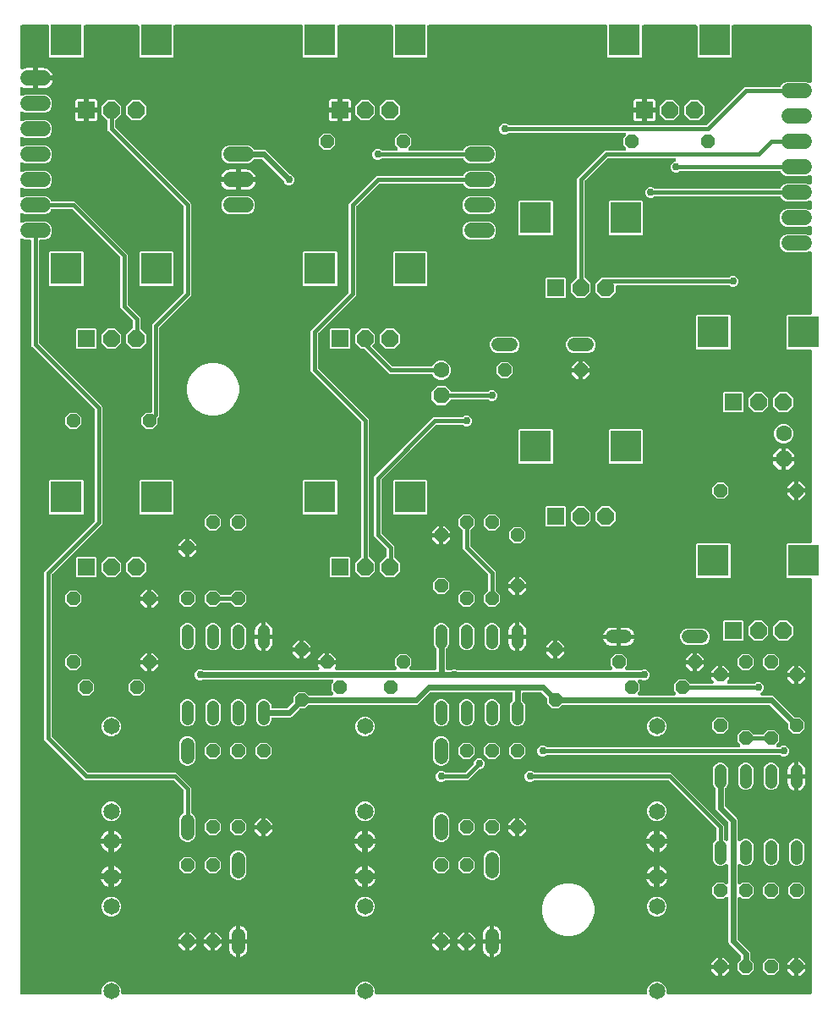
<source format=gbl>
G04 EAGLE Gerber RS-274X export*
G75*
%MOMM*%
%FSLAX34Y34*%
%LPD*%
%INBottom Copper*%
%IPPOS*%
%AMOC8*
5,1,8,0,0,1.08239X$1,22.5*%
G01*
%ADD10R,1.676400X1.676400*%
%ADD11P,1.814519X8X292.500000*%
%ADD12R,3.116000X3.116000*%
%ADD13P,1.429621X8X202.500000*%
%ADD14C,1.650000*%
%ADD15C,1.524000*%
%ADD16P,1.732040X8X292.500000*%
%ADD17C,1.600200*%
%ADD18C,1.208000*%
%ADD19P,1.429621X8X292.500000*%
%ADD20P,1.429621X8X112.500000*%
%ADD21P,1.429621X8X22.500000*%
%ADD22C,1.320800*%
%ADD23C,0.406400*%
%ADD24C,0.756400*%
%ADD25C,0.609600*%

G36*
X89812Y10163D02*
X89812Y10163D01*
X89830Y10161D01*
X90012Y10182D01*
X90195Y10201D01*
X90212Y10206D01*
X90229Y10208D01*
X90404Y10265D01*
X90580Y10319D01*
X90595Y10327D01*
X90612Y10333D01*
X90772Y10423D01*
X90934Y10511D01*
X90947Y10522D01*
X90963Y10531D01*
X91102Y10651D01*
X91243Y10768D01*
X91254Y10782D01*
X91268Y10794D01*
X91380Y10939D01*
X91495Y11082D01*
X91503Y11098D01*
X91514Y11112D01*
X91596Y11277D01*
X91681Y11439D01*
X91686Y11456D01*
X91694Y11472D01*
X91741Y11651D01*
X91792Y11826D01*
X91794Y11844D01*
X91798Y11861D01*
X91825Y12192D01*
X91825Y15444D01*
X93313Y19037D01*
X96063Y21787D01*
X97800Y22506D01*
X99656Y23275D01*
X103544Y23275D01*
X107137Y21787D01*
X109887Y19037D01*
X111375Y15444D01*
X111375Y12192D01*
X111377Y12174D01*
X111375Y12156D01*
X111396Y11974D01*
X111415Y11791D01*
X111420Y11774D01*
X111422Y11757D01*
X111479Y11582D01*
X111533Y11406D01*
X111541Y11391D01*
X111547Y11374D01*
X111637Y11214D01*
X111725Y11052D01*
X111736Y11039D01*
X111745Y11023D01*
X111865Y10884D01*
X111982Y10743D01*
X111996Y10732D01*
X112008Y10718D01*
X112153Y10606D01*
X112296Y10491D01*
X112312Y10483D01*
X112326Y10472D01*
X112491Y10390D01*
X112653Y10305D01*
X112670Y10300D01*
X112686Y10292D01*
X112865Y10245D01*
X113040Y10194D01*
X113058Y10192D01*
X113075Y10188D01*
X113406Y10161D01*
X343794Y10161D01*
X343812Y10163D01*
X343830Y10161D01*
X344012Y10182D01*
X344195Y10201D01*
X344212Y10206D01*
X344229Y10208D01*
X344404Y10265D01*
X344580Y10319D01*
X344595Y10327D01*
X344612Y10333D01*
X344772Y10423D01*
X344934Y10511D01*
X344947Y10522D01*
X344963Y10531D01*
X345102Y10651D01*
X345243Y10768D01*
X345254Y10782D01*
X345268Y10794D01*
X345380Y10939D01*
X345495Y11082D01*
X345503Y11098D01*
X345514Y11112D01*
X345596Y11277D01*
X345681Y11439D01*
X345686Y11456D01*
X345694Y11472D01*
X345741Y11651D01*
X345792Y11826D01*
X345794Y11844D01*
X345798Y11861D01*
X345825Y12192D01*
X345825Y15444D01*
X347313Y19037D01*
X350063Y21787D01*
X351800Y22506D01*
X353656Y23275D01*
X357544Y23275D01*
X361137Y21787D01*
X363887Y19037D01*
X365375Y15444D01*
X365375Y12192D01*
X365377Y12174D01*
X365375Y12156D01*
X365396Y11974D01*
X365415Y11791D01*
X365420Y11774D01*
X365422Y11757D01*
X365479Y11582D01*
X365533Y11406D01*
X365541Y11391D01*
X365547Y11374D01*
X365637Y11214D01*
X365725Y11052D01*
X365736Y11039D01*
X365745Y11023D01*
X365865Y10884D01*
X365982Y10743D01*
X365996Y10732D01*
X366008Y10718D01*
X366153Y10606D01*
X366296Y10491D01*
X366312Y10483D01*
X366326Y10472D01*
X366491Y10390D01*
X366653Y10305D01*
X366670Y10300D01*
X366686Y10292D01*
X366865Y10245D01*
X367040Y10194D01*
X367058Y10192D01*
X367075Y10188D01*
X367406Y10161D01*
X635894Y10161D01*
X635912Y10163D01*
X635930Y10161D01*
X636112Y10182D01*
X636295Y10201D01*
X636312Y10206D01*
X636329Y10208D01*
X636504Y10265D01*
X636680Y10319D01*
X636695Y10327D01*
X636712Y10333D01*
X636872Y10423D01*
X637034Y10511D01*
X637047Y10522D01*
X637063Y10531D01*
X637202Y10651D01*
X637343Y10768D01*
X637354Y10782D01*
X637368Y10794D01*
X637480Y10939D01*
X637595Y11082D01*
X637603Y11098D01*
X637614Y11112D01*
X637696Y11277D01*
X637781Y11439D01*
X637786Y11456D01*
X637794Y11472D01*
X637841Y11651D01*
X637892Y11826D01*
X637894Y11844D01*
X637898Y11861D01*
X637925Y12192D01*
X637925Y15444D01*
X639413Y19037D01*
X642163Y21787D01*
X643900Y22506D01*
X645756Y23275D01*
X649644Y23275D01*
X653237Y21787D01*
X655987Y19037D01*
X657475Y15444D01*
X657475Y12192D01*
X657477Y12174D01*
X657475Y12156D01*
X657496Y11974D01*
X657515Y11791D01*
X657520Y11774D01*
X657522Y11757D01*
X657579Y11582D01*
X657633Y11406D01*
X657641Y11391D01*
X657647Y11374D01*
X657737Y11214D01*
X657825Y11052D01*
X657836Y11039D01*
X657845Y11023D01*
X657965Y10884D01*
X658082Y10743D01*
X658096Y10732D01*
X658108Y10718D01*
X658253Y10606D01*
X658396Y10491D01*
X658412Y10483D01*
X658426Y10472D01*
X658591Y10390D01*
X658753Y10305D01*
X658770Y10300D01*
X658786Y10292D01*
X658965Y10245D01*
X659140Y10194D01*
X659158Y10192D01*
X659175Y10188D01*
X659506Y10161D01*
X800608Y10161D01*
X800626Y10163D01*
X800644Y10161D01*
X800826Y10182D01*
X801009Y10201D01*
X801026Y10206D01*
X801043Y10208D01*
X801218Y10265D01*
X801394Y10319D01*
X801409Y10327D01*
X801426Y10333D01*
X801586Y10423D01*
X801748Y10511D01*
X801761Y10522D01*
X801777Y10531D01*
X801916Y10651D01*
X802057Y10768D01*
X802068Y10782D01*
X802082Y10794D01*
X802194Y10939D01*
X802309Y11082D01*
X802317Y11098D01*
X802328Y11112D01*
X802410Y11277D01*
X802495Y11439D01*
X802500Y11456D01*
X802508Y11472D01*
X802555Y11651D01*
X802606Y11826D01*
X802608Y11844D01*
X802612Y11861D01*
X802639Y12192D01*
X802639Y425364D01*
X802637Y425382D01*
X802639Y425400D01*
X802618Y425582D01*
X802599Y425765D01*
X802594Y425782D01*
X802592Y425799D01*
X802535Y425974D01*
X802481Y426150D01*
X802473Y426165D01*
X802467Y426182D01*
X802377Y426342D01*
X802289Y426504D01*
X802278Y426517D01*
X802269Y426533D01*
X802149Y426672D01*
X802032Y426813D01*
X802018Y426824D01*
X802006Y426838D01*
X801861Y426950D01*
X801718Y427065D01*
X801702Y427073D01*
X801688Y427084D01*
X801523Y427166D01*
X801361Y427251D01*
X801344Y427256D01*
X801328Y427264D01*
X801149Y427311D01*
X800974Y427362D01*
X800956Y427364D01*
X800939Y427368D01*
X800608Y427395D01*
X778088Y427395D01*
X777195Y428288D01*
X777195Y460712D01*
X778088Y461605D01*
X800608Y461605D01*
X800626Y461607D01*
X800644Y461605D01*
X800826Y461626D01*
X801009Y461645D01*
X801026Y461650D01*
X801043Y461652D01*
X801218Y461709D01*
X801394Y461763D01*
X801409Y461771D01*
X801426Y461777D01*
X801586Y461867D01*
X801748Y461955D01*
X801761Y461966D01*
X801777Y461975D01*
X801916Y462095D01*
X802057Y462212D01*
X802068Y462226D01*
X802082Y462238D01*
X802194Y462383D01*
X802309Y462526D01*
X802317Y462542D01*
X802328Y462556D01*
X802410Y462721D01*
X802495Y462883D01*
X802500Y462900D01*
X802508Y462916D01*
X802555Y463095D01*
X802606Y463270D01*
X802608Y463288D01*
X802612Y463305D01*
X802639Y463636D01*
X802639Y653964D01*
X802637Y653982D01*
X802639Y654000D01*
X802618Y654182D01*
X802599Y654365D01*
X802594Y654382D01*
X802592Y654399D01*
X802535Y654574D01*
X802481Y654750D01*
X802473Y654765D01*
X802467Y654782D01*
X802377Y654942D01*
X802289Y655104D01*
X802278Y655117D01*
X802269Y655133D01*
X802149Y655272D01*
X802032Y655413D01*
X802018Y655424D01*
X802006Y655438D01*
X801861Y655550D01*
X801718Y655665D01*
X801702Y655673D01*
X801688Y655684D01*
X801523Y655766D01*
X801361Y655851D01*
X801344Y655856D01*
X801328Y655864D01*
X801149Y655911D01*
X800974Y655962D01*
X800956Y655964D01*
X800939Y655968D01*
X800608Y655995D01*
X778088Y655995D01*
X777195Y656888D01*
X777195Y689312D01*
X778088Y690205D01*
X800608Y690205D01*
X800626Y690207D01*
X800644Y690205D01*
X800826Y690226D01*
X801009Y690245D01*
X801026Y690250D01*
X801043Y690252D01*
X801218Y690309D01*
X801394Y690363D01*
X801409Y690371D01*
X801426Y690377D01*
X801586Y690467D01*
X801748Y690555D01*
X801761Y690566D01*
X801777Y690575D01*
X801916Y690695D01*
X802057Y690812D01*
X802068Y690826D01*
X802082Y690838D01*
X802194Y690983D01*
X802309Y691126D01*
X802317Y691142D01*
X802328Y691156D01*
X802410Y691321D01*
X802495Y691483D01*
X802500Y691500D01*
X802508Y691516D01*
X802555Y691695D01*
X802606Y691870D01*
X802608Y691888D01*
X802612Y691905D01*
X802639Y692236D01*
X802639Y752218D01*
X802638Y752231D01*
X802639Y752245D01*
X802618Y752429D01*
X802599Y752618D01*
X802595Y752631D01*
X802594Y752645D01*
X802536Y752824D01*
X802481Y753003D01*
X802475Y753015D01*
X802471Y753028D01*
X802379Y753193D01*
X802289Y753357D01*
X802281Y753368D01*
X802274Y753379D01*
X802152Y753523D01*
X802032Y753667D01*
X802021Y753675D01*
X802013Y753685D01*
X801864Y753802D01*
X801718Y753919D01*
X801706Y753925D01*
X801696Y753933D01*
X801526Y754018D01*
X801361Y754105D01*
X801348Y754108D01*
X801336Y754114D01*
X801153Y754164D01*
X800974Y754216D01*
X800960Y754217D01*
X800947Y754221D01*
X800759Y754233D01*
X800572Y754249D01*
X800559Y754247D01*
X800546Y754248D01*
X800358Y754224D01*
X800173Y754202D01*
X800160Y754198D01*
X800147Y754196D01*
X799831Y754094D01*
X796839Y752855D01*
X777961Y752855D01*
X774600Y754247D01*
X772027Y756820D01*
X770635Y760181D01*
X770635Y763819D01*
X772027Y767180D01*
X774600Y769753D01*
X777961Y771145D01*
X796839Y771145D01*
X799831Y769906D01*
X799844Y769902D01*
X799855Y769895D01*
X800035Y769844D01*
X800216Y769789D01*
X800229Y769788D01*
X800242Y769784D01*
X800430Y769769D01*
X800617Y769751D01*
X800630Y769752D01*
X800644Y769751D01*
X800830Y769773D01*
X801017Y769793D01*
X801030Y769797D01*
X801043Y769798D01*
X801222Y769856D01*
X801402Y769912D01*
X801413Y769919D01*
X801426Y769923D01*
X801590Y770015D01*
X801755Y770106D01*
X801765Y770114D01*
X801777Y770121D01*
X801919Y770243D01*
X802063Y770365D01*
X802071Y770375D01*
X802082Y770384D01*
X802196Y770532D01*
X802314Y770680D01*
X802320Y770692D01*
X802328Y770702D01*
X802412Y770870D01*
X802498Y771038D01*
X802502Y771051D01*
X802508Y771063D01*
X802557Y771245D01*
X802608Y771425D01*
X802609Y771438D01*
X802612Y771451D01*
X802639Y771782D01*
X802639Y777618D01*
X802638Y777631D01*
X802639Y777645D01*
X802618Y777831D01*
X802599Y778018D01*
X802595Y778031D01*
X802594Y778045D01*
X802536Y778224D01*
X802481Y778403D01*
X802475Y778415D01*
X802471Y778428D01*
X802379Y778593D01*
X802289Y778757D01*
X802281Y778768D01*
X802274Y778779D01*
X802152Y778923D01*
X802032Y779067D01*
X802021Y779075D01*
X802013Y779085D01*
X801864Y779202D01*
X801718Y779319D01*
X801706Y779325D01*
X801696Y779333D01*
X801526Y779418D01*
X801361Y779505D01*
X801348Y779508D01*
X801336Y779514D01*
X801153Y779564D01*
X800974Y779616D01*
X800960Y779617D01*
X800947Y779621D01*
X800759Y779633D01*
X800572Y779649D01*
X800559Y779647D01*
X800546Y779648D01*
X800358Y779624D01*
X800173Y779602D01*
X800160Y779598D01*
X800147Y779596D01*
X799831Y779494D01*
X796839Y778255D01*
X777961Y778255D01*
X774600Y779647D01*
X772027Y782220D01*
X770635Y785581D01*
X770635Y789219D01*
X772027Y792580D01*
X774600Y795153D01*
X777961Y796545D01*
X796839Y796545D01*
X799831Y795306D01*
X799844Y795302D01*
X799855Y795295D01*
X800035Y795244D01*
X800216Y795189D01*
X800229Y795188D01*
X800242Y795184D01*
X800430Y795169D01*
X800617Y795151D01*
X800630Y795152D01*
X800644Y795151D01*
X800830Y795173D01*
X801017Y795193D01*
X801030Y795197D01*
X801043Y795198D01*
X801222Y795256D01*
X801402Y795312D01*
X801413Y795319D01*
X801426Y795323D01*
X801590Y795415D01*
X801755Y795506D01*
X801765Y795514D01*
X801777Y795521D01*
X801919Y795643D01*
X802063Y795765D01*
X802071Y795775D01*
X802082Y795784D01*
X802196Y795932D01*
X802314Y796080D01*
X802320Y796092D01*
X802328Y796102D01*
X802412Y796270D01*
X802498Y796438D01*
X802502Y796451D01*
X802508Y796463D01*
X802557Y796645D01*
X802608Y796825D01*
X802609Y796838D01*
X802612Y796851D01*
X802639Y797182D01*
X802639Y803018D01*
X802638Y803031D01*
X802639Y803045D01*
X802618Y803231D01*
X802599Y803418D01*
X802595Y803431D01*
X802594Y803445D01*
X802536Y803624D01*
X802481Y803803D01*
X802475Y803815D01*
X802471Y803828D01*
X802379Y803993D01*
X802289Y804157D01*
X802281Y804168D01*
X802274Y804179D01*
X802152Y804323D01*
X802032Y804467D01*
X802021Y804475D01*
X802013Y804485D01*
X801864Y804602D01*
X801718Y804719D01*
X801706Y804725D01*
X801696Y804733D01*
X801526Y804818D01*
X801361Y804905D01*
X801348Y804908D01*
X801336Y804914D01*
X801153Y804964D01*
X800974Y805016D01*
X800960Y805017D01*
X800947Y805021D01*
X800759Y805033D01*
X800572Y805049D01*
X800559Y805047D01*
X800546Y805048D01*
X800358Y805024D01*
X800173Y805002D01*
X800160Y804998D01*
X800147Y804996D01*
X799831Y804894D01*
X796839Y803655D01*
X777961Y803655D01*
X774600Y805047D01*
X772027Y807620D01*
X771874Y807989D01*
X771864Y808009D01*
X771857Y808030D01*
X771769Y808186D01*
X771684Y808344D01*
X771670Y808361D01*
X771659Y808381D01*
X771542Y808516D01*
X771428Y808655D01*
X771411Y808669D01*
X771396Y808686D01*
X771255Y808795D01*
X771115Y808908D01*
X771095Y808919D01*
X771078Y808932D01*
X770918Y809012D01*
X770759Y809095D01*
X770737Y809102D01*
X770717Y809112D01*
X770544Y809158D01*
X770372Y809208D01*
X770350Y809210D01*
X770329Y809216D01*
X769998Y809243D01*
X646140Y809243D01*
X646113Y809241D01*
X646086Y809243D01*
X645912Y809221D01*
X645739Y809203D01*
X645713Y809196D01*
X645687Y809192D01*
X645521Y809137D01*
X645354Y809085D01*
X645330Y809072D01*
X645305Y809064D01*
X645153Y808977D01*
X645000Y808893D01*
X644979Y808876D01*
X644956Y808863D01*
X644703Y808648D01*
X644356Y808301D01*
X644315Y808284D01*
X644314Y808284D01*
X642406Y807493D01*
X640294Y807493D01*
X638344Y808301D01*
X636851Y809794D01*
X636043Y811744D01*
X636043Y813856D01*
X636851Y815806D01*
X638344Y817299D01*
X640294Y818107D01*
X642406Y818107D01*
X644356Y817299D01*
X644703Y816952D01*
X644724Y816935D01*
X644741Y816914D01*
X644879Y816807D01*
X645015Y816697D01*
X645038Y816684D01*
X645059Y816668D01*
X645216Y816590D01*
X645370Y816508D01*
X645396Y816500D01*
X645420Y816488D01*
X645589Y816443D01*
X645756Y816393D01*
X645783Y816391D01*
X645809Y816384D01*
X646140Y816357D01*
X769998Y816357D01*
X770020Y816359D01*
X770042Y816357D01*
X770220Y816379D01*
X770398Y816397D01*
X770420Y816403D01*
X770442Y816406D01*
X770612Y816462D01*
X770783Y816515D01*
X770803Y816525D01*
X770824Y816532D01*
X770980Y816621D01*
X771137Y816707D01*
X771155Y816721D01*
X771174Y816732D01*
X771309Y816850D01*
X771447Y816964D01*
X771461Y816982D01*
X771477Y816996D01*
X771587Y817139D01*
X771699Y817278D01*
X771709Y817298D01*
X771723Y817316D01*
X771874Y817611D01*
X772027Y817980D01*
X774600Y820553D01*
X775167Y820787D01*
X775167Y820788D01*
X777961Y821945D01*
X796839Y821945D01*
X799831Y820706D01*
X799844Y820702D01*
X799855Y820695D01*
X800035Y820644D01*
X800216Y820589D01*
X800229Y820588D01*
X800242Y820584D01*
X800430Y820569D01*
X800617Y820551D01*
X800630Y820552D01*
X800644Y820551D01*
X800830Y820573D01*
X801017Y820593D01*
X801030Y820597D01*
X801043Y820598D01*
X801222Y820656D01*
X801402Y820712D01*
X801413Y820719D01*
X801426Y820723D01*
X801590Y820815D01*
X801755Y820906D01*
X801765Y820914D01*
X801777Y820921D01*
X801919Y821043D01*
X802063Y821165D01*
X802071Y821175D01*
X802082Y821184D01*
X802196Y821332D01*
X802314Y821480D01*
X802320Y821492D01*
X802328Y821502D01*
X802412Y821670D01*
X802498Y821838D01*
X802502Y821851D01*
X802508Y821863D01*
X802557Y822045D01*
X802608Y822225D01*
X802609Y822238D01*
X802612Y822251D01*
X802639Y822582D01*
X802639Y828418D01*
X802638Y828431D01*
X802639Y828445D01*
X802618Y828630D01*
X802599Y828818D01*
X802595Y828831D01*
X802594Y828845D01*
X802536Y829024D01*
X802481Y829203D01*
X802475Y829215D01*
X802471Y829228D01*
X802379Y829393D01*
X802289Y829557D01*
X802281Y829568D01*
X802274Y829579D01*
X802152Y829723D01*
X802032Y829867D01*
X802021Y829875D01*
X802013Y829885D01*
X801864Y830002D01*
X801718Y830119D01*
X801706Y830125D01*
X801696Y830133D01*
X801526Y830218D01*
X801361Y830305D01*
X801348Y830308D01*
X801336Y830314D01*
X801153Y830364D01*
X800974Y830416D01*
X800960Y830417D01*
X800947Y830421D01*
X800759Y830433D01*
X800572Y830449D01*
X800559Y830447D01*
X800546Y830448D01*
X800358Y830424D01*
X800173Y830402D01*
X800160Y830398D01*
X800147Y830396D01*
X799831Y830294D01*
X796839Y829055D01*
X777961Y829055D01*
X774600Y830447D01*
X772027Y833020D01*
X771874Y833389D01*
X771864Y833409D01*
X771857Y833430D01*
X771769Y833586D01*
X771684Y833744D01*
X771670Y833761D01*
X771659Y833781D01*
X771542Y833917D01*
X771428Y834055D01*
X771411Y834069D01*
X771396Y834086D01*
X771255Y834195D01*
X771115Y834308D01*
X771095Y834319D01*
X771078Y834332D01*
X770918Y834412D01*
X770759Y834495D01*
X770737Y834502D01*
X770717Y834512D01*
X770544Y834558D01*
X770372Y834608D01*
X770350Y834610D01*
X770329Y834616D01*
X769998Y834643D01*
X671540Y834643D01*
X671513Y834641D01*
X671486Y834643D01*
X671312Y834621D01*
X671139Y834603D01*
X671113Y834596D01*
X671087Y834592D01*
X670921Y834537D01*
X670754Y834485D01*
X670730Y834472D01*
X670705Y834464D01*
X670553Y834377D01*
X670400Y834293D01*
X670379Y834276D01*
X670356Y834263D01*
X670103Y834048D01*
X669756Y833701D01*
X667806Y832893D01*
X665694Y832893D01*
X663744Y833701D01*
X662251Y835194D01*
X661443Y837144D01*
X661443Y839256D01*
X662251Y841206D01*
X663744Y842699D01*
X665522Y843435D01*
X665526Y843438D01*
X665530Y843439D01*
X665702Y843532D01*
X665877Y843626D01*
X665881Y843628D01*
X665884Y843631D01*
X666035Y843756D01*
X666187Y843882D01*
X666190Y843885D01*
X666194Y843888D01*
X666317Y844041D01*
X666441Y844195D01*
X666443Y844199D01*
X666446Y844202D01*
X666536Y844375D01*
X666628Y844551D01*
X666630Y844555D01*
X666632Y844559D01*
X666686Y844747D01*
X666741Y844938D01*
X666742Y844942D01*
X666743Y844946D01*
X666759Y845144D01*
X666776Y845339D01*
X666775Y845343D01*
X666776Y845348D01*
X666753Y845538D01*
X666731Y845739D01*
X666729Y845743D01*
X666729Y845747D01*
X666668Y845933D01*
X666608Y846122D01*
X666605Y846126D01*
X666604Y846130D01*
X666508Y846300D01*
X666411Y846474D01*
X666408Y846477D01*
X666406Y846481D01*
X666278Y846629D01*
X666149Y846779D01*
X666146Y846782D01*
X666143Y846786D01*
X665988Y846906D01*
X665832Y847028D01*
X665828Y847030D01*
X665825Y847032D01*
X665649Y847120D01*
X665473Y847208D01*
X665468Y847210D01*
X665464Y847212D01*
X665273Y847263D01*
X665084Y847315D01*
X665080Y847315D01*
X665076Y847316D01*
X664745Y847343D01*
X599215Y847343D01*
X599188Y847341D01*
X599161Y847343D01*
X598987Y847321D01*
X598814Y847303D01*
X598789Y847296D01*
X598762Y847292D01*
X598596Y847237D01*
X598429Y847185D01*
X598406Y847172D01*
X598380Y847164D01*
X598229Y847077D01*
X598075Y846993D01*
X598055Y846976D01*
X598031Y846963D01*
X597778Y846748D01*
X575652Y824622D01*
X575635Y824601D01*
X575614Y824583D01*
X575507Y824446D01*
X575397Y824310D01*
X575384Y824287D01*
X575368Y824265D01*
X575290Y824108D01*
X575208Y823954D01*
X575200Y823929D01*
X575188Y823905D01*
X575143Y823735D01*
X575093Y823569D01*
X575091Y823542D01*
X575084Y823516D01*
X575057Y823185D01*
X575057Y728695D01*
X575059Y728668D01*
X575057Y728642D01*
X575079Y728468D01*
X575097Y728294D01*
X575104Y728269D01*
X575108Y728242D01*
X575163Y728076D01*
X575215Y727909D01*
X575228Y727886D01*
X575236Y727860D01*
X575324Y727708D01*
X575407Y727555D01*
X575424Y727535D01*
X575437Y727512D01*
X575652Y727259D01*
X581407Y721503D01*
X581407Y713297D01*
X575603Y707493D01*
X567397Y707493D01*
X561593Y713297D01*
X561593Y721503D01*
X567348Y727259D01*
X567365Y727279D01*
X567386Y727297D01*
X567493Y727435D01*
X567603Y727570D01*
X567616Y727594D01*
X567632Y727615D01*
X567710Y727772D01*
X567792Y727926D01*
X567800Y727951D01*
X567812Y727975D01*
X567857Y728145D01*
X567907Y728312D01*
X567909Y728338D01*
X567916Y728364D01*
X567943Y728695D01*
X567943Y826973D01*
X595427Y854457D01*
X615044Y854457D01*
X615052Y854458D01*
X615061Y854457D01*
X615253Y854478D01*
X615444Y854497D01*
X615453Y854499D01*
X615462Y854500D01*
X615644Y854558D01*
X615829Y854615D01*
X615837Y854619D01*
X615846Y854622D01*
X616014Y854715D01*
X616183Y854807D01*
X616190Y854812D01*
X616198Y854817D01*
X616345Y854941D01*
X616492Y855064D01*
X616498Y855071D01*
X616505Y855077D01*
X616624Y855228D01*
X616745Y855378D01*
X616749Y855386D01*
X616754Y855393D01*
X616842Y855566D01*
X616930Y855735D01*
X616933Y855744D01*
X616937Y855752D01*
X616989Y855938D01*
X617042Y856122D01*
X617042Y856131D01*
X617045Y856140D01*
X617059Y856333D01*
X617075Y856524D01*
X617074Y856532D01*
X617074Y856541D01*
X617050Y856734D01*
X617028Y856923D01*
X617025Y856932D01*
X617024Y856941D01*
X616962Y857124D01*
X616903Y857306D01*
X616898Y857314D01*
X616896Y857322D01*
X616802Y857485D01*
X616705Y857657D01*
X616699Y857664D01*
X616695Y857671D01*
X616480Y857924D01*
X614171Y860233D01*
X614171Y866967D01*
X616480Y869276D01*
X616486Y869283D01*
X616492Y869288D01*
X616613Y869438D01*
X616735Y869587D01*
X616739Y869595D01*
X616745Y869602D01*
X616833Y869772D01*
X616924Y869943D01*
X616926Y869952D01*
X616930Y869959D01*
X616983Y870144D01*
X617038Y870329D01*
X617039Y870338D01*
X617042Y870346D01*
X617057Y870537D01*
X617075Y870730D01*
X617074Y870739D01*
X617075Y870748D01*
X617052Y870937D01*
X617031Y871130D01*
X617029Y871139D01*
X617028Y871147D01*
X616968Y871329D01*
X616910Y871514D01*
X616906Y871522D01*
X616903Y871530D01*
X616808Y871699D01*
X616715Y871866D01*
X616709Y871873D01*
X616705Y871881D01*
X616579Y872027D01*
X616455Y872173D01*
X616448Y872179D01*
X616442Y872186D01*
X616290Y872303D01*
X616139Y872423D01*
X616131Y872427D01*
X616124Y872432D01*
X615952Y872518D01*
X615780Y872605D01*
X615771Y872608D01*
X615763Y872612D01*
X615577Y872662D01*
X615392Y872713D01*
X615383Y872714D01*
X615374Y872716D01*
X615044Y872743D01*
X500090Y872743D01*
X500063Y872741D01*
X500036Y872743D01*
X499862Y872721D01*
X499689Y872703D01*
X499663Y872696D01*
X499637Y872692D01*
X499471Y872637D01*
X499304Y872585D01*
X499280Y872572D01*
X499255Y872564D01*
X499103Y872477D01*
X498950Y872393D01*
X498929Y872376D01*
X498906Y872363D01*
X498653Y872148D01*
X498306Y871801D01*
X496982Y871253D01*
X496356Y870993D01*
X494244Y870993D01*
X492294Y871801D01*
X490801Y873294D01*
X489993Y875244D01*
X489993Y877356D01*
X490801Y879306D01*
X492294Y880799D01*
X494244Y881607D01*
X496356Y881607D01*
X498306Y880799D01*
X498653Y880452D01*
X498674Y880435D01*
X498691Y880414D01*
X498829Y880307D01*
X498965Y880197D01*
X498988Y880184D01*
X499009Y880168D01*
X499166Y880090D01*
X499320Y880008D01*
X499346Y880000D01*
X499370Y879988D01*
X499539Y879943D01*
X499706Y879893D01*
X499733Y879891D01*
X499759Y879884D01*
X500090Y879857D01*
X696185Y879857D01*
X696212Y879859D01*
X696239Y879857D01*
X696413Y879879D01*
X696586Y879897D01*
X696611Y879904D01*
X696638Y879908D01*
X696804Y879963D01*
X696971Y880015D01*
X696994Y880028D01*
X697020Y880036D01*
X697171Y880123D01*
X697325Y880207D01*
X697345Y880224D01*
X697369Y880237D01*
X697622Y880452D01*
X735127Y917957D01*
X769998Y917957D01*
X770020Y917959D01*
X770042Y917957D01*
X770220Y917979D01*
X770398Y917997D01*
X770420Y918003D01*
X770442Y918006D01*
X770612Y918062D01*
X770783Y918115D01*
X770803Y918125D01*
X770824Y918132D01*
X770980Y918221D01*
X771137Y918307D01*
X771155Y918321D01*
X771174Y918332D01*
X771309Y918450D01*
X771447Y918564D01*
X771461Y918582D01*
X771477Y918596D01*
X771587Y918739D01*
X771699Y918878D01*
X771709Y918898D01*
X771723Y918916D01*
X771874Y919211D01*
X772027Y919580D01*
X774600Y922153D01*
X777961Y923545D01*
X796839Y923545D01*
X799831Y922306D01*
X799844Y922302D01*
X799855Y922296D01*
X800036Y922244D01*
X800216Y922189D01*
X800229Y922188D01*
X800242Y922184D01*
X800430Y922169D01*
X800617Y922151D01*
X800630Y922152D01*
X800644Y922151D01*
X800831Y922173D01*
X801017Y922193D01*
X801030Y922197D01*
X801043Y922198D01*
X801223Y922257D01*
X801402Y922312D01*
X801413Y922319D01*
X801426Y922323D01*
X801591Y922416D01*
X801755Y922506D01*
X801765Y922514D01*
X801777Y922521D01*
X801919Y922644D01*
X802063Y922765D01*
X802071Y922775D01*
X802082Y922784D01*
X802197Y922933D01*
X802314Y923080D01*
X802320Y923092D01*
X802328Y923102D01*
X802412Y923271D01*
X802498Y923438D01*
X802502Y923451D01*
X802508Y923463D01*
X802557Y923646D01*
X802608Y923825D01*
X802609Y923838D01*
X802612Y923851D01*
X802639Y924182D01*
X802639Y978408D01*
X802637Y978426D01*
X802639Y978444D01*
X802618Y978626D01*
X802599Y978809D01*
X802594Y978826D01*
X802592Y978843D01*
X802535Y979018D01*
X802481Y979194D01*
X802473Y979209D01*
X802467Y979226D01*
X802377Y979386D01*
X802289Y979548D01*
X802278Y979561D01*
X802269Y979577D01*
X802149Y979716D01*
X802032Y979857D01*
X802018Y979868D01*
X802006Y979882D01*
X801861Y979994D01*
X801718Y980109D01*
X801702Y980117D01*
X801688Y980128D01*
X801523Y980210D01*
X801361Y980295D01*
X801344Y980300D01*
X801328Y980308D01*
X801149Y980355D01*
X800974Y980406D01*
X800956Y980408D01*
X800939Y980412D01*
X800608Y980439D01*
X724536Y980439D01*
X724518Y980437D01*
X724500Y980439D01*
X724318Y980418D01*
X724135Y980399D01*
X724118Y980394D01*
X724101Y980392D01*
X723926Y980335D01*
X723750Y980281D01*
X723735Y980273D01*
X723718Y980267D01*
X723558Y980177D01*
X723396Y980089D01*
X723383Y980078D01*
X723367Y980069D01*
X723228Y979949D01*
X723087Y979832D01*
X723076Y979818D01*
X723062Y979806D01*
X722950Y979661D01*
X722835Y979518D01*
X722827Y979502D01*
X722816Y979488D01*
X722734Y979323D01*
X722649Y979161D01*
X722644Y979144D01*
X722636Y979128D01*
X722589Y978949D01*
X722538Y978774D01*
X722536Y978756D01*
X722532Y978739D01*
X722505Y978408D01*
X722505Y948988D01*
X721612Y948095D01*
X689188Y948095D01*
X688295Y948988D01*
X688295Y978408D01*
X688293Y978426D01*
X688295Y978444D01*
X688274Y978626D01*
X688255Y978809D01*
X688250Y978826D01*
X688248Y978843D01*
X688191Y979018D01*
X688137Y979194D01*
X688129Y979209D01*
X688123Y979226D01*
X688033Y979386D01*
X687945Y979548D01*
X687934Y979561D01*
X687925Y979577D01*
X687805Y979716D01*
X687688Y979857D01*
X687674Y979868D01*
X687662Y979882D01*
X687517Y979994D01*
X687374Y980109D01*
X687358Y980117D01*
X687344Y980128D01*
X687179Y980210D01*
X687017Y980295D01*
X687000Y980300D01*
X686984Y980308D01*
X686805Y980355D01*
X686630Y980406D01*
X686612Y980408D01*
X686595Y980412D01*
X686264Y980439D01*
X634536Y980439D01*
X634518Y980437D01*
X634500Y980439D01*
X634318Y980418D01*
X634135Y980399D01*
X634118Y980394D01*
X634101Y980392D01*
X633926Y980335D01*
X633750Y980281D01*
X633735Y980273D01*
X633718Y980267D01*
X633558Y980177D01*
X633396Y980089D01*
X633383Y980078D01*
X633367Y980069D01*
X633228Y979949D01*
X633087Y979832D01*
X633076Y979818D01*
X633062Y979806D01*
X632950Y979661D01*
X632835Y979518D01*
X632827Y979502D01*
X632816Y979488D01*
X632734Y979323D01*
X632649Y979161D01*
X632644Y979144D01*
X632636Y979128D01*
X632589Y978949D01*
X632538Y978774D01*
X632536Y978756D01*
X632532Y978739D01*
X632505Y978408D01*
X632505Y948988D01*
X631612Y948095D01*
X599188Y948095D01*
X598295Y948988D01*
X598295Y978408D01*
X598293Y978426D01*
X598295Y978444D01*
X598274Y978626D01*
X598255Y978809D01*
X598250Y978826D01*
X598248Y978843D01*
X598191Y979018D01*
X598137Y979194D01*
X598129Y979209D01*
X598123Y979226D01*
X598033Y979386D01*
X597945Y979548D01*
X597934Y979561D01*
X597925Y979577D01*
X597805Y979716D01*
X597688Y979857D01*
X597674Y979868D01*
X597662Y979882D01*
X597517Y979994D01*
X597374Y980109D01*
X597358Y980117D01*
X597344Y980128D01*
X597179Y980210D01*
X597017Y980295D01*
X597000Y980300D01*
X596984Y980308D01*
X596805Y980355D01*
X596630Y980406D01*
X596612Y980408D01*
X596595Y980412D01*
X596264Y980439D01*
X419736Y980439D01*
X419718Y980437D01*
X419700Y980439D01*
X419518Y980418D01*
X419335Y980399D01*
X419318Y980394D01*
X419301Y980392D01*
X419126Y980335D01*
X418950Y980281D01*
X418935Y980273D01*
X418918Y980267D01*
X418758Y980177D01*
X418596Y980089D01*
X418583Y980078D01*
X418567Y980069D01*
X418428Y979949D01*
X418287Y979832D01*
X418276Y979818D01*
X418262Y979806D01*
X418150Y979661D01*
X418035Y979518D01*
X418027Y979502D01*
X418016Y979488D01*
X417934Y979323D01*
X417849Y979161D01*
X417844Y979144D01*
X417836Y979128D01*
X417789Y978949D01*
X417738Y978774D01*
X417736Y978756D01*
X417732Y978739D01*
X417705Y978408D01*
X417705Y948988D01*
X416812Y948095D01*
X384388Y948095D01*
X383495Y948988D01*
X383495Y978408D01*
X383493Y978426D01*
X383495Y978444D01*
X383474Y978626D01*
X383455Y978809D01*
X383450Y978826D01*
X383448Y978843D01*
X383391Y979018D01*
X383337Y979194D01*
X383329Y979209D01*
X383323Y979226D01*
X383233Y979386D01*
X383145Y979548D01*
X383134Y979561D01*
X383125Y979577D01*
X383005Y979716D01*
X382888Y979857D01*
X382874Y979868D01*
X382862Y979882D01*
X382717Y979994D01*
X382574Y980109D01*
X382558Y980117D01*
X382544Y980128D01*
X382379Y980210D01*
X382217Y980295D01*
X382200Y980300D01*
X382184Y980308D01*
X382005Y980355D01*
X381830Y980406D01*
X381812Y980408D01*
X381795Y980412D01*
X381464Y980439D01*
X329736Y980439D01*
X329718Y980437D01*
X329700Y980439D01*
X329518Y980418D01*
X329335Y980399D01*
X329318Y980394D01*
X329301Y980392D01*
X329126Y980335D01*
X328950Y980281D01*
X328935Y980273D01*
X328918Y980267D01*
X328758Y980177D01*
X328596Y980089D01*
X328583Y980078D01*
X328567Y980069D01*
X328428Y979949D01*
X328287Y979832D01*
X328276Y979818D01*
X328262Y979806D01*
X328150Y979661D01*
X328035Y979518D01*
X328027Y979502D01*
X328016Y979488D01*
X327934Y979323D01*
X327849Y979161D01*
X327844Y979144D01*
X327836Y979128D01*
X327789Y978949D01*
X327738Y978774D01*
X327736Y978756D01*
X327732Y978739D01*
X327705Y978408D01*
X327705Y948988D01*
X326812Y948095D01*
X294388Y948095D01*
X293495Y948988D01*
X293495Y978408D01*
X293493Y978426D01*
X293495Y978444D01*
X293474Y978626D01*
X293455Y978809D01*
X293450Y978826D01*
X293448Y978843D01*
X293391Y979018D01*
X293337Y979194D01*
X293329Y979209D01*
X293323Y979226D01*
X293233Y979386D01*
X293145Y979548D01*
X293134Y979561D01*
X293125Y979577D01*
X293005Y979716D01*
X292888Y979857D01*
X292874Y979868D01*
X292862Y979882D01*
X292717Y979994D01*
X292574Y980109D01*
X292558Y980117D01*
X292544Y980128D01*
X292379Y980210D01*
X292217Y980295D01*
X292200Y980300D01*
X292184Y980308D01*
X292005Y980355D01*
X291830Y980406D01*
X291812Y980408D01*
X291795Y980412D01*
X291464Y980439D01*
X165736Y980439D01*
X165718Y980437D01*
X165700Y980439D01*
X165518Y980418D01*
X165335Y980399D01*
X165318Y980394D01*
X165301Y980392D01*
X165126Y980335D01*
X164950Y980281D01*
X164935Y980273D01*
X164918Y980267D01*
X164758Y980177D01*
X164596Y980089D01*
X164583Y980078D01*
X164567Y980069D01*
X164428Y979949D01*
X164287Y979832D01*
X164276Y979818D01*
X164262Y979806D01*
X164150Y979661D01*
X164035Y979518D01*
X164027Y979502D01*
X164016Y979488D01*
X163934Y979323D01*
X163849Y979161D01*
X163844Y979144D01*
X163836Y979128D01*
X163789Y978949D01*
X163738Y978774D01*
X163736Y978756D01*
X163732Y978739D01*
X163705Y978408D01*
X163705Y948988D01*
X162812Y948095D01*
X130388Y948095D01*
X129495Y948988D01*
X129495Y978408D01*
X129493Y978426D01*
X129495Y978444D01*
X129474Y978626D01*
X129455Y978809D01*
X129450Y978826D01*
X129448Y978843D01*
X129391Y979018D01*
X129337Y979194D01*
X129329Y979209D01*
X129323Y979226D01*
X129233Y979386D01*
X129145Y979548D01*
X129134Y979561D01*
X129125Y979577D01*
X129005Y979716D01*
X128888Y979857D01*
X128874Y979868D01*
X128862Y979882D01*
X128717Y979994D01*
X128574Y980109D01*
X128558Y980117D01*
X128544Y980128D01*
X128379Y980210D01*
X128217Y980295D01*
X128200Y980300D01*
X128184Y980308D01*
X128005Y980355D01*
X127830Y980406D01*
X127812Y980408D01*
X127795Y980412D01*
X127464Y980439D01*
X75736Y980439D01*
X75718Y980437D01*
X75700Y980439D01*
X75518Y980418D01*
X75335Y980399D01*
X75318Y980394D01*
X75301Y980392D01*
X75126Y980335D01*
X74950Y980281D01*
X74935Y980273D01*
X74918Y980267D01*
X74758Y980177D01*
X74596Y980089D01*
X74583Y980078D01*
X74567Y980069D01*
X74428Y979949D01*
X74287Y979832D01*
X74276Y979818D01*
X74262Y979806D01*
X74150Y979661D01*
X74035Y979518D01*
X74027Y979502D01*
X74016Y979488D01*
X73934Y979323D01*
X73849Y979161D01*
X73844Y979144D01*
X73836Y979128D01*
X73789Y978949D01*
X73738Y978774D01*
X73736Y978756D01*
X73732Y978739D01*
X73705Y978408D01*
X73705Y948988D01*
X72812Y948095D01*
X40388Y948095D01*
X39495Y948988D01*
X39495Y978408D01*
X39493Y978426D01*
X39495Y978444D01*
X39474Y978626D01*
X39455Y978809D01*
X39450Y978826D01*
X39448Y978843D01*
X39391Y979018D01*
X39337Y979194D01*
X39329Y979209D01*
X39323Y979226D01*
X39233Y979386D01*
X39145Y979548D01*
X39134Y979561D01*
X39125Y979577D01*
X39005Y979716D01*
X38888Y979857D01*
X38874Y979868D01*
X38862Y979882D01*
X38717Y979994D01*
X38574Y980109D01*
X38558Y980117D01*
X38544Y980128D01*
X38379Y980210D01*
X38217Y980295D01*
X38200Y980300D01*
X38184Y980308D01*
X38005Y980355D01*
X37830Y980406D01*
X37812Y980408D01*
X37795Y980412D01*
X37464Y980439D01*
X12192Y980439D01*
X12174Y980437D01*
X12156Y980439D01*
X11974Y980418D01*
X11791Y980399D01*
X11774Y980394D01*
X11757Y980392D01*
X11582Y980335D01*
X11406Y980281D01*
X11391Y980273D01*
X11374Y980267D01*
X11214Y980177D01*
X11052Y980089D01*
X11039Y980078D01*
X11023Y980069D01*
X10884Y979949D01*
X10743Y979832D01*
X10732Y979818D01*
X10718Y979806D01*
X10606Y979661D01*
X10491Y979518D01*
X10483Y979502D01*
X10472Y979488D01*
X10390Y979323D01*
X10305Y979161D01*
X10300Y979144D01*
X10292Y979128D01*
X10245Y978949D01*
X10194Y978774D01*
X10192Y978756D01*
X10188Y978739D01*
X10161Y978408D01*
X10161Y937936D01*
X10170Y937843D01*
X10169Y937750D01*
X10190Y937643D01*
X10201Y937535D01*
X10228Y937446D01*
X10246Y937355D01*
X10287Y937254D01*
X10319Y937151D01*
X10363Y937069D01*
X10399Y936982D01*
X10459Y936892D01*
X10511Y936797D01*
X10570Y936725D01*
X10622Y936647D01*
X10699Y936571D01*
X10768Y936487D01*
X10841Y936429D01*
X10907Y936363D01*
X10997Y936303D01*
X11082Y936235D01*
X11165Y936192D01*
X11242Y936140D01*
X11343Y936099D01*
X11439Y936049D01*
X11529Y936024D01*
X11615Y935988D01*
X11722Y935968D01*
X11826Y935938D01*
X11919Y935930D01*
X12011Y935913D01*
X12119Y935914D01*
X12228Y935905D01*
X12320Y935916D01*
X12413Y935917D01*
X12520Y935939D01*
X12627Y935952D01*
X12716Y935981D01*
X12807Y936000D01*
X12931Y936051D01*
X13010Y936077D01*
X13053Y936101D01*
X13114Y936126D01*
X13880Y936516D01*
X15401Y937011D01*
X16980Y937261D01*
X22861Y937261D01*
X22861Y927608D01*
X22862Y927590D01*
X22861Y927573D01*
X22882Y927390D01*
X22901Y927208D01*
X22906Y927191D01*
X22908Y927173D01*
X22933Y927095D01*
X22894Y926958D01*
X22892Y926940D01*
X22888Y926923D01*
X22861Y926592D01*
X22861Y916939D01*
X16980Y916939D01*
X15401Y917189D01*
X13880Y917684D01*
X13114Y918074D01*
X13027Y918108D01*
X12945Y918151D01*
X12840Y918181D01*
X12739Y918220D01*
X12647Y918236D01*
X12558Y918262D01*
X12449Y918271D01*
X12343Y918290D01*
X12249Y918287D01*
X12156Y918295D01*
X12049Y918282D01*
X11940Y918279D01*
X11849Y918259D01*
X11757Y918248D01*
X11653Y918214D01*
X11547Y918190D01*
X11462Y918152D01*
X11374Y918123D01*
X11279Y918070D01*
X11180Y918025D01*
X11104Y917971D01*
X11023Y917925D01*
X10941Y917854D01*
X10853Y917791D01*
X10789Y917723D01*
X10718Y917662D01*
X10652Y917576D01*
X10578Y917497D01*
X10529Y917417D01*
X10472Y917344D01*
X10423Y917247D01*
X10366Y917154D01*
X10334Y917067D01*
X10292Y916983D01*
X10264Y916878D01*
X10227Y916777D01*
X10212Y916685D01*
X10188Y916595D01*
X10177Y916461D01*
X10164Y916379D01*
X10166Y916329D01*
X10161Y916264D01*
X10161Y911482D01*
X10162Y911469D01*
X10161Y911456D01*
X10182Y911269D01*
X10201Y911082D01*
X10205Y911069D01*
X10206Y911055D01*
X10264Y910877D01*
X10319Y910697D01*
X10325Y910685D01*
X10329Y910672D01*
X10421Y910508D01*
X10511Y910343D01*
X10519Y910332D01*
X10526Y910321D01*
X10648Y910177D01*
X10768Y910033D01*
X10779Y910025D01*
X10787Y910015D01*
X10936Y909899D01*
X11082Y909781D01*
X11094Y909775D01*
X11104Y909767D01*
X11273Y909682D01*
X11439Y909596D01*
X11452Y909592D01*
X11464Y909586D01*
X11646Y909536D01*
X11826Y909484D01*
X11840Y909483D01*
X11853Y909479D01*
X12041Y909467D01*
X12228Y909451D01*
X12241Y909453D01*
X12254Y909452D01*
X12442Y909476D01*
X12627Y909498D01*
X12640Y909502D01*
X12653Y909504D01*
X12969Y909606D01*
X15961Y910845D01*
X34839Y910845D01*
X38200Y909453D01*
X40773Y906880D01*
X42165Y903519D01*
X42165Y899881D01*
X40773Y896520D01*
X38200Y893947D01*
X37353Y893596D01*
X34839Y892555D01*
X15961Y892555D01*
X12969Y893794D01*
X12956Y893798D01*
X12945Y893804D01*
X12764Y893856D01*
X12584Y893911D01*
X12571Y893912D01*
X12558Y893916D01*
X12370Y893931D01*
X12183Y893949D01*
X12170Y893948D01*
X12156Y893949D01*
X11969Y893927D01*
X11783Y893907D01*
X11770Y893903D01*
X11757Y893902D01*
X11577Y893843D01*
X11398Y893788D01*
X11387Y893781D01*
X11374Y893777D01*
X11209Y893684D01*
X11045Y893594D01*
X11035Y893586D01*
X11023Y893579D01*
X10881Y893456D01*
X10737Y893335D01*
X10729Y893325D01*
X10718Y893316D01*
X10603Y893167D01*
X10486Y893020D01*
X10480Y893008D01*
X10472Y892998D01*
X10388Y892829D01*
X10302Y892662D01*
X10298Y892649D01*
X10292Y892637D01*
X10243Y892454D01*
X10192Y892275D01*
X10191Y892262D01*
X10188Y892249D01*
X10161Y891918D01*
X10161Y886082D01*
X10162Y886069D01*
X10161Y886056D01*
X10182Y885869D01*
X10201Y885682D01*
X10205Y885669D01*
X10206Y885655D01*
X10264Y885477D01*
X10319Y885297D01*
X10325Y885285D01*
X10329Y885272D01*
X10421Y885108D01*
X10511Y884943D01*
X10519Y884932D01*
X10526Y884921D01*
X10648Y884777D01*
X10768Y884633D01*
X10779Y884625D01*
X10787Y884615D01*
X10936Y884499D01*
X11082Y884381D01*
X11094Y884375D01*
X11104Y884367D01*
X11273Y884282D01*
X11439Y884196D01*
X11452Y884192D01*
X11464Y884186D01*
X11646Y884136D01*
X11826Y884084D01*
X11840Y884083D01*
X11853Y884079D01*
X12041Y884067D01*
X12228Y884051D01*
X12241Y884053D01*
X12254Y884052D01*
X12442Y884076D01*
X12627Y884098D01*
X12640Y884102D01*
X12653Y884104D01*
X12969Y884206D01*
X15961Y885445D01*
X34839Y885445D01*
X38200Y884053D01*
X40773Y881480D01*
X42165Y878119D01*
X42165Y874481D01*
X40773Y871120D01*
X38200Y868547D01*
X34923Y867190D01*
X34839Y867155D01*
X15961Y867155D01*
X12969Y868394D01*
X12956Y868398D01*
X12945Y868404D01*
X12764Y868456D01*
X12584Y868511D01*
X12571Y868512D01*
X12558Y868516D01*
X12370Y868531D01*
X12183Y868549D01*
X12170Y868548D01*
X12156Y868549D01*
X11969Y868527D01*
X11783Y868507D01*
X11770Y868503D01*
X11757Y868502D01*
X11577Y868443D01*
X11398Y868388D01*
X11387Y868381D01*
X11374Y868377D01*
X11209Y868284D01*
X11045Y868194D01*
X11035Y868186D01*
X11023Y868179D01*
X10881Y868056D01*
X10737Y867935D01*
X10729Y867925D01*
X10718Y867916D01*
X10603Y867767D01*
X10486Y867620D01*
X10480Y867608D01*
X10472Y867598D01*
X10388Y867429D01*
X10302Y867262D01*
X10298Y867249D01*
X10292Y867237D01*
X10243Y867054D01*
X10192Y866875D01*
X10191Y866862D01*
X10188Y866849D01*
X10161Y866518D01*
X10161Y860682D01*
X10162Y860669D01*
X10161Y860655D01*
X10182Y860469D01*
X10201Y860282D01*
X10205Y860269D01*
X10206Y860255D01*
X10264Y860076D01*
X10319Y859897D01*
X10325Y859885D01*
X10329Y859872D01*
X10421Y859707D01*
X10511Y859543D01*
X10519Y859532D01*
X10526Y859521D01*
X10648Y859377D01*
X10768Y859233D01*
X10779Y859225D01*
X10787Y859215D01*
X10936Y859098D01*
X11082Y858981D01*
X11094Y858975D01*
X11104Y858967D01*
X11274Y858882D01*
X11439Y858795D01*
X11452Y858792D01*
X11464Y858786D01*
X11647Y858736D01*
X11826Y858684D01*
X11840Y858683D01*
X11853Y858679D01*
X12041Y858667D01*
X12228Y858651D01*
X12241Y858653D01*
X12254Y858652D01*
X12442Y858676D01*
X12627Y858698D01*
X12640Y858702D01*
X12653Y858704D01*
X12969Y858806D01*
X15961Y860045D01*
X34839Y860045D01*
X38200Y858653D01*
X40773Y856080D01*
X42165Y852719D01*
X42165Y849081D01*
X40773Y845720D01*
X38200Y843147D01*
X34839Y841755D01*
X15961Y841755D01*
X12969Y842994D01*
X12956Y842998D01*
X12945Y843005D01*
X12765Y843056D01*
X12584Y843111D01*
X12571Y843112D01*
X12558Y843116D01*
X12370Y843131D01*
X12183Y843149D01*
X12170Y843148D01*
X12156Y843149D01*
X11970Y843127D01*
X11783Y843107D01*
X11770Y843103D01*
X11757Y843102D01*
X11578Y843044D01*
X11398Y842988D01*
X11387Y842981D01*
X11374Y842977D01*
X11210Y842885D01*
X11045Y842794D01*
X11035Y842786D01*
X11023Y842779D01*
X10881Y842657D01*
X10737Y842535D01*
X10729Y842525D01*
X10718Y842516D01*
X10604Y842368D01*
X10486Y842220D01*
X10480Y842208D01*
X10472Y842198D01*
X10388Y842030D01*
X10302Y841862D01*
X10298Y841849D01*
X10292Y841837D01*
X10243Y841655D01*
X10192Y841475D01*
X10191Y841462D01*
X10188Y841449D01*
X10161Y841118D01*
X10161Y835282D01*
X10162Y835269D01*
X10161Y835255D01*
X10182Y835069D01*
X10201Y834882D01*
X10205Y834869D01*
X10206Y834855D01*
X10264Y834676D01*
X10319Y834497D01*
X10325Y834485D01*
X10329Y834472D01*
X10421Y834307D01*
X10511Y834143D01*
X10519Y834132D01*
X10526Y834121D01*
X10648Y833977D01*
X10768Y833833D01*
X10779Y833825D01*
X10787Y833815D01*
X10936Y833698D01*
X11082Y833581D01*
X11094Y833575D01*
X11104Y833567D01*
X11274Y833482D01*
X11439Y833395D01*
X11452Y833392D01*
X11464Y833386D01*
X11647Y833336D01*
X11826Y833284D01*
X11840Y833283D01*
X11853Y833279D01*
X12041Y833267D01*
X12228Y833251D01*
X12241Y833253D01*
X12254Y833252D01*
X12442Y833276D01*
X12627Y833298D01*
X12640Y833302D01*
X12653Y833304D01*
X12969Y833406D01*
X15961Y834645D01*
X34839Y834645D01*
X38200Y833253D01*
X40773Y830680D01*
X42165Y827319D01*
X42165Y823681D01*
X40773Y820320D01*
X38200Y817747D01*
X34839Y816355D01*
X15961Y816355D01*
X12969Y817594D01*
X12956Y817598D01*
X12945Y817605D01*
X12765Y817656D01*
X12584Y817711D01*
X12571Y817712D01*
X12558Y817716D01*
X12370Y817731D01*
X12183Y817749D01*
X12170Y817748D01*
X12156Y817749D01*
X11970Y817727D01*
X11783Y817707D01*
X11770Y817703D01*
X11757Y817702D01*
X11578Y817644D01*
X11398Y817588D01*
X11387Y817581D01*
X11374Y817577D01*
X11210Y817485D01*
X11045Y817394D01*
X11035Y817386D01*
X11023Y817379D01*
X10881Y817257D01*
X10737Y817135D01*
X10729Y817125D01*
X10718Y817116D01*
X10604Y816968D01*
X10486Y816820D01*
X10480Y816808D01*
X10472Y816798D01*
X10388Y816630D01*
X10302Y816462D01*
X10298Y816449D01*
X10292Y816437D01*
X10243Y816255D01*
X10192Y816075D01*
X10191Y816062D01*
X10188Y816049D01*
X10161Y815718D01*
X10161Y809882D01*
X10162Y809869D01*
X10161Y809855D01*
X10182Y809669D01*
X10201Y809482D01*
X10205Y809469D01*
X10206Y809455D01*
X10264Y809276D01*
X10319Y809097D01*
X10325Y809085D01*
X10329Y809072D01*
X10421Y808907D01*
X10511Y808743D01*
X10519Y808732D01*
X10526Y808721D01*
X10648Y808577D01*
X10768Y808433D01*
X10779Y808425D01*
X10787Y808415D01*
X10936Y808298D01*
X11082Y808181D01*
X11094Y808175D01*
X11104Y808167D01*
X11274Y808082D01*
X11439Y807995D01*
X11452Y807992D01*
X11464Y807986D01*
X11647Y807936D01*
X11826Y807884D01*
X11840Y807883D01*
X11853Y807879D01*
X12041Y807867D01*
X12228Y807851D01*
X12241Y807853D01*
X12254Y807852D01*
X12442Y807876D01*
X12627Y807898D01*
X12640Y807902D01*
X12653Y807904D01*
X12969Y808006D01*
X15961Y809245D01*
X34839Y809245D01*
X38200Y807853D01*
X40773Y805280D01*
X40926Y804911D01*
X40936Y804891D01*
X40943Y804870D01*
X41031Y804714D01*
X41116Y804556D01*
X41130Y804539D01*
X41141Y804519D01*
X41258Y804383D01*
X41372Y804245D01*
X41389Y804231D01*
X41404Y804214D01*
X41545Y804105D01*
X41685Y803992D01*
X41705Y803981D01*
X41722Y803968D01*
X41882Y803888D01*
X42041Y803805D01*
X42063Y803798D01*
X42083Y803788D01*
X42256Y803742D01*
X42428Y803692D01*
X42450Y803690D01*
X42471Y803684D01*
X42802Y803657D01*
X64973Y803657D01*
X117857Y750773D01*
X117857Y700815D01*
X117859Y700788D01*
X117857Y700761D01*
X117879Y700587D01*
X117897Y700414D01*
X117904Y700389D01*
X117908Y700362D01*
X117963Y700196D01*
X118015Y700029D01*
X118028Y700006D01*
X118036Y699980D01*
X118123Y699829D01*
X118207Y699675D01*
X118224Y699655D01*
X118237Y699631D01*
X118452Y699378D01*
X130557Y687273D01*
X130557Y677495D01*
X130559Y677468D01*
X130557Y677442D01*
X130579Y677268D01*
X130597Y677094D01*
X130604Y677069D01*
X130608Y677042D01*
X130664Y676876D01*
X130715Y676709D01*
X130728Y676686D01*
X130736Y676660D01*
X130823Y676509D01*
X130907Y676355D01*
X130924Y676335D01*
X130937Y676312D01*
X131152Y676059D01*
X136507Y670703D01*
X136507Y662497D01*
X130703Y656693D01*
X122497Y656693D01*
X116693Y662497D01*
X116693Y670703D01*
X122848Y676859D01*
X122865Y676879D01*
X122886Y676897D01*
X122993Y677035D01*
X123103Y677170D01*
X123116Y677194D01*
X123132Y677215D01*
X123210Y677371D01*
X123292Y677526D01*
X123300Y677551D01*
X123312Y677575D01*
X123357Y677745D01*
X123407Y677912D01*
X123409Y677938D01*
X123416Y677964D01*
X123443Y678295D01*
X123443Y683485D01*
X123441Y683512D01*
X123443Y683539D01*
X123421Y683713D01*
X123403Y683886D01*
X123396Y683911D01*
X123392Y683938D01*
X123337Y684104D01*
X123285Y684271D01*
X123272Y684294D01*
X123264Y684320D01*
X123177Y684471D01*
X123093Y684625D01*
X123076Y684645D01*
X123063Y684669D01*
X122848Y684922D01*
X110743Y697027D01*
X110743Y746985D01*
X110741Y747012D01*
X110743Y747039D01*
X110721Y747213D01*
X110703Y747386D01*
X110696Y747411D01*
X110692Y747438D01*
X110637Y747604D01*
X110585Y747771D01*
X110572Y747794D01*
X110564Y747820D01*
X110477Y747971D01*
X110393Y748125D01*
X110376Y748145D01*
X110363Y748169D01*
X110148Y748422D01*
X62622Y795948D01*
X62601Y795965D01*
X62583Y795986D01*
X62446Y796093D01*
X62310Y796203D01*
X62287Y796216D01*
X62265Y796232D01*
X62108Y796310D01*
X61954Y796392D01*
X61929Y796400D01*
X61905Y796412D01*
X61735Y796457D01*
X61569Y796507D01*
X61542Y796509D01*
X61516Y796516D01*
X61185Y796543D01*
X42802Y796543D01*
X42780Y796541D01*
X42758Y796543D01*
X42580Y796521D01*
X42402Y796503D01*
X42380Y796497D01*
X42358Y796494D01*
X42188Y796438D01*
X42017Y796385D01*
X41997Y796375D01*
X41976Y796368D01*
X41820Y796279D01*
X41663Y796193D01*
X41645Y796179D01*
X41626Y796168D01*
X41491Y796050D01*
X41353Y795936D01*
X41339Y795918D01*
X41323Y795904D01*
X41213Y795761D01*
X41101Y795622D01*
X41091Y795602D01*
X41077Y795584D01*
X40926Y795289D01*
X40773Y794920D01*
X38200Y792347D01*
X34839Y790955D01*
X15961Y790955D01*
X12969Y792194D01*
X12956Y792198D01*
X12945Y792205D01*
X12765Y792256D01*
X12584Y792311D01*
X12571Y792312D01*
X12558Y792316D01*
X12370Y792331D01*
X12183Y792349D01*
X12170Y792348D01*
X12156Y792349D01*
X11970Y792327D01*
X11783Y792307D01*
X11770Y792303D01*
X11757Y792302D01*
X11578Y792244D01*
X11398Y792188D01*
X11387Y792181D01*
X11374Y792177D01*
X11210Y792085D01*
X11045Y791994D01*
X11035Y791986D01*
X11023Y791979D01*
X10881Y791857D01*
X10737Y791735D01*
X10729Y791725D01*
X10718Y791716D01*
X10604Y791568D01*
X10486Y791420D01*
X10480Y791408D01*
X10472Y791398D01*
X10388Y791230D01*
X10302Y791062D01*
X10298Y791049D01*
X10292Y791037D01*
X10243Y790855D01*
X10192Y790675D01*
X10191Y790662D01*
X10188Y790649D01*
X10161Y790318D01*
X10161Y784482D01*
X10162Y784469D01*
X10161Y784455D01*
X10182Y784269D01*
X10201Y784082D01*
X10205Y784069D01*
X10206Y784055D01*
X10264Y783876D01*
X10319Y783697D01*
X10325Y783685D01*
X10329Y783672D01*
X10421Y783507D01*
X10511Y783343D01*
X10519Y783332D01*
X10526Y783321D01*
X10648Y783177D01*
X10768Y783033D01*
X10779Y783025D01*
X10787Y783015D01*
X10936Y782898D01*
X11082Y782781D01*
X11094Y782775D01*
X11104Y782767D01*
X11274Y782682D01*
X11439Y782595D01*
X11452Y782592D01*
X11464Y782586D01*
X11647Y782536D01*
X11826Y782484D01*
X11840Y782483D01*
X11853Y782479D01*
X12041Y782467D01*
X12228Y782451D01*
X12241Y782453D01*
X12254Y782452D01*
X12442Y782476D01*
X12627Y782498D01*
X12640Y782502D01*
X12653Y782504D01*
X12969Y782606D01*
X15961Y783845D01*
X34839Y783845D01*
X38200Y782453D01*
X40773Y779880D01*
X42165Y776519D01*
X42165Y772881D01*
X40773Y769520D01*
X38200Y766947D01*
X35014Y765628D01*
X34839Y765555D01*
X30988Y765555D01*
X30970Y765553D01*
X30952Y765555D01*
X30770Y765534D01*
X30587Y765515D01*
X30570Y765510D01*
X30553Y765508D01*
X30378Y765451D01*
X30202Y765397D01*
X30187Y765389D01*
X30170Y765383D01*
X30010Y765293D01*
X29848Y765205D01*
X29835Y765194D01*
X29819Y765185D01*
X29680Y765065D01*
X29539Y764948D01*
X29528Y764934D01*
X29514Y764922D01*
X29402Y764777D01*
X29287Y764634D01*
X29279Y764618D01*
X29268Y764604D01*
X29186Y764439D01*
X29101Y764277D01*
X29096Y764260D01*
X29088Y764244D01*
X29041Y764065D01*
X28990Y763890D01*
X28988Y763872D01*
X28984Y763855D01*
X28957Y763524D01*
X28957Y662715D01*
X28959Y662688D01*
X28957Y662661D01*
X28979Y662487D01*
X28997Y662314D01*
X29004Y662289D01*
X29008Y662262D01*
X29063Y662096D01*
X29115Y661929D01*
X29128Y661906D01*
X29136Y661880D01*
X29223Y661729D01*
X29307Y661575D01*
X29324Y661555D01*
X29337Y661531D01*
X29552Y661278D01*
X92457Y598373D01*
X92457Y481127D01*
X42252Y430922D01*
X42235Y430901D01*
X42214Y430883D01*
X42107Y430746D01*
X41997Y430610D01*
X41984Y430587D01*
X41968Y430565D01*
X41890Y430408D01*
X41808Y430254D01*
X41800Y430229D01*
X41788Y430205D01*
X41743Y430035D01*
X41693Y429869D01*
X41691Y429842D01*
X41684Y429816D01*
X41657Y429485D01*
X41657Y269015D01*
X41659Y268988D01*
X41657Y268961D01*
X41679Y268787D01*
X41697Y268614D01*
X41704Y268589D01*
X41708Y268562D01*
X41763Y268396D01*
X41815Y268229D01*
X41828Y268206D01*
X41836Y268180D01*
X41923Y268029D01*
X42007Y267875D01*
X42024Y267855D01*
X42037Y267831D01*
X42252Y267578D01*
X77078Y232752D01*
X77099Y232735D01*
X77117Y232714D01*
X77254Y232607D01*
X77390Y232497D01*
X77413Y232484D01*
X77435Y232468D01*
X77592Y232390D01*
X77746Y232308D01*
X77771Y232300D01*
X77795Y232288D01*
X77965Y232243D01*
X78131Y232193D01*
X78158Y232191D01*
X78184Y232184D01*
X78515Y232157D01*
X166573Y232157D01*
X181357Y217373D01*
X181357Y193086D01*
X181359Y193064D01*
X181357Y193042D01*
X181379Y192865D01*
X181397Y192686D01*
X181403Y192665D01*
X181406Y192642D01*
X181462Y192473D01*
X181515Y192301D01*
X181525Y192281D01*
X181532Y192260D01*
X181621Y192105D01*
X181707Y191947D01*
X181721Y191930D01*
X181732Y191910D01*
X181850Y191775D01*
X181964Y191638D01*
X181982Y191624D01*
X181996Y191607D01*
X182138Y191498D01*
X182278Y191385D01*
X182298Y191375D01*
X182316Y191361D01*
X182362Y191337D01*
X184691Y189009D01*
X185929Y186021D01*
X185929Y169579D01*
X184691Y166591D01*
X182405Y164305D01*
X179417Y163067D01*
X176183Y163067D01*
X173195Y164305D01*
X170909Y166591D01*
X169671Y169579D01*
X169671Y186021D01*
X170909Y189009D01*
X173249Y191349D01*
X173344Y191400D01*
X173361Y191414D01*
X173381Y191425D01*
X173516Y191542D01*
X173655Y191656D01*
X173669Y191674D01*
X173686Y191688D01*
X173795Y191830D01*
X173908Y191969D01*
X173919Y191989D01*
X173932Y192006D01*
X174012Y192167D01*
X174095Y192326D01*
X174102Y192347D01*
X174112Y192367D01*
X174158Y192541D01*
X174208Y192712D01*
X174210Y192734D01*
X174216Y192756D01*
X174243Y193086D01*
X174243Y213585D01*
X174241Y213612D01*
X174243Y213639D01*
X174221Y213813D01*
X174203Y213986D01*
X174196Y214011D01*
X174192Y214038D01*
X174137Y214204D01*
X174085Y214371D01*
X174072Y214394D01*
X174064Y214420D01*
X173977Y214571D01*
X173893Y214725D01*
X173876Y214745D01*
X173863Y214769D01*
X173648Y215022D01*
X164222Y224448D01*
X164201Y224465D01*
X164183Y224486D01*
X164046Y224593D01*
X163910Y224703D01*
X163887Y224716D01*
X163865Y224732D01*
X163708Y224810D01*
X163554Y224892D01*
X163529Y224900D01*
X163505Y224912D01*
X163335Y224957D01*
X163169Y225007D01*
X163142Y225009D01*
X163116Y225016D01*
X162785Y225043D01*
X74727Y225043D01*
X34543Y265227D01*
X34543Y433273D01*
X84748Y483478D01*
X84765Y483499D01*
X84786Y483517D01*
X84893Y483654D01*
X85003Y483790D01*
X85016Y483813D01*
X85032Y483835D01*
X85110Y483992D01*
X85192Y484146D01*
X85200Y484171D01*
X85212Y484195D01*
X85257Y484365D01*
X85307Y484531D01*
X85309Y484558D01*
X85316Y484584D01*
X85343Y484915D01*
X85343Y594585D01*
X85341Y594612D01*
X85343Y594639D01*
X85321Y594813D01*
X85303Y594986D01*
X85296Y595011D01*
X85292Y595038D01*
X85237Y595204D01*
X85185Y595371D01*
X85172Y595394D01*
X85164Y595420D01*
X85077Y595571D01*
X84993Y595725D01*
X84976Y595745D01*
X84963Y595769D01*
X84748Y596022D01*
X21843Y658927D01*
X21843Y763524D01*
X21841Y763542D01*
X21843Y763560D01*
X21822Y763742D01*
X21803Y763925D01*
X21798Y763942D01*
X21796Y763959D01*
X21739Y764134D01*
X21685Y764310D01*
X21677Y764325D01*
X21671Y764342D01*
X21581Y764502D01*
X21493Y764664D01*
X21482Y764677D01*
X21473Y764693D01*
X21353Y764832D01*
X21236Y764973D01*
X21222Y764984D01*
X21210Y764998D01*
X21065Y765110D01*
X20922Y765225D01*
X20906Y765233D01*
X20892Y765244D01*
X20727Y765326D01*
X20565Y765411D01*
X20548Y765416D01*
X20532Y765424D01*
X20353Y765471D01*
X20178Y765522D01*
X20160Y765524D01*
X20143Y765528D01*
X19812Y765555D01*
X15961Y765555D01*
X12969Y766794D01*
X12956Y766798D01*
X12945Y766805D01*
X12765Y766856D01*
X12584Y766911D01*
X12571Y766912D01*
X12558Y766916D01*
X12370Y766931D01*
X12183Y766949D01*
X12170Y766948D01*
X12156Y766949D01*
X11970Y766927D01*
X11783Y766907D01*
X11770Y766903D01*
X11757Y766902D01*
X11578Y766844D01*
X11398Y766788D01*
X11387Y766781D01*
X11374Y766777D01*
X11210Y766685D01*
X11045Y766594D01*
X11035Y766586D01*
X11023Y766579D01*
X10881Y766457D01*
X10737Y766335D01*
X10729Y766325D01*
X10718Y766316D01*
X10604Y766168D01*
X10486Y766020D01*
X10480Y766008D01*
X10472Y765998D01*
X10388Y765830D01*
X10302Y765662D01*
X10298Y765649D01*
X10292Y765637D01*
X10243Y765455D01*
X10192Y765275D01*
X10191Y765262D01*
X10188Y765249D01*
X10161Y764918D01*
X10161Y12192D01*
X10163Y12174D01*
X10161Y12156D01*
X10182Y11974D01*
X10201Y11791D01*
X10206Y11774D01*
X10208Y11757D01*
X10265Y11582D01*
X10319Y11406D01*
X10327Y11391D01*
X10333Y11374D01*
X10423Y11214D01*
X10511Y11052D01*
X10522Y11039D01*
X10531Y11023D01*
X10651Y10884D01*
X10768Y10743D01*
X10782Y10732D01*
X10794Y10718D01*
X10939Y10606D01*
X11082Y10491D01*
X11098Y10483D01*
X11112Y10472D01*
X11277Y10390D01*
X11439Y10305D01*
X11456Y10300D01*
X11472Y10292D01*
X11651Y10245D01*
X11826Y10194D01*
X11844Y10192D01*
X11861Y10188D01*
X12192Y10161D01*
X89794Y10161D01*
X89812Y10163D01*
G37*
%LPC*%
G36*
X784033Y271271D02*
X784033Y271271D01*
X779271Y276033D01*
X779271Y280221D01*
X779269Y280247D01*
X779271Y280274D01*
X779249Y280448D01*
X779231Y280621D01*
X779224Y280647D01*
X779220Y280673D01*
X779165Y280839D01*
X779113Y281006D01*
X779100Y281030D01*
X779092Y281055D01*
X779005Y281207D01*
X778921Y281360D01*
X778904Y281381D01*
X778891Y281404D01*
X778676Y281657D01*
X760701Y299632D01*
X760680Y299649D01*
X760663Y299670D01*
X760525Y299777D01*
X760389Y299887D01*
X760366Y299900D01*
X760345Y299916D01*
X760188Y299994D01*
X760034Y300076D01*
X760008Y300084D01*
X759984Y300096D01*
X759815Y300141D01*
X759648Y300191D01*
X759621Y300193D01*
X759595Y300200D01*
X759265Y300227D01*
X553864Y300227D01*
X553838Y300225D01*
X553811Y300227D01*
X553637Y300205D01*
X553464Y300187D01*
X553438Y300180D01*
X553412Y300176D01*
X553246Y300121D01*
X553079Y300069D01*
X553055Y300056D01*
X553030Y300048D01*
X552878Y299961D01*
X552725Y299877D01*
X552704Y299860D01*
X552681Y299847D01*
X552428Y299632D01*
X549467Y296671D01*
X542733Y296671D01*
X537971Y301433D01*
X537971Y305621D01*
X537969Y305647D01*
X537971Y305674D01*
X537949Y305848D01*
X537931Y306021D01*
X537924Y306047D01*
X537920Y306073D01*
X537865Y306239D01*
X537813Y306406D01*
X537800Y306430D01*
X537792Y306455D01*
X537705Y306607D01*
X537621Y306760D01*
X537604Y306781D01*
X537591Y306804D01*
X537376Y307057D01*
X532101Y312332D01*
X532080Y312349D01*
X532063Y312370D01*
X531925Y312477D01*
X531789Y312587D01*
X531766Y312600D01*
X531745Y312616D01*
X531588Y312694D01*
X531434Y312776D01*
X531408Y312784D01*
X531384Y312796D01*
X531215Y312841D01*
X531048Y312891D01*
X531021Y312893D01*
X530995Y312900D01*
X530665Y312927D01*
X514604Y312927D01*
X514586Y312925D01*
X514568Y312927D01*
X514386Y312906D01*
X514203Y312887D01*
X514186Y312882D01*
X514169Y312880D01*
X513994Y312823D01*
X513818Y312769D01*
X513803Y312761D01*
X513786Y312755D01*
X513626Y312665D01*
X513464Y312577D01*
X513451Y312566D01*
X513435Y312557D01*
X513296Y312437D01*
X513155Y312320D01*
X513144Y312306D01*
X513130Y312294D01*
X513017Y312148D01*
X512903Y312006D01*
X512895Y311990D01*
X512884Y311976D01*
X512802Y311811D01*
X512717Y311649D01*
X512712Y311632D01*
X512704Y311616D01*
X512657Y311437D01*
X512606Y311262D01*
X512604Y311244D01*
X512600Y311227D01*
X512573Y310896D01*
X512573Y305107D01*
X512575Y305080D01*
X512573Y305053D01*
X512595Y304879D01*
X512613Y304706D01*
X512620Y304681D01*
X512624Y304654D01*
X512680Y304488D01*
X512731Y304321D01*
X512744Y304298D01*
X512752Y304272D01*
X512839Y304121D01*
X512923Y303967D01*
X512940Y303947D01*
X512953Y303923D01*
X513168Y303670D01*
X514413Y302425D01*
X515565Y299645D01*
X515565Y284555D01*
X514413Y281775D01*
X512285Y279647D01*
X509505Y278495D01*
X506495Y278495D01*
X503715Y279647D01*
X501587Y281775D01*
X500435Y284555D01*
X500435Y299645D01*
X501587Y302425D01*
X502832Y303670D01*
X502849Y303691D01*
X502870Y303709D01*
X502977Y303847D01*
X503087Y303982D01*
X503100Y304006D01*
X503116Y304027D01*
X503194Y304183D01*
X503276Y304338D01*
X503284Y304363D01*
X503296Y304387D01*
X503341Y304556D01*
X503391Y304724D01*
X503393Y304750D01*
X503400Y304776D01*
X503427Y305107D01*
X503427Y310896D01*
X503425Y310914D01*
X503427Y310932D01*
X503406Y311114D01*
X503387Y311297D01*
X503382Y311314D01*
X503380Y311331D01*
X503323Y311506D01*
X503269Y311682D01*
X503261Y311697D01*
X503255Y311714D01*
X503165Y311874D01*
X503077Y312036D01*
X503066Y312049D01*
X503057Y312065D01*
X502937Y312204D01*
X502820Y312345D01*
X502806Y312356D01*
X502794Y312370D01*
X502649Y312482D01*
X502506Y312597D01*
X502490Y312605D01*
X502476Y312616D01*
X502311Y312698D01*
X502149Y312783D01*
X502132Y312788D01*
X502116Y312796D01*
X501937Y312843D01*
X501762Y312894D01*
X501744Y312896D01*
X501727Y312900D01*
X501396Y312927D01*
X421835Y312927D01*
X421809Y312925D01*
X421782Y312927D01*
X421608Y312905D01*
X421435Y312887D01*
X421409Y312880D01*
X421383Y312876D01*
X421217Y312821D01*
X421050Y312769D01*
X421026Y312756D01*
X421001Y312748D01*
X420849Y312661D01*
X420696Y312577D01*
X420675Y312560D01*
X420652Y312547D01*
X420399Y312332D01*
X408990Y300923D01*
X407310Y300227D01*
X299864Y300227D01*
X299838Y300225D01*
X299811Y300227D01*
X299637Y300205D01*
X299464Y300187D01*
X299438Y300180D01*
X299412Y300176D01*
X299246Y300121D01*
X299079Y300069D01*
X299055Y300056D01*
X299030Y300048D01*
X298878Y299961D01*
X298725Y299877D01*
X298704Y299860D01*
X298681Y299847D01*
X298428Y299632D01*
X295467Y296671D01*
X291279Y296671D01*
X291253Y296669D01*
X291226Y296671D01*
X291052Y296649D01*
X290879Y296631D01*
X290853Y296624D01*
X290827Y296620D01*
X290661Y296565D01*
X290494Y296513D01*
X290470Y296500D01*
X290445Y296492D01*
X290293Y296405D01*
X290140Y296321D01*
X290119Y296304D01*
X290096Y296291D01*
X289843Y296076D01*
X281990Y288223D01*
X280310Y287527D01*
X263596Y287527D01*
X263578Y287525D01*
X263560Y287527D01*
X263378Y287506D01*
X263195Y287487D01*
X263178Y287482D01*
X263161Y287480D01*
X262986Y287423D01*
X262810Y287369D01*
X262795Y287361D01*
X262778Y287355D01*
X262618Y287265D01*
X262456Y287177D01*
X262443Y287166D01*
X262427Y287157D01*
X262288Y287037D01*
X262147Y286920D01*
X262136Y286906D01*
X262122Y286894D01*
X262010Y286749D01*
X261895Y286606D01*
X261887Y286590D01*
X261876Y286576D01*
X261793Y286411D01*
X261709Y286249D01*
X261704Y286232D01*
X261696Y286216D01*
X261649Y286037D01*
X261598Y285862D01*
X261596Y285844D01*
X261592Y285827D01*
X261565Y285496D01*
X261565Y284555D01*
X260413Y281775D01*
X258285Y279647D01*
X255505Y278495D01*
X252495Y278495D01*
X249715Y279647D01*
X247587Y281775D01*
X246435Y284555D01*
X246435Y299645D01*
X247587Y302425D01*
X249715Y304553D01*
X250432Y304850D01*
X252495Y305705D01*
X255505Y305705D01*
X258285Y304553D01*
X260413Y302425D01*
X261565Y299645D01*
X261565Y298704D01*
X261567Y298686D01*
X261565Y298668D01*
X261586Y298486D01*
X261605Y298303D01*
X261610Y298286D01*
X261612Y298269D01*
X261669Y298094D01*
X261723Y297918D01*
X261731Y297903D01*
X261737Y297886D01*
X261827Y297726D01*
X261915Y297564D01*
X261926Y297551D01*
X261935Y297535D01*
X262055Y297396D01*
X262172Y297255D01*
X262186Y297244D01*
X262198Y297230D01*
X262343Y297118D01*
X262486Y297003D01*
X262502Y296995D01*
X262516Y296984D01*
X262681Y296902D01*
X262843Y296817D01*
X262860Y296812D01*
X262876Y296804D01*
X263055Y296757D01*
X263230Y296706D01*
X263248Y296704D01*
X263265Y296700D01*
X263596Y296673D01*
X276665Y296673D01*
X276691Y296675D01*
X276718Y296673D01*
X276892Y296695D01*
X277065Y296713D01*
X277091Y296720D01*
X277117Y296724D01*
X277283Y296779D01*
X277450Y296831D01*
X277474Y296844D01*
X277499Y296852D01*
X277651Y296939D01*
X277804Y297023D01*
X277825Y297040D01*
X277848Y297053D01*
X278101Y297268D01*
X283376Y302543D01*
X283393Y302564D01*
X283414Y302581D01*
X283521Y302719D01*
X283631Y302855D01*
X283644Y302878D01*
X283660Y302899D01*
X283738Y303056D01*
X283820Y303210D01*
X283828Y303236D01*
X283840Y303260D01*
X283885Y303429D01*
X283935Y303596D01*
X283937Y303623D01*
X283944Y303649D01*
X283971Y303979D01*
X283971Y308167D01*
X288733Y312929D01*
X295467Y312929D01*
X298428Y309968D01*
X298449Y309951D01*
X298466Y309930D01*
X298604Y309823D01*
X298740Y309713D01*
X298763Y309700D01*
X298784Y309684D01*
X298941Y309606D01*
X299095Y309524D01*
X299121Y309516D01*
X299145Y309504D01*
X299314Y309459D01*
X299481Y309409D01*
X299508Y309407D01*
X299534Y309400D01*
X299864Y309373D01*
X321928Y309373D01*
X321936Y309374D01*
X321945Y309373D01*
X322137Y309394D01*
X322328Y309413D01*
X322337Y309415D01*
X322346Y309416D01*
X322528Y309474D01*
X322713Y309531D01*
X322721Y309535D01*
X322730Y309538D01*
X322898Y309631D01*
X323067Y309723D01*
X323074Y309728D01*
X323082Y309733D01*
X323230Y309858D01*
X323376Y309980D01*
X323382Y309987D01*
X323389Y309993D01*
X323509Y310145D01*
X323629Y310294D01*
X323633Y310302D01*
X323638Y310309D01*
X323726Y310481D01*
X323814Y310651D01*
X323817Y310660D01*
X323821Y310668D01*
X323873Y310854D01*
X323926Y311038D01*
X323926Y311047D01*
X323929Y311056D01*
X323943Y311248D01*
X323959Y311440D01*
X323958Y311448D01*
X323958Y311457D01*
X323934Y311648D01*
X323912Y311839D01*
X323909Y311848D01*
X323908Y311857D01*
X323846Y312040D01*
X323787Y312222D01*
X323782Y312230D01*
X323780Y312238D01*
X323684Y312404D01*
X323589Y312573D01*
X323583Y312580D01*
X323579Y312587D01*
X323364Y312840D01*
X322071Y314133D01*
X322071Y320867D01*
X323364Y322160D01*
X323370Y322167D01*
X323376Y322172D01*
X323497Y322322D01*
X323619Y322471D01*
X323623Y322479D01*
X323629Y322486D01*
X323717Y322656D01*
X323808Y322827D01*
X323810Y322836D01*
X323814Y322843D01*
X323867Y323028D01*
X323922Y323213D01*
X323923Y323222D01*
X323926Y323230D01*
X323941Y323421D01*
X323959Y323614D01*
X323958Y323623D01*
X323959Y323632D01*
X323936Y323821D01*
X323915Y324014D01*
X323913Y324023D01*
X323912Y324031D01*
X323853Y324213D01*
X323794Y324398D01*
X323790Y324406D01*
X323787Y324414D01*
X323693Y324581D01*
X323599Y324750D01*
X323593Y324757D01*
X323589Y324765D01*
X323464Y324910D01*
X323339Y325057D01*
X323332Y325063D01*
X323326Y325070D01*
X323175Y325186D01*
X323023Y325307D01*
X323015Y325311D01*
X323008Y325316D01*
X322836Y325402D01*
X322664Y325489D01*
X322655Y325492D01*
X322647Y325496D01*
X322461Y325546D01*
X322276Y325597D01*
X322267Y325598D01*
X322258Y325600D01*
X321928Y325627D01*
X193732Y325627D01*
X193701Y325624D01*
X193669Y325626D01*
X193500Y325604D01*
X193331Y325587D01*
X193301Y325578D01*
X193270Y325574D01*
X192954Y325473D01*
X191556Y324893D01*
X189444Y324893D01*
X187494Y325701D01*
X186001Y327194D01*
X185193Y329144D01*
X185193Y331256D01*
X186001Y333206D01*
X187494Y334699D01*
X189444Y335507D01*
X191556Y335507D01*
X192954Y334927D01*
X192984Y334918D01*
X193012Y334904D01*
X193177Y334860D01*
X193340Y334811D01*
X193371Y334808D01*
X193401Y334800D01*
X193732Y334773D01*
X307791Y334773D01*
X307800Y334774D01*
X307809Y334773D01*
X308000Y334794D01*
X308191Y334813D01*
X308200Y334815D01*
X308209Y334816D01*
X308391Y334874D01*
X308576Y334931D01*
X308584Y334935D01*
X308593Y334938D01*
X308761Y335031D01*
X308930Y335123D01*
X308937Y335128D01*
X308945Y335133D01*
X309093Y335258D01*
X309240Y335380D01*
X309245Y335387D01*
X309252Y335393D01*
X309372Y335545D01*
X309492Y335694D01*
X309496Y335702D01*
X309502Y335709D01*
X309589Y335881D01*
X309677Y336051D01*
X309680Y336060D01*
X309684Y336068D01*
X309736Y336254D01*
X309789Y336438D01*
X309790Y336447D01*
X309792Y336456D01*
X309806Y336648D01*
X309822Y336840D01*
X309821Y336848D01*
X309821Y336857D01*
X309797Y337050D01*
X309775Y337239D01*
X309772Y337248D01*
X309771Y337257D01*
X309710Y337440D01*
X309650Y337622D01*
X309646Y337630D01*
X309643Y337638D01*
X309547Y337804D01*
X309452Y337973D01*
X309446Y337980D01*
X309442Y337987D01*
X309227Y338240D01*
X308355Y339112D01*
X308355Y340869D01*
X317500Y340869D01*
X326645Y340869D01*
X326645Y339112D01*
X325773Y338240D01*
X325767Y338233D01*
X325760Y338228D01*
X325639Y338077D01*
X325518Y337929D01*
X325514Y337921D01*
X325508Y337914D01*
X325420Y337744D01*
X325329Y337573D01*
X325327Y337564D01*
X325323Y337557D01*
X325269Y337372D01*
X325214Y337187D01*
X325214Y337178D01*
X325211Y337170D01*
X325195Y336979D01*
X325178Y336786D01*
X325179Y336777D01*
X325178Y336768D01*
X325200Y336579D01*
X325221Y336386D01*
X325224Y336377D01*
X325225Y336369D01*
X325285Y336187D01*
X325343Y336002D01*
X325347Y335994D01*
X325350Y335986D01*
X325444Y335819D01*
X325538Y335650D01*
X325544Y335643D01*
X325548Y335635D01*
X325673Y335490D01*
X325798Y335343D01*
X325805Y335337D01*
X325811Y335330D01*
X325962Y335214D01*
X326114Y335093D01*
X326122Y335089D01*
X326129Y335084D01*
X326300Y334999D01*
X326473Y334911D01*
X326482Y334908D01*
X326490Y334904D01*
X326675Y334855D01*
X326861Y334803D01*
X326870Y334802D01*
X326878Y334800D01*
X327209Y334773D01*
X385428Y334773D01*
X385436Y334774D01*
X385445Y334773D01*
X385637Y334794D01*
X385828Y334813D01*
X385837Y334815D01*
X385846Y334816D01*
X386028Y334874D01*
X386213Y334931D01*
X386221Y334935D01*
X386230Y334938D01*
X386398Y335031D01*
X386567Y335123D01*
X386574Y335128D01*
X386582Y335133D01*
X386730Y335258D01*
X386876Y335380D01*
X386882Y335387D01*
X386889Y335393D01*
X387009Y335545D01*
X387129Y335694D01*
X387133Y335702D01*
X387138Y335709D01*
X387226Y335881D01*
X387314Y336051D01*
X387317Y336060D01*
X387321Y336068D01*
X387373Y336254D01*
X387426Y336438D01*
X387426Y336447D01*
X387429Y336456D01*
X387443Y336648D01*
X387459Y336840D01*
X387458Y336848D01*
X387458Y336857D01*
X387434Y337050D01*
X387412Y337239D01*
X387409Y337248D01*
X387408Y337257D01*
X387346Y337440D01*
X387287Y337622D01*
X387282Y337630D01*
X387280Y337638D01*
X387184Y337804D01*
X387089Y337973D01*
X387083Y337980D01*
X387079Y337987D01*
X386864Y338240D01*
X385571Y339533D01*
X385571Y346267D01*
X390333Y351029D01*
X397067Y351029D01*
X401829Y346267D01*
X401829Y339533D01*
X400536Y338240D01*
X400530Y338233D01*
X400524Y338228D01*
X400403Y338078D01*
X400281Y337929D01*
X400277Y337921D01*
X400271Y337914D01*
X400183Y337744D01*
X400092Y337573D01*
X400090Y337564D01*
X400086Y337557D01*
X400033Y337372D01*
X399978Y337187D01*
X399977Y337178D01*
X399974Y337170D01*
X399959Y336979D01*
X399941Y336786D01*
X399942Y336777D01*
X399941Y336768D01*
X399964Y336579D01*
X399985Y336386D01*
X399987Y336377D01*
X399988Y336369D01*
X400048Y336187D01*
X400106Y336002D01*
X400110Y335994D01*
X400113Y335986D01*
X400207Y335819D01*
X400301Y335650D01*
X400307Y335643D01*
X400311Y335635D01*
X400436Y335490D01*
X400561Y335343D01*
X400568Y335337D01*
X400574Y335330D01*
X400725Y335214D01*
X400877Y335093D01*
X400885Y335089D01*
X400892Y335084D01*
X401064Y334998D01*
X401236Y334911D01*
X401245Y334908D01*
X401253Y334904D01*
X401439Y334854D01*
X401624Y334803D01*
X401633Y334802D01*
X401642Y334800D01*
X401972Y334773D01*
X425196Y334773D01*
X425214Y334775D01*
X425232Y334773D01*
X425414Y334794D01*
X425597Y334813D01*
X425614Y334818D01*
X425631Y334820D01*
X425806Y334877D01*
X425982Y334931D01*
X425997Y334939D01*
X426014Y334945D01*
X426174Y335035D01*
X426336Y335123D01*
X426349Y335134D01*
X426365Y335143D01*
X426504Y335263D01*
X426645Y335380D01*
X426656Y335394D01*
X426670Y335406D01*
X426782Y335551D01*
X426897Y335694D01*
X426905Y335710D01*
X426916Y335724D01*
X426998Y335889D01*
X427083Y336051D01*
X427088Y336068D01*
X427096Y336084D01*
X427143Y336263D01*
X427194Y336438D01*
X427196Y336456D01*
X427200Y336473D01*
X427227Y336804D01*
X427227Y355293D01*
X427225Y355320D01*
X427227Y355347D01*
X427205Y355520D01*
X427187Y355694D01*
X427180Y355719D01*
X427176Y355746D01*
X427121Y355912D01*
X427069Y356079D01*
X427056Y356102D01*
X427048Y356128D01*
X426961Y356279D01*
X426877Y356433D01*
X426860Y356453D01*
X426847Y356477D01*
X426632Y356730D01*
X425387Y357975D01*
X424235Y360755D01*
X424235Y375845D01*
X425387Y378625D01*
X427515Y380753D01*
X430295Y381905D01*
X433305Y381905D01*
X436085Y380753D01*
X438213Y378625D01*
X439365Y375845D01*
X439365Y360755D01*
X438213Y357975D01*
X436968Y356730D01*
X436951Y356709D01*
X436930Y356691D01*
X436823Y356553D01*
X436713Y356418D01*
X436700Y356394D01*
X436684Y356373D01*
X436606Y356216D01*
X436524Y356062D01*
X436516Y356037D01*
X436504Y356013D01*
X436459Y355843D01*
X436409Y355676D01*
X436407Y355650D01*
X436400Y355624D01*
X436373Y355293D01*
X436373Y336804D01*
X436375Y336786D01*
X436373Y336768D01*
X436394Y336586D01*
X436413Y336403D01*
X436418Y336386D01*
X436420Y336369D01*
X436477Y336194D01*
X436531Y336018D01*
X436539Y336003D01*
X436545Y335986D01*
X436635Y335826D01*
X436723Y335664D01*
X436734Y335651D01*
X436743Y335635D01*
X436863Y335496D01*
X436980Y335355D01*
X436994Y335344D01*
X437006Y335330D01*
X437151Y335218D01*
X437294Y335103D01*
X437310Y335095D01*
X437324Y335084D01*
X437489Y335002D01*
X437651Y334917D01*
X437668Y334912D01*
X437684Y334904D01*
X437863Y334857D01*
X438038Y334806D01*
X438056Y334804D01*
X438073Y334800D01*
X438404Y334773D01*
X441268Y334773D01*
X441299Y334776D01*
X441331Y334774D01*
X441500Y334796D01*
X441669Y334813D01*
X441699Y334822D01*
X441730Y334826D01*
X442046Y334927D01*
X443444Y335507D01*
X445556Y335507D01*
X446954Y334927D01*
X446984Y334918D01*
X447012Y334904D01*
X447177Y334860D01*
X447340Y334811D01*
X447371Y334808D01*
X447401Y334800D01*
X447732Y334773D01*
X601328Y334773D01*
X601336Y334774D01*
X601345Y334773D01*
X601537Y334794D01*
X601728Y334813D01*
X601737Y334815D01*
X601746Y334816D01*
X601928Y334874D01*
X602113Y334931D01*
X602121Y334935D01*
X602130Y334938D01*
X602298Y335031D01*
X602467Y335123D01*
X602474Y335128D01*
X602482Y335133D01*
X602630Y335258D01*
X602776Y335380D01*
X602782Y335387D01*
X602789Y335393D01*
X602909Y335545D01*
X603029Y335694D01*
X603033Y335702D01*
X603038Y335709D01*
X603126Y335881D01*
X603214Y336051D01*
X603217Y336060D01*
X603221Y336068D01*
X603273Y336254D01*
X603326Y336438D01*
X603326Y336447D01*
X603329Y336456D01*
X603343Y336648D01*
X603359Y336840D01*
X603358Y336848D01*
X603358Y336857D01*
X603334Y337050D01*
X603312Y337239D01*
X603309Y337248D01*
X603308Y337257D01*
X603246Y337440D01*
X603187Y337622D01*
X603182Y337630D01*
X603180Y337638D01*
X603084Y337804D01*
X602989Y337973D01*
X602983Y337980D01*
X602979Y337987D01*
X602764Y338240D01*
X601471Y339533D01*
X601471Y346267D01*
X606233Y351029D01*
X612967Y351029D01*
X617729Y346267D01*
X617729Y339533D01*
X616436Y338240D01*
X616430Y338233D01*
X616424Y338228D01*
X616303Y338078D01*
X616181Y337929D01*
X616177Y337921D01*
X616171Y337914D01*
X616083Y337744D01*
X615992Y337573D01*
X615990Y337564D01*
X615986Y337557D01*
X615933Y337372D01*
X615878Y337187D01*
X615877Y337178D01*
X615874Y337170D01*
X615859Y336979D01*
X615841Y336786D01*
X615842Y336777D01*
X615841Y336768D01*
X615864Y336579D01*
X615885Y336386D01*
X615887Y336377D01*
X615888Y336369D01*
X615948Y336187D01*
X616006Y336002D01*
X616010Y335994D01*
X616013Y335986D01*
X616107Y335819D01*
X616201Y335650D01*
X616207Y335643D01*
X616211Y335635D01*
X616336Y335490D01*
X616461Y335343D01*
X616468Y335337D01*
X616474Y335330D01*
X616625Y335214D01*
X616777Y335093D01*
X616785Y335089D01*
X616792Y335084D01*
X616964Y334998D01*
X617136Y334911D01*
X617145Y334908D01*
X617153Y334904D01*
X617339Y334854D01*
X617524Y334803D01*
X617533Y334802D01*
X617542Y334800D01*
X617872Y334773D01*
X631768Y334773D01*
X631799Y334776D01*
X631831Y334774D01*
X632000Y334796D01*
X632169Y334813D01*
X632199Y334822D01*
X632230Y334826D01*
X632546Y334927D01*
X633944Y335507D01*
X636056Y335507D01*
X638006Y334699D01*
X639499Y333206D01*
X640307Y331256D01*
X640307Y329144D01*
X639499Y327194D01*
X638006Y325701D01*
X636056Y324893D01*
X633944Y324893D01*
X632546Y325473D01*
X632516Y325482D01*
X632488Y325496D01*
X632323Y325540D01*
X632160Y325589D01*
X632129Y325592D01*
X632099Y325600D01*
X631768Y325627D01*
X630572Y325627D01*
X630564Y325626D01*
X630555Y325627D01*
X630363Y325606D01*
X630172Y325587D01*
X630163Y325585D01*
X630154Y325584D01*
X629972Y325526D01*
X629787Y325469D01*
X629779Y325465D01*
X629770Y325462D01*
X629602Y325369D01*
X629433Y325277D01*
X629426Y325272D01*
X629418Y325267D01*
X629270Y325142D01*
X629124Y325020D01*
X629118Y325013D01*
X629111Y325007D01*
X628991Y324855D01*
X628871Y324706D01*
X628867Y324698D01*
X628862Y324691D01*
X628774Y324519D01*
X628686Y324349D01*
X628683Y324340D01*
X628679Y324332D01*
X628627Y324146D01*
X628574Y323962D01*
X628574Y323953D01*
X628571Y323944D01*
X628557Y323752D01*
X628541Y323560D01*
X628542Y323552D01*
X628542Y323543D01*
X628566Y323350D01*
X628588Y323161D01*
X628591Y323152D01*
X628592Y323143D01*
X628654Y322960D01*
X628713Y322778D01*
X628718Y322770D01*
X628720Y322762D01*
X628816Y322596D01*
X628911Y322427D01*
X628917Y322420D01*
X628921Y322413D01*
X629136Y322160D01*
X630429Y320867D01*
X630429Y314133D01*
X629136Y312840D01*
X629130Y312833D01*
X629124Y312828D01*
X629003Y312678D01*
X628881Y312529D01*
X628877Y312521D01*
X628871Y312514D01*
X628783Y312344D01*
X628692Y312173D01*
X628690Y312164D01*
X628686Y312157D01*
X628633Y311972D01*
X628578Y311787D01*
X628577Y311778D01*
X628574Y311770D01*
X628559Y311579D01*
X628541Y311386D01*
X628542Y311377D01*
X628541Y311368D01*
X628564Y311179D01*
X628585Y310986D01*
X628587Y310977D01*
X628588Y310969D01*
X628648Y310786D01*
X628706Y310602D01*
X628710Y310594D01*
X628713Y310586D01*
X628807Y310419D01*
X628901Y310250D01*
X628907Y310243D01*
X628911Y310235D01*
X629036Y310090D01*
X629161Y309943D01*
X629168Y309937D01*
X629174Y309930D01*
X629325Y309814D01*
X629477Y309693D01*
X629485Y309689D01*
X629492Y309684D01*
X629664Y309598D01*
X629836Y309511D01*
X629845Y309508D01*
X629853Y309504D01*
X630039Y309454D01*
X630224Y309403D01*
X630233Y309402D01*
X630242Y309400D01*
X630572Y309373D01*
X664828Y309373D01*
X664836Y309374D01*
X664845Y309373D01*
X665037Y309394D01*
X665228Y309413D01*
X665237Y309415D01*
X665246Y309416D01*
X665428Y309474D01*
X665613Y309531D01*
X665621Y309535D01*
X665630Y309538D01*
X665798Y309631D01*
X665967Y309723D01*
X665974Y309728D01*
X665982Y309733D01*
X666130Y309858D01*
X666276Y309980D01*
X666282Y309987D01*
X666289Y309993D01*
X666409Y310145D01*
X666529Y310294D01*
X666533Y310302D01*
X666538Y310309D01*
X666626Y310481D01*
X666714Y310651D01*
X666717Y310660D01*
X666721Y310668D01*
X666773Y310854D01*
X666826Y311038D01*
X666826Y311047D01*
X666829Y311056D01*
X666843Y311248D01*
X666859Y311440D01*
X666858Y311448D01*
X666858Y311457D01*
X666834Y311648D01*
X666812Y311839D01*
X666809Y311848D01*
X666808Y311857D01*
X666746Y312040D01*
X666687Y312222D01*
X666682Y312230D01*
X666680Y312238D01*
X666584Y312404D01*
X666489Y312573D01*
X666483Y312580D01*
X666479Y312587D01*
X666264Y312840D01*
X664971Y314133D01*
X664971Y320867D01*
X669733Y325629D01*
X676467Y325629D01*
X680444Y321652D01*
X680465Y321635D01*
X680482Y321614D01*
X680620Y321507D01*
X680756Y321397D01*
X680779Y321384D01*
X680800Y321368D01*
X680957Y321290D01*
X681111Y321208D01*
X681137Y321200D01*
X681161Y321188D01*
X681330Y321143D01*
X681497Y321093D01*
X681524Y321091D01*
X681550Y321084D01*
X681880Y321057D01*
X702507Y321057D01*
X702516Y321058D01*
X702525Y321057D01*
X702716Y321078D01*
X702907Y321097D01*
X702916Y321099D01*
X702925Y321100D01*
X703107Y321158D01*
X703292Y321215D01*
X703300Y321219D01*
X703309Y321222D01*
X703477Y321315D01*
X703646Y321407D01*
X703653Y321412D01*
X703661Y321417D01*
X703808Y321541D01*
X703956Y321664D01*
X703961Y321671D01*
X703968Y321677D01*
X704087Y321828D01*
X704208Y321978D01*
X704212Y321986D01*
X704218Y321993D01*
X704305Y322166D01*
X704393Y322335D01*
X704396Y322344D01*
X704400Y322352D01*
X704452Y322538D01*
X704505Y322722D01*
X704506Y322731D01*
X704508Y322740D01*
X704522Y322933D01*
X704538Y323124D01*
X704537Y323132D01*
X704537Y323141D01*
X704513Y323334D01*
X704491Y323523D01*
X704488Y323532D01*
X704487Y323541D01*
X704426Y323724D01*
X704366Y323906D01*
X704362Y323914D01*
X704359Y323922D01*
X704265Y324085D01*
X704168Y324257D01*
X704162Y324264D01*
X704158Y324271D01*
X703943Y324524D01*
X702055Y326412D01*
X702055Y328169D01*
X711200Y328169D01*
X720345Y328169D01*
X720345Y326412D01*
X718457Y324524D01*
X718451Y324517D01*
X718444Y324512D01*
X718324Y324362D01*
X718202Y324213D01*
X718198Y324205D01*
X718192Y324198D01*
X718104Y324028D01*
X718013Y323857D01*
X718011Y323848D01*
X718007Y323841D01*
X717953Y323656D01*
X717898Y323471D01*
X717898Y323462D01*
X717895Y323454D01*
X717879Y323263D01*
X717862Y323070D01*
X717863Y323061D01*
X717862Y323052D01*
X717885Y322862D01*
X717905Y322670D01*
X717908Y322661D01*
X717909Y322653D01*
X717969Y322471D01*
X718027Y322286D01*
X718031Y322278D01*
X718034Y322270D01*
X718130Y322099D01*
X718222Y321934D01*
X718227Y321927D01*
X718232Y321919D01*
X718358Y321773D01*
X718482Y321627D01*
X718489Y321621D01*
X718495Y321614D01*
X718646Y321497D01*
X718798Y321377D01*
X718806Y321373D01*
X718813Y321368D01*
X718985Y321282D01*
X719157Y321195D01*
X719166Y321192D01*
X719174Y321188D01*
X719360Y321138D01*
X719545Y321087D01*
X719554Y321086D01*
X719562Y321084D01*
X719893Y321057D01*
X744510Y321057D01*
X744537Y321059D01*
X744564Y321057D01*
X744738Y321079D01*
X744911Y321097D01*
X744937Y321104D01*
X744963Y321108D01*
X745129Y321163D01*
X745296Y321215D01*
X745320Y321228D01*
X745345Y321236D01*
X745497Y321323D01*
X745650Y321407D01*
X745671Y321424D01*
X745694Y321437D01*
X745947Y321652D01*
X746294Y321999D01*
X748244Y322807D01*
X750356Y322807D01*
X752306Y321999D01*
X753799Y320506D01*
X754607Y318556D01*
X754607Y316444D01*
X753799Y314494D01*
X752145Y312840D01*
X752139Y312833D01*
X752133Y312828D01*
X752012Y312678D01*
X751890Y312529D01*
X751886Y312521D01*
X751880Y312514D01*
X751792Y312344D01*
X751701Y312173D01*
X751699Y312164D01*
X751695Y312157D01*
X751642Y311972D01*
X751587Y311787D01*
X751586Y311778D01*
X751583Y311770D01*
X751568Y311579D01*
X751550Y311386D01*
X751551Y311377D01*
X751551Y311368D01*
X751573Y311179D01*
X751594Y310986D01*
X751596Y310977D01*
X751597Y310969D01*
X751657Y310786D01*
X751715Y310602D01*
X751719Y310594D01*
X751722Y310586D01*
X751816Y310419D01*
X751910Y310250D01*
X751916Y310243D01*
X751920Y310235D01*
X752045Y310090D01*
X752170Y309943D01*
X752178Y309937D01*
X752183Y309930D01*
X752334Y309814D01*
X752486Y309693D01*
X752494Y309689D01*
X752501Y309684D01*
X752673Y309598D01*
X752845Y309511D01*
X752854Y309508D01*
X752862Y309504D01*
X753048Y309454D01*
X753233Y309403D01*
X753242Y309402D01*
X753251Y309400D01*
X753581Y309373D01*
X762910Y309373D01*
X764590Y308677D01*
X785143Y288124D01*
X785164Y288107D01*
X785181Y288086D01*
X785319Y287979D01*
X785455Y287869D01*
X785478Y287856D01*
X785499Y287840D01*
X785656Y287762D01*
X785810Y287680D01*
X785836Y287672D01*
X785860Y287660D01*
X786029Y287615D01*
X786196Y287565D01*
X786223Y287563D01*
X786249Y287556D01*
X786579Y287529D01*
X790767Y287529D01*
X795529Y282767D01*
X795529Y276033D01*
X790767Y271271D01*
X784033Y271271D01*
G37*
%LPD*%
%LPC*%
G36*
X733233Y29971D02*
X733233Y29971D01*
X728471Y34733D01*
X728471Y41467D01*
X731432Y44428D01*
X731449Y44449D01*
X731470Y44466D01*
X731577Y44604D01*
X731687Y44740D01*
X731700Y44763D01*
X731716Y44784D01*
X731794Y44941D01*
X731876Y45095D01*
X731884Y45121D01*
X731896Y45145D01*
X731941Y45314D01*
X731991Y45481D01*
X731993Y45508D01*
X732000Y45534D01*
X732027Y45864D01*
X732027Y48065D01*
X732025Y48091D01*
X732027Y48118D01*
X732005Y48291D01*
X731987Y48465D01*
X731980Y48491D01*
X731976Y48517D01*
X731921Y48683D01*
X731869Y48850D01*
X731856Y48874D01*
X731848Y48899D01*
X731761Y49051D01*
X731677Y49204D01*
X731660Y49225D01*
X731647Y49248D01*
X731432Y49501D01*
X720023Y60910D01*
X719327Y62590D01*
X719327Y106028D01*
X719326Y106036D01*
X719327Y106045D01*
X719306Y106237D01*
X719287Y106428D01*
X719285Y106437D01*
X719284Y106446D01*
X719226Y106628D01*
X719169Y106813D01*
X719165Y106821D01*
X719162Y106830D01*
X719069Y106998D01*
X718977Y107167D01*
X718972Y107174D01*
X718967Y107182D01*
X718842Y107330D01*
X718720Y107476D01*
X718713Y107482D01*
X718707Y107489D01*
X718555Y107609D01*
X718406Y107729D01*
X718398Y107733D01*
X718391Y107738D01*
X718219Y107826D01*
X718049Y107914D01*
X718040Y107917D01*
X718032Y107921D01*
X717846Y107973D01*
X717662Y108026D01*
X717653Y108026D01*
X717644Y108029D01*
X717452Y108043D01*
X717260Y108059D01*
X717252Y108058D01*
X717243Y108058D01*
X717050Y108034D01*
X716861Y108012D01*
X716852Y108009D01*
X716843Y108008D01*
X716660Y107946D01*
X716478Y107887D01*
X716470Y107882D01*
X716462Y107880D01*
X716296Y107784D01*
X716127Y107689D01*
X716120Y107683D01*
X716113Y107679D01*
X715860Y107464D01*
X714567Y106171D01*
X707833Y106171D01*
X703071Y110933D01*
X703071Y117667D01*
X707833Y122429D01*
X714567Y122429D01*
X715860Y121136D01*
X715867Y121130D01*
X715872Y121124D01*
X716022Y121003D01*
X716171Y120881D01*
X716179Y120877D01*
X716186Y120871D01*
X716356Y120783D01*
X716527Y120692D01*
X716536Y120690D01*
X716543Y120686D01*
X716728Y120633D01*
X716913Y120578D01*
X716922Y120577D01*
X716930Y120574D01*
X717121Y120559D01*
X717314Y120541D01*
X717323Y120542D01*
X717332Y120541D01*
X717521Y120564D01*
X717714Y120585D01*
X717723Y120587D01*
X717731Y120588D01*
X717913Y120648D01*
X718098Y120706D01*
X718106Y120710D01*
X718114Y120713D01*
X718281Y120807D01*
X718450Y120901D01*
X718457Y120907D01*
X718465Y120911D01*
X718610Y121036D01*
X718757Y121161D01*
X718763Y121168D01*
X718770Y121174D01*
X718886Y121325D01*
X719007Y121477D01*
X719011Y121485D01*
X719016Y121492D01*
X719102Y121664D01*
X719189Y121836D01*
X719192Y121845D01*
X719196Y121853D01*
X719245Y122038D01*
X719297Y122224D01*
X719298Y122233D01*
X719300Y122242D01*
X719327Y122572D01*
X719327Y138885D01*
X719326Y138894D01*
X719327Y138903D01*
X719307Y139093D01*
X719287Y139286D01*
X719285Y139294D01*
X719284Y139303D01*
X719226Y139487D01*
X719169Y139671D01*
X719165Y139679D01*
X719162Y139687D01*
X719069Y139856D01*
X718977Y140025D01*
X718972Y140032D01*
X718967Y140040D01*
X718843Y140186D01*
X718720Y140334D01*
X718713Y140340D01*
X718707Y140347D01*
X718556Y140466D01*
X718406Y140586D01*
X718398Y140591D01*
X718391Y140596D01*
X718219Y140684D01*
X718049Y140772D01*
X718040Y140774D01*
X718032Y140778D01*
X717847Y140830D01*
X717662Y140883D01*
X717653Y140884D01*
X717644Y140886D01*
X717452Y140901D01*
X717260Y140916D01*
X717252Y140915D01*
X717243Y140916D01*
X717051Y140892D01*
X716861Y140869D01*
X716852Y140867D01*
X716843Y140865D01*
X716661Y140804D01*
X716478Y140744D01*
X716470Y140740D01*
X716462Y140737D01*
X716294Y140641D01*
X716127Y140547D01*
X716120Y140541D01*
X716113Y140536D01*
X715860Y140322D01*
X715485Y139947D01*
X712705Y138795D01*
X709695Y138795D01*
X706915Y139947D01*
X704787Y142075D01*
X703635Y144855D01*
X703635Y159945D01*
X704787Y162725D01*
X707048Y164986D01*
X707065Y165007D01*
X707086Y165025D01*
X707193Y165163D01*
X707303Y165298D01*
X707316Y165322D01*
X707332Y165343D01*
X707410Y165500D01*
X707492Y165654D01*
X707500Y165679D01*
X707512Y165703D01*
X707557Y165873D01*
X707607Y166040D01*
X707609Y166066D01*
X707616Y166092D01*
X707643Y166423D01*
X707643Y175485D01*
X707641Y175512D01*
X707643Y175539D01*
X707621Y175713D01*
X707603Y175886D01*
X707596Y175911D01*
X707592Y175938D01*
X707537Y176104D01*
X707485Y176271D01*
X707472Y176294D01*
X707464Y176320D01*
X707377Y176471D01*
X707293Y176625D01*
X707276Y176645D01*
X707263Y176669D01*
X707048Y176922D01*
X659522Y224448D01*
X659501Y224465D01*
X659483Y224486D01*
X659346Y224593D01*
X659210Y224703D01*
X659187Y224716D01*
X659165Y224732D01*
X659008Y224810D01*
X658854Y224892D01*
X658829Y224900D01*
X658805Y224912D01*
X658635Y224957D01*
X658469Y225007D01*
X658442Y225009D01*
X658416Y225016D01*
X658085Y225043D01*
X525490Y225043D01*
X525463Y225041D01*
X525436Y225043D01*
X525262Y225021D01*
X525089Y225003D01*
X525063Y224996D01*
X525037Y224992D01*
X524871Y224937D01*
X524704Y224885D01*
X524680Y224872D01*
X524655Y224864D01*
X524503Y224777D01*
X524350Y224693D01*
X524329Y224676D01*
X524306Y224663D01*
X524053Y224448D01*
X523706Y224101D01*
X521756Y223293D01*
X519644Y223293D01*
X517694Y224101D01*
X516201Y225594D01*
X515393Y227544D01*
X515393Y229656D01*
X516201Y231606D01*
X517694Y233099D01*
X519644Y233907D01*
X521756Y233907D01*
X523706Y233099D01*
X524053Y232752D01*
X524074Y232735D01*
X524091Y232714D01*
X524229Y232607D01*
X524365Y232497D01*
X524388Y232484D01*
X524409Y232468D01*
X524566Y232390D01*
X524720Y232308D01*
X524746Y232300D01*
X524770Y232288D01*
X524939Y232243D01*
X525106Y232193D01*
X525133Y232191D01*
X525159Y232184D01*
X525490Y232157D01*
X661873Y232157D01*
X714757Y179273D01*
X714757Y166423D01*
X714759Y166396D01*
X714757Y166370D01*
X714779Y166196D01*
X714797Y166022D01*
X714804Y165997D01*
X714808Y165970D01*
X714863Y165804D01*
X714915Y165637D01*
X714928Y165614D01*
X714936Y165588D01*
X715023Y165437D01*
X715107Y165283D01*
X715124Y165263D01*
X715137Y165240D01*
X715352Y164987D01*
X715860Y164478D01*
X715867Y164473D01*
X715872Y164466D01*
X716022Y164345D01*
X716171Y164223D01*
X716179Y164219D01*
X716186Y164214D01*
X716356Y164125D01*
X716527Y164035D01*
X716536Y164032D01*
X716543Y164028D01*
X716727Y163975D01*
X716913Y163920D01*
X716922Y163919D01*
X716930Y163917D01*
X717121Y163901D01*
X717314Y163884D01*
X717323Y163885D01*
X717332Y163884D01*
X717521Y163906D01*
X717714Y163927D01*
X717723Y163930D01*
X717731Y163931D01*
X717915Y163991D01*
X718098Y164048D01*
X718106Y164053D01*
X718114Y164056D01*
X718283Y164151D01*
X718450Y164243D01*
X718457Y164249D01*
X718465Y164253D01*
X718609Y164378D01*
X718757Y164504D01*
X718763Y164511D01*
X718770Y164517D01*
X718887Y164668D01*
X719007Y164820D01*
X719011Y164828D01*
X719016Y164835D01*
X719102Y165007D01*
X719189Y165179D01*
X719192Y165187D01*
X719196Y165195D01*
X719246Y165383D01*
X719297Y165566D01*
X719298Y165575D01*
X719300Y165584D01*
X719327Y165915D01*
X719327Y181415D01*
X719325Y181441D01*
X719327Y181468D01*
X719305Y181642D01*
X719287Y181815D01*
X719280Y181841D01*
X719276Y181867D01*
X719221Y182033D01*
X719169Y182200D01*
X719156Y182224D01*
X719148Y182249D01*
X719061Y182401D01*
X718977Y182554D01*
X718960Y182575D01*
X718947Y182598D01*
X718732Y182851D01*
X707323Y194260D01*
X706627Y195940D01*
X706627Y215593D01*
X706625Y215620D01*
X706627Y215647D01*
X706605Y215820D01*
X706587Y215994D01*
X706580Y216019D01*
X706576Y216046D01*
X706521Y216212D01*
X706469Y216379D01*
X706456Y216402D01*
X706448Y216428D01*
X706361Y216579D01*
X706277Y216733D01*
X706260Y216753D01*
X706247Y216777D01*
X706032Y217030D01*
X704787Y218275D01*
X703635Y221055D01*
X703635Y236145D01*
X704787Y238925D01*
X706915Y241053D01*
X709695Y242205D01*
X712705Y242205D01*
X715485Y241053D01*
X717613Y238925D01*
X718765Y236145D01*
X718765Y221055D01*
X717613Y218275D01*
X716368Y217030D01*
X716351Y217009D01*
X716330Y216991D01*
X716223Y216853D01*
X716113Y216718D01*
X716100Y216694D01*
X716084Y216673D01*
X716006Y216516D01*
X715924Y216362D01*
X715916Y216337D01*
X715904Y216313D01*
X715859Y216143D01*
X715809Y215976D01*
X715807Y215950D01*
X715800Y215924D01*
X715773Y215593D01*
X715773Y199585D01*
X715775Y199559D01*
X715773Y199532D01*
X715795Y199358D01*
X715813Y199185D01*
X715820Y199159D01*
X715824Y199133D01*
X715879Y198967D01*
X715931Y198800D01*
X715944Y198776D01*
X715952Y198751D01*
X716039Y198599D01*
X716123Y198446D01*
X716140Y198425D01*
X716153Y198402D01*
X716368Y198149D01*
X727777Y186740D01*
X728473Y185060D01*
X728473Y165915D01*
X728474Y165906D01*
X728473Y165897D01*
X728493Y165707D01*
X728513Y165514D01*
X728515Y165506D01*
X728516Y165497D01*
X728575Y165312D01*
X728631Y165129D01*
X728635Y165121D01*
X728638Y165113D01*
X728731Y164944D01*
X728823Y164775D01*
X728828Y164768D01*
X728833Y164760D01*
X728958Y164613D01*
X729080Y164466D01*
X729087Y164460D01*
X729093Y164453D01*
X729244Y164334D01*
X729394Y164214D01*
X729402Y164209D01*
X729409Y164204D01*
X729581Y164116D01*
X729751Y164028D01*
X729760Y164026D01*
X729768Y164022D01*
X729953Y163970D01*
X730138Y163917D01*
X730147Y163916D01*
X730156Y163914D01*
X730348Y163899D01*
X730540Y163884D01*
X730548Y163885D01*
X730557Y163884D01*
X730749Y163908D01*
X730939Y163931D01*
X730948Y163933D01*
X730957Y163935D01*
X731139Y163996D01*
X731322Y164056D01*
X731330Y164060D01*
X731338Y164063D01*
X731506Y164159D01*
X731673Y164253D01*
X731680Y164259D01*
X731687Y164264D01*
X731940Y164478D01*
X732315Y164853D01*
X735095Y166005D01*
X738105Y166005D01*
X740885Y164853D01*
X743013Y162725D01*
X744165Y159945D01*
X744165Y144855D01*
X743013Y142075D01*
X740885Y139947D01*
X738105Y138795D01*
X735095Y138795D01*
X732315Y139947D01*
X731940Y140322D01*
X731933Y140327D01*
X731928Y140334D01*
X731779Y140454D01*
X731629Y140577D01*
X731621Y140581D01*
X731614Y140586D01*
X731445Y140674D01*
X731273Y140765D01*
X731264Y140768D01*
X731257Y140772D01*
X731073Y140825D01*
X730887Y140880D01*
X730878Y140881D01*
X730870Y140883D01*
X730679Y140899D01*
X730486Y140916D01*
X730477Y140915D01*
X730468Y140916D01*
X730279Y140894D01*
X730086Y140873D01*
X730077Y140870D01*
X730069Y140869D01*
X729886Y140810D01*
X729702Y140752D01*
X729694Y140747D01*
X729686Y140744D01*
X729517Y140649D01*
X729350Y140557D01*
X729343Y140551D01*
X729335Y140547D01*
X729190Y140421D01*
X729043Y140296D01*
X729037Y140289D01*
X729030Y140283D01*
X728913Y140132D01*
X728793Y139980D01*
X728789Y139972D01*
X728784Y139965D01*
X728697Y139792D01*
X728611Y139621D01*
X728608Y139613D01*
X728604Y139605D01*
X728554Y139416D01*
X728503Y139234D01*
X728502Y139225D01*
X728500Y139216D01*
X728473Y138885D01*
X728473Y122572D01*
X728474Y122564D01*
X728473Y122555D01*
X728494Y122363D01*
X728513Y122172D01*
X728515Y122163D01*
X728516Y122154D01*
X728574Y121972D01*
X728631Y121787D01*
X728635Y121779D01*
X728638Y121770D01*
X728731Y121602D01*
X728823Y121433D01*
X728828Y121426D01*
X728833Y121418D01*
X728958Y121270D01*
X729080Y121124D01*
X729087Y121118D01*
X729093Y121111D01*
X729245Y120991D01*
X729394Y120871D01*
X729402Y120867D01*
X729409Y120862D01*
X729581Y120774D01*
X729751Y120686D01*
X729760Y120683D01*
X729768Y120679D01*
X729954Y120627D01*
X730138Y120574D01*
X730147Y120574D01*
X730156Y120571D01*
X730348Y120557D01*
X730540Y120541D01*
X730548Y120542D01*
X730557Y120542D01*
X730750Y120566D01*
X730939Y120588D01*
X730948Y120591D01*
X730957Y120592D01*
X731140Y120654D01*
X731322Y120713D01*
X731330Y120718D01*
X731338Y120720D01*
X731504Y120816D01*
X731673Y120911D01*
X731680Y120917D01*
X731687Y120921D01*
X731940Y121136D01*
X733233Y122429D01*
X739967Y122429D01*
X744729Y117667D01*
X744729Y110933D01*
X739967Y106171D01*
X733233Y106171D01*
X731940Y107464D01*
X731933Y107470D01*
X731928Y107476D01*
X731778Y107597D01*
X731629Y107719D01*
X731621Y107723D01*
X731614Y107729D01*
X731444Y107817D01*
X731273Y107908D01*
X731264Y107910D01*
X731257Y107914D01*
X731072Y107967D01*
X730887Y108022D01*
X730878Y108023D01*
X730870Y108026D01*
X730679Y108041D01*
X730486Y108059D01*
X730477Y108058D01*
X730468Y108059D01*
X730279Y108036D01*
X730086Y108015D01*
X730077Y108013D01*
X730069Y108012D01*
X729887Y107952D01*
X729702Y107894D01*
X729694Y107890D01*
X729686Y107887D01*
X729518Y107792D01*
X729350Y107699D01*
X729343Y107693D01*
X729335Y107689D01*
X729190Y107564D01*
X729043Y107439D01*
X729037Y107432D01*
X729030Y107426D01*
X728914Y107275D01*
X728793Y107123D01*
X728789Y107115D01*
X728784Y107108D01*
X728698Y106936D01*
X728611Y106764D01*
X728608Y106755D01*
X728604Y106747D01*
X728554Y106561D01*
X728503Y106376D01*
X728502Y106367D01*
X728500Y106358D01*
X728473Y106028D01*
X728473Y66235D01*
X728475Y66209D01*
X728473Y66182D01*
X728495Y66008D01*
X728513Y65835D01*
X728520Y65809D01*
X728524Y65783D01*
X728579Y65617D01*
X728631Y65450D01*
X728644Y65426D01*
X728652Y65401D01*
X728739Y65249D01*
X728823Y65096D01*
X728840Y65075D01*
X728853Y65052D01*
X729068Y64799D01*
X740477Y53390D01*
X741173Y51710D01*
X741173Y45864D01*
X741175Y45838D01*
X741173Y45811D01*
X741195Y45637D01*
X741213Y45464D01*
X741220Y45438D01*
X741224Y45412D01*
X741279Y45246D01*
X741331Y45079D01*
X741344Y45055D01*
X741352Y45030D01*
X741439Y44878D01*
X741523Y44725D01*
X741540Y44704D01*
X741553Y44681D01*
X741768Y44428D01*
X744729Y41467D01*
X744729Y34733D01*
X739967Y29971D01*
X733233Y29971D01*
G37*
%LPD*%
%LPC*%
G36*
X351497Y428093D02*
X351497Y428093D01*
X345693Y433897D01*
X345693Y442103D01*
X351448Y447859D01*
X351465Y447879D01*
X351486Y447897D01*
X351593Y448035D01*
X351703Y448170D01*
X351716Y448194D01*
X351732Y448215D01*
X351810Y448372D01*
X351892Y448526D01*
X351900Y448551D01*
X351912Y448575D01*
X351957Y448745D01*
X352007Y448912D01*
X352009Y448938D01*
X352016Y448964D01*
X352043Y449295D01*
X352043Y581885D01*
X352041Y581912D01*
X352043Y581939D01*
X352021Y582113D01*
X352003Y582286D01*
X351996Y582311D01*
X351992Y582338D01*
X351937Y582504D01*
X351885Y582671D01*
X351872Y582694D01*
X351864Y582720D01*
X351777Y582871D01*
X351693Y583025D01*
X351676Y583045D01*
X351663Y583069D01*
X351448Y583322D01*
X301243Y633527D01*
X301243Y674573D01*
X338748Y712078D01*
X338765Y712099D01*
X338786Y712117D01*
X338893Y712254D01*
X339003Y712390D01*
X339016Y712413D01*
X339032Y712435D01*
X339110Y712592D01*
X339192Y712746D01*
X339200Y712771D01*
X339212Y712795D01*
X339257Y712965D01*
X339307Y713131D01*
X339309Y713158D01*
X339316Y713184D01*
X339343Y713515D01*
X339343Y801573D01*
X366827Y829057D01*
X452498Y829057D01*
X452520Y829059D01*
X452542Y829057D01*
X452720Y829079D01*
X452898Y829097D01*
X452920Y829103D01*
X452942Y829106D01*
X453112Y829162D01*
X453283Y829215D01*
X453303Y829225D01*
X453324Y829232D01*
X453480Y829321D01*
X453637Y829407D01*
X453655Y829421D01*
X453674Y829432D01*
X453809Y829550D01*
X453947Y829664D01*
X453961Y829682D01*
X453977Y829696D01*
X454087Y829839D01*
X454199Y829978D01*
X454209Y829998D01*
X454223Y830016D01*
X454374Y830311D01*
X454527Y830680D01*
X457100Y833253D01*
X460461Y834645D01*
X479339Y834645D01*
X482700Y833253D01*
X485273Y830680D01*
X486665Y827319D01*
X486665Y823681D01*
X485273Y820320D01*
X482700Y817747D01*
X479339Y816355D01*
X460461Y816355D01*
X457100Y817747D01*
X454527Y820320D01*
X454374Y820689D01*
X454364Y820709D01*
X454357Y820730D01*
X454269Y820886D01*
X454184Y821044D01*
X454170Y821061D01*
X454159Y821081D01*
X454042Y821217D01*
X453928Y821355D01*
X453911Y821369D01*
X453896Y821386D01*
X453755Y821495D01*
X453615Y821608D01*
X453595Y821619D01*
X453578Y821632D01*
X453418Y821712D01*
X453259Y821795D01*
X453237Y821802D01*
X453217Y821812D01*
X453044Y821858D01*
X452872Y821908D01*
X452850Y821910D01*
X452829Y821916D01*
X452498Y821943D01*
X370615Y821943D01*
X370588Y821941D01*
X370561Y821943D01*
X370387Y821921D01*
X370214Y821903D01*
X370189Y821896D01*
X370162Y821892D01*
X369996Y821837D01*
X369829Y821785D01*
X369806Y821772D01*
X369780Y821764D01*
X369629Y821677D01*
X369475Y821593D01*
X369455Y821576D01*
X369431Y821563D01*
X369178Y821348D01*
X347052Y799222D01*
X347035Y799201D01*
X347014Y799183D01*
X346907Y799046D01*
X346797Y798910D01*
X346784Y798887D01*
X346768Y798865D01*
X346690Y798708D01*
X346608Y798554D01*
X346600Y798529D01*
X346588Y798505D01*
X346543Y798335D01*
X346493Y798169D01*
X346491Y798142D01*
X346484Y798116D01*
X346457Y797785D01*
X346457Y709727D01*
X308952Y672222D01*
X308935Y672201D01*
X308914Y672183D01*
X308807Y672046D01*
X308697Y671910D01*
X308684Y671887D01*
X308668Y671865D01*
X308590Y671708D01*
X308508Y671554D01*
X308500Y671529D01*
X308488Y671505D01*
X308443Y671335D01*
X308393Y671169D01*
X308391Y671142D01*
X308384Y671116D01*
X308357Y670785D01*
X308357Y637315D01*
X308359Y637288D01*
X308357Y637261D01*
X308379Y637087D01*
X308397Y636914D01*
X308404Y636889D01*
X308408Y636862D01*
X308463Y636696D01*
X308515Y636529D01*
X308528Y636506D01*
X308536Y636480D01*
X308623Y636329D01*
X308707Y636175D01*
X308724Y636155D01*
X308737Y636131D01*
X308952Y635878D01*
X359157Y585673D01*
X359157Y449295D01*
X359159Y449268D01*
X359157Y449242D01*
X359179Y449068D01*
X359197Y448894D01*
X359204Y448869D01*
X359208Y448842D01*
X359263Y448676D01*
X359315Y448509D01*
X359328Y448486D01*
X359336Y448460D01*
X359423Y448309D01*
X359507Y448155D01*
X359524Y448135D01*
X359537Y448112D01*
X359752Y447859D01*
X365507Y442103D01*
X365507Y433897D01*
X359703Y428093D01*
X351497Y428093D01*
G37*
%LPD*%
%LPC*%
G36*
X136333Y576071D02*
X136333Y576071D01*
X131571Y580833D01*
X131571Y587567D01*
X136333Y592329D01*
X140462Y592329D01*
X140480Y592331D01*
X140498Y592329D01*
X140680Y592350D01*
X140863Y592369D01*
X140880Y592374D01*
X140897Y592376D01*
X141072Y592433D01*
X141248Y592487D01*
X141263Y592495D01*
X141280Y592501D01*
X141440Y592591D01*
X141602Y592679D01*
X141615Y592690D01*
X141631Y592699D01*
X141770Y592819D01*
X141911Y592936D01*
X141922Y592950D01*
X141936Y592962D01*
X142048Y593107D01*
X142163Y593250D01*
X142171Y593266D01*
X142182Y593280D01*
X142264Y593445D01*
X142349Y593607D01*
X142354Y593624D01*
X142362Y593640D01*
X142409Y593819D01*
X142460Y593994D01*
X142462Y594012D01*
X142466Y594029D01*
X142493Y594360D01*
X142493Y680923D01*
X173648Y712078D01*
X173665Y712099D01*
X173686Y712117D01*
X173793Y712254D01*
X173903Y712390D01*
X173916Y712413D01*
X173932Y712435D01*
X174010Y712592D01*
X174092Y712746D01*
X174100Y712771D01*
X174112Y712795D01*
X174157Y712965D01*
X174207Y713131D01*
X174209Y713158D01*
X174216Y713184D01*
X174243Y713515D01*
X174243Y797785D01*
X174241Y797812D01*
X174243Y797839D01*
X174221Y798013D01*
X174203Y798186D01*
X174196Y798211D01*
X174192Y798238D01*
X174137Y798404D01*
X174085Y798571D01*
X174072Y798594D01*
X174064Y798620D01*
X173977Y798771D01*
X173893Y798925D01*
X173876Y798945D01*
X173863Y798969D01*
X173648Y799222D01*
X98043Y874827D01*
X98043Y883905D01*
X98041Y883932D01*
X98043Y883958D01*
X98021Y884132D01*
X98003Y884306D01*
X97996Y884331D01*
X97992Y884358D01*
X97937Y884524D01*
X97885Y884691D01*
X97872Y884714D01*
X97864Y884740D01*
X97777Y884891D01*
X97693Y885045D01*
X97676Y885065D01*
X97663Y885088D01*
X97448Y885341D01*
X91693Y891097D01*
X91693Y899303D01*
X97497Y905107D01*
X105703Y905107D01*
X111507Y899303D01*
X111507Y891097D01*
X105752Y885341D01*
X105735Y885321D01*
X105714Y885303D01*
X105607Y885165D01*
X105497Y885030D01*
X105484Y885006D01*
X105468Y884985D01*
X105390Y884828D01*
X105308Y884674D01*
X105300Y884649D01*
X105288Y884625D01*
X105243Y884455D01*
X105193Y884288D01*
X105191Y884262D01*
X105184Y884236D01*
X105157Y883905D01*
X105157Y878615D01*
X105159Y878588D01*
X105157Y878561D01*
X105179Y878387D01*
X105197Y878214D01*
X105204Y878189D01*
X105208Y878162D01*
X105263Y877996D01*
X105315Y877829D01*
X105328Y877806D01*
X105336Y877780D01*
X105423Y877629D01*
X105507Y877475D01*
X105524Y877455D01*
X105537Y877431D01*
X105752Y877178D01*
X181357Y801573D01*
X181357Y709727D01*
X150202Y678572D01*
X150185Y678551D01*
X150164Y678533D01*
X150057Y678396D01*
X149947Y678260D01*
X149934Y678237D01*
X149918Y678215D01*
X149840Y678058D01*
X149758Y677904D01*
X149750Y677879D01*
X149738Y677855D01*
X149693Y677685D01*
X149643Y677519D01*
X149641Y677492D01*
X149634Y677466D01*
X149607Y677135D01*
X149607Y589077D01*
X148424Y587894D01*
X148407Y587873D01*
X148386Y587856D01*
X148279Y587718D01*
X148169Y587582D01*
X148156Y587559D01*
X148140Y587537D01*
X148062Y587381D01*
X147980Y587227D01*
X147972Y587201D01*
X147960Y587177D01*
X147915Y587008D01*
X147865Y586841D01*
X147863Y586814D01*
X147856Y586788D01*
X147829Y586457D01*
X147829Y580833D01*
X143067Y576071D01*
X136333Y576071D01*
G37*
%LPD*%
%LPC*%
G36*
X532344Y248693D02*
X532344Y248693D01*
X530394Y249501D01*
X528901Y250994D01*
X528093Y252944D01*
X528093Y255056D01*
X528901Y257006D01*
X530394Y258499D01*
X532344Y259307D01*
X534456Y259307D01*
X536406Y258499D01*
X536753Y258152D01*
X536774Y258135D01*
X536791Y258114D01*
X536929Y258007D01*
X537065Y257897D01*
X537088Y257884D01*
X537109Y257868D01*
X537266Y257790D01*
X537420Y257708D01*
X537446Y257700D01*
X537470Y257688D01*
X537639Y257643D01*
X537806Y257593D01*
X537833Y257591D01*
X537859Y257584D01*
X538190Y257557D01*
X729344Y257557D01*
X729352Y257558D01*
X729361Y257557D01*
X729553Y257578D01*
X729744Y257597D01*
X729753Y257599D01*
X729762Y257600D01*
X729944Y257658D01*
X730129Y257715D01*
X730137Y257719D01*
X730146Y257722D01*
X730314Y257815D01*
X730483Y257907D01*
X730490Y257912D01*
X730498Y257917D01*
X730645Y258041D01*
X730792Y258164D01*
X730798Y258171D01*
X730805Y258177D01*
X730924Y258328D01*
X731045Y258478D01*
X731049Y258486D01*
X731054Y258493D01*
X731142Y258666D01*
X731230Y258835D01*
X731233Y258844D01*
X731237Y258852D01*
X731289Y259038D01*
X731342Y259222D01*
X731342Y259231D01*
X731345Y259240D01*
X731359Y259433D01*
X731375Y259624D01*
X731374Y259632D01*
X731374Y259641D01*
X731350Y259834D01*
X731328Y260023D01*
X731325Y260032D01*
X731324Y260041D01*
X731262Y260224D01*
X731203Y260406D01*
X731198Y260414D01*
X731196Y260422D01*
X731102Y260585D01*
X731005Y260757D01*
X730999Y260764D01*
X730995Y260771D01*
X730780Y261024D01*
X728471Y263333D01*
X728471Y270067D01*
X733233Y274829D01*
X739967Y274829D01*
X743944Y270852D01*
X743965Y270835D01*
X743982Y270814D01*
X744120Y270707D01*
X744256Y270597D01*
X744279Y270584D01*
X744300Y270568D01*
X744457Y270490D01*
X744611Y270408D01*
X744637Y270400D01*
X744661Y270388D01*
X744830Y270343D01*
X744997Y270293D01*
X745024Y270291D01*
X745050Y270284D01*
X745380Y270257D01*
X753220Y270257D01*
X753246Y270259D01*
X753273Y270257D01*
X753447Y270279D01*
X753620Y270297D01*
X753646Y270304D01*
X753672Y270308D01*
X753838Y270363D01*
X754005Y270415D01*
X754029Y270428D01*
X754054Y270436D01*
X754206Y270523D01*
X754359Y270607D01*
X754380Y270624D01*
X754403Y270637D01*
X754656Y270852D01*
X758633Y274829D01*
X765367Y274829D01*
X770129Y270067D01*
X770129Y263333D01*
X767820Y261024D01*
X767814Y261017D01*
X767808Y261012D01*
X767687Y260862D01*
X767565Y260713D01*
X767561Y260705D01*
X767555Y260698D01*
X767467Y260528D01*
X767376Y260357D01*
X767374Y260348D01*
X767370Y260341D01*
X767317Y260156D01*
X767262Y259971D01*
X767261Y259962D01*
X767258Y259954D01*
X767243Y259763D01*
X767225Y259570D01*
X767226Y259561D01*
X767225Y259552D01*
X767248Y259363D01*
X767269Y259170D01*
X767271Y259161D01*
X767272Y259153D01*
X767332Y258971D01*
X767390Y258786D01*
X767394Y258778D01*
X767397Y258770D01*
X767492Y258601D01*
X767585Y258434D01*
X767591Y258427D01*
X767595Y258419D01*
X767721Y258273D01*
X767845Y258127D01*
X767852Y258121D01*
X767858Y258114D01*
X768010Y257997D01*
X768161Y257877D01*
X768169Y257873D01*
X768176Y257868D01*
X768348Y257782D01*
X768520Y257695D01*
X768529Y257692D01*
X768537Y257688D01*
X768723Y257638D01*
X768908Y257587D01*
X768917Y257586D01*
X768926Y257584D01*
X769256Y257557D01*
X769910Y257557D01*
X769937Y257559D01*
X769964Y257557D01*
X770138Y257579D01*
X770311Y257597D01*
X770337Y257604D01*
X770363Y257608D01*
X770529Y257663D01*
X770696Y257715D01*
X770720Y257728D01*
X770745Y257736D01*
X770897Y257823D01*
X771050Y257907D01*
X771071Y257924D01*
X771094Y257937D01*
X771347Y258152D01*
X771694Y258499D01*
X773644Y259307D01*
X775756Y259307D01*
X777706Y258499D01*
X779199Y257006D01*
X780007Y255056D01*
X780007Y252944D01*
X779199Y250994D01*
X777706Y249501D01*
X775756Y248693D01*
X773644Y248693D01*
X771694Y249501D01*
X771347Y249848D01*
X771326Y249865D01*
X771309Y249886D01*
X771171Y249993D01*
X771035Y250103D01*
X771012Y250116D01*
X770991Y250132D01*
X770834Y250210D01*
X770680Y250292D01*
X770654Y250300D01*
X770630Y250312D01*
X770461Y250357D01*
X770294Y250407D01*
X770267Y250409D01*
X770241Y250416D01*
X769910Y250443D01*
X538190Y250443D01*
X538163Y250441D01*
X538136Y250443D01*
X537962Y250421D01*
X537789Y250403D01*
X537763Y250396D01*
X537737Y250392D01*
X537571Y250337D01*
X537404Y250285D01*
X537380Y250272D01*
X537355Y250264D01*
X537203Y250177D01*
X537050Y250093D01*
X537029Y250076D01*
X537006Y250063D01*
X536753Y249848D01*
X536406Y249501D01*
X534456Y248693D01*
X532344Y248693D01*
G37*
%LPD*%
%LPC*%
G36*
X555356Y69087D02*
X555356Y69087D01*
X548702Y70870D01*
X542736Y74315D01*
X537865Y79186D01*
X534420Y85152D01*
X532637Y91806D01*
X532637Y98694D01*
X534420Y105348D01*
X537865Y111314D01*
X542736Y116185D01*
X548702Y119630D01*
X555356Y121413D01*
X562244Y121413D01*
X568898Y119630D01*
X574864Y116185D01*
X579735Y111314D01*
X583180Y105348D01*
X584963Y98694D01*
X584963Y91806D01*
X583180Y85152D01*
X579735Y79186D01*
X574864Y74315D01*
X568898Y70870D01*
X562244Y69087D01*
X555356Y69087D01*
G37*
%LPD*%
%LPC*%
G36*
X199756Y589787D02*
X199756Y589787D01*
X193102Y591570D01*
X187136Y595015D01*
X182265Y599886D01*
X178820Y605852D01*
X177037Y612506D01*
X177037Y619394D01*
X178820Y626048D01*
X182265Y632014D01*
X187136Y636885D01*
X193102Y640330D01*
X199756Y642113D01*
X206644Y642113D01*
X213298Y640330D01*
X219264Y636885D01*
X224135Y632014D01*
X227580Y626048D01*
X229363Y619394D01*
X229363Y612506D01*
X227580Y605852D01*
X224135Y599886D01*
X219264Y595015D01*
X213298Y591570D01*
X206644Y589787D01*
X199756Y589787D01*
G37*
%LPD*%
%LPC*%
G36*
X376497Y428093D02*
X376497Y428093D01*
X370693Y433897D01*
X370693Y442103D01*
X376848Y448259D01*
X376865Y448279D01*
X376886Y448297D01*
X376993Y448435D01*
X377103Y448570D01*
X377116Y448594D01*
X377132Y448615D01*
X377210Y448772D01*
X377292Y448926D01*
X377300Y448951D01*
X377312Y448975D01*
X377357Y449145D01*
X377407Y449312D01*
X377409Y449338D01*
X377416Y449364D01*
X377443Y449695D01*
X377443Y454885D01*
X377441Y454912D01*
X377443Y454939D01*
X377421Y455113D01*
X377403Y455286D01*
X377396Y455311D01*
X377392Y455338D01*
X377337Y455504D01*
X377285Y455671D01*
X377272Y455694D01*
X377264Y455720D01*
X377177Y455871D01*
X377093Y456025D01*
X377076Y456045D01*
X377063Y456069D01*
X376848Y456322D01*
X364743Y468427D01*
X364743Y528523D01*
X423977Y587757D01*
X452410Y587757D01*
X452437Y587759D01*
X452464Y587757D01*
X452638Y587779D01*
X452811Y587797D01*
X452837Y587804D01*
X452863Y587808D01*
X453029Y587863D01*
X453196Y587915D01*
X453220Y587928D01*
X453245Y587936D01*
X453397Y588023D01*
X453550Y588107D01*
X453571Y588124D01*
X453594Y588137D01*
X453847Y588352D01*
X454194Y588699D01*
X456144Y589507D01*
X458256Y589507D01*
X460206Y588699D01*
X461699Y587206D01*
X462507Y585256D01*
X462507Y583144D01*
X461699Y581194D01*
X460206Y579701D01*
X458256Y578893D01*
X456144Y578893D01*
X454194Y579701D01*
X453847Y580048D01*
X453826Y580065D01*
X453809Y580086D01*
X453671Y580193D01*
X453535Y580303D01*
X453512Y580316D01*
X453491Y580332D01*
X453334Y580410D01*
X453180Y580492D01*
X453154Y580500D01*
X453130Y580512D01*
X452961Y580557D01*
X452794Y580607D01*
X452767Y580609D01*
X452741Y580616D01*
X452410Y580643D01*
X427765Y580643D01*
X427738Y580641D01*
X427711Y580643D01*
X427537Y580621D01*
X427364Y580603D01*
X427339Y580596D01*
X427312Y580592D01*
X427146Y580537D01*
X426979Y580485D01*
X426956Y580472D01*
X426930Y580464D01*
X426779Y580377D01*
X426625Y580293D01*
X426605Y580276D01*
X426581Y580263D01*
X426328Y580048D01*
X372452Y526172D01*
X372435Y526151D01*
X372414Y526133D01*
X372307Y525996D01*
X372197Y525860D01*
X372184Y525837D01*
X372168Y525815D01*
X372090Y525658D01*
X372008Y525504D01*
X372000Y525479D01*
X371988Y525455D01*
X371943Y525285D01*
X371893Y525119D01*
X371891Y525092D01*
X371884Y525066D01*
X371857Y524735D01*
X371857Y472215D01*
X371859Y472188D01*
X371857Y472161D01*
X371879Y471987D01*
X371897Y471814D01*
X371904Y471788D01*
X371908Y471762D01*
X371963Y471596D01*
X372015Y471429D01*
X372028Y471406D01*
X372036Y471380D01*
X372123Y471229D01*
X372207Y471075D01*
X372224Y471055D01*
X372237Y471031D01*
X372452Y470778D01*
X384557Y458673D01*
X384557Y448895D01*
X384558Y448884D01*
X384557Y448875D01*
X384559Y448860D01*
X384557Y448842D01*
X384579Y448668D01*
X384597Y448494D01*
X384604Y448469D01*
X384608Y448442D01*
X384663Y448276D01*
X384715Y448109D01*
X384728Y448086D01*
X384736Y448060D01*
X384824Y447908D01*
X384907Y447755D01*
X384924Y447735D01*
X384937Y447712D01*
X385152Y447459D01*
X390507Y442103D01*
X390507Y433897D01*
X384703Y428093D01*
X376497Y428093D01*
G37*
%LPD*%
%LPC*%
G36*
X460461Y841755D02*
X460461Y841755D01*
X457100Y843147D01*
X454527Y845720D01*
X454374Y846089D01*
X454364Y846109D01*
X454357Y846130D01*
X454269Y846286D01*
X454184Y846444D01*
X454170Y846461D01*
X454159Y846481D01*
X454042Y846617D01*
X453928Y846755D01*
X453911Y846769D01*
X453896Y846786D01*
X453755Y846895D01*
X453615Y847008D01*
X453595Y847019D01*
X453578Y847032D01*
X453418Y847112D01*
X453259Y847195D01*
X453237Y847202D01*
X453217Y847212D01*
X453044Y847258D01*
X452872Y847308D01*
X452850Y847310D01*
X452829Y847316D01*
X452498Y847343D01*
X373090Y847343D01*
X373063Y847341D01*
X373036Y847343D01*
X372862Y847321D01*
X372689Y847303D01*
X372663Y847296D01*
X372637Y847292D01*
X372471Y847237D01*
X372304Y847185D01*
X372280Y847172D01*
X372255Y847164D01*
X372103Y847077D01*
X371950Y846993D01*
X371929Y846976D01*
X371906Y846963D01*
X371653Y846748D01*
X371306Y846401D01*
X369356Y845593D01*
X367244Y845593D01*
X365294Y846401D01*
X363801Y847894D01*
X362993Y849844D01*
X362993Y851956D01*
X363801Y853906D01*
X365294Y855399D01*
X367244Y856207D01*
X369356Y856207D01*
X371306Y855399D01*
X371653Y855052D01*
X371674Y855035D01*
X371691Y855014D01*
X371829Y854907D01*
X371965Y854797D01*
X371988Y854784D01*
X372009Y854768D01*
X372166Y854690D01*
X372320Y854608D01*
X372346Y854600D01*
X372370Y854588D01*
X372539Y854543D01*
X372706Y854493D01*
X372733Y854491D01*
X372759Y854484D01*
X373090Y854457D01*
X386444Y854457D01*
X386452Y854458D01*
X386461Y854457D01*
X386653Y854478D01*
X386844Y854497D01*
X386853Y854499D01*
X386862Y854500D01*
X387044Y854558D01*
X387229Y854615D01*
X387237Y854619D01*
X387246Y854622D01*
X387414Y854715D01*
X387583Y854807D01*
X387590Y854812D01*
X387598Y854817D01*
X387745Y854941D01*
X387892Y855064D01*
X387898Y855071D01*
X387905Y855077D01*
X388024Y855228D01*
X388145Y855378D01*
X388149Y855386D01*
X388154Y855393D01*
X388242Y855566D01*
X388330Y855735D01*
X388333Y855744D01*
X388337Y855752D01*
X388389Y855938D01*
X388442Y856122D01*
X388442Y856131D01*
X388445Y856140D01*
X388459Y856333D01*
X388475Y856524D01*
X388474Y856532D01*
X388474Y856541D01*
X388450Y856734D01*
X388428Y856923D01*
X388425Y856932D01*
X388424Y856941D01*
X388362Y857124D01*
X388303Y857306D01*
X388298Y857314D01*
X388296Y857322D01*
X388202Y857485D01*
X388105Y857657D01*
X388099Y857664D01*
X388095Y857671D01*
X387880Y857924D01*
X385571Y860233D01*
X385571Y866967D01*
X390333Y871729D01*
X397067Y871729D01*
X401829Y866967D01*
X401829Y860233D01*
X399520Y857924D01*
X399514Y857917D01*
X399508Y857912D01*
X399387Y857762D01*
X399265Y857613D01*
X399261Y857605D01*
X399255Y857598D01*
X399167Y857428D01*
X399076Y857257D01*
X399074Y857248D01*
X399070Y857241D01*
X399017Y857056D01*
X398962Y856871D01*
X398961Y856862D01*
X398958Y856854D01*
X398943Y856663D01*
X398925Y856470D01*
X398926Y856461D01*
X398925Y856452D01*
X398948Y856263D01*
X398969Y856070D01*
X398971Y856061D01*
X398972Y856053D01*
X399032Y855871D01*
X399090Y855686D01*
X399094Y855678D01*
X399097Y855670D01*
X399192Y855501D01*
X399285Y855334D01*
X399291Y855327D01*
X399295Y855319D01*
X399421Y855173D01*
X399545Y855027D01*
X399552Y855021D01*
X399558Y855014D01*
X399710Y854897D01*
X399861Y854777D01*
X399869Y854773D01*
X399876Y854768D01*
X400048Y854682D01*
X400220Y854595D01*
X400229Y854592D01*
X400237Y854588D01*
X400423Y854538D01*
X400608Y854487D01*
X400617Y854486D01*
X400626Y854484D01*
X400956Y854457D01*
X452498Y854457D01*
X452520Y854459D01*
X452542Y854457D01*
X452720Y854479D01*
X452898Y854497D01*
X452920Y854503D01*
X452942Y854506D01*
X453112Y854562D01*
X453283Y854615D01*
X453303Y854625D01*
X453324Y854632D01*
X453480Y854721D01*
X453637Y854807D01*
X453655Y854821D01*
X453674Y854832D01*
X453809Y854950D01*
X453947Y855064D01*
X453961Y855082D01*
X453977Y855096D01*
X454087Y855239D01*
X454199Y855378D01*
X454209Y855398D01*
X454223Y855416D01*
X454374Y855711D01*
X454527Y856080D01*
X457100Y858653D01*
X460461Y860045D01*
X479339Y860045D01*
X482700Y858653D01*
X485273Y856080D01*
X486665Y852719D01*
X486665Y849081D01*
X485273Y845720D01*
X482700Y843147D01*
X479339Y841755D01*
X460461Y841755D01*
G37*
%LPD*%
%LPC*%
G36*
X592397Y707493D02*
X592397Y707493D01*
X586593Y713297D01*
X586593Y721503D01*
X592397Y727307D01*
X594035Y727307D01*
X594062Y727309D01*
X594089Y727307D01*
X594263Y727329D01*
X594436Y727347D01*
X594461Y727354D01*
X594488Y727358D01*
X594654Y727413D01*
X594795Y727457D01*
X719110Y727457D01*
X719137Y727459D01*
X719164Y727457D01*
X719338Y727479D01*
X719511Y727497D01*
X719537Y727504D01*
X719563Y727508D01*
X719729Y727563D01*
X719896Y727615D01*
X719920Y727628D01*
X719945Y727636D01*
X720097Y727723D01*
X720250Y727807D01*
X720271Y727824D01*
X720294Y727837D01*
X720547Y728052D01*
X720894Y728399D01*
X722844Y729207D01*
X724956Y729207D01*
X726906Y728399D01*
X728399Y726906D01*
X729207Y724956D01*
X729207Y722844D01*
X728399Y720894D01*
X726906Y719401D01*
X724956Y718593D01*
X722844Y718593D01*
X720894Y719401D01*
X720547Y719748D01*
X720526Y719765D01*
X720509Y719786D01*
X720371Y719893D01*
X720235Y720003D01*
X720212Y720016D01*
X720191Y720032D01*
X720034Y720110D01*
X719880Y720192D01*
X719854Y720200D01*
X719830Y720212D01*
X719661Y720257D01*
X719494Y720307D01*
X719467Y720309D01*
X719441Y720316D01*
X719110Y720343D01*
X608438Y720343D01*
X608420Y720341D01*
X608402Y720343D01*
X608220Y720322D01*
X608037Y720303D01*
X608020Y720298D01*
X608003Y720296D01*
X607828Y720239D01*
X607652Y720185D01*
X607637Y720177D01*
X607620Y720171D01*
X607460Y720081D01*
X607298Y719993D01*
X607285Y719982D01*
X607269Y719973D01*
X607130Y719853D01*
X606989Y719736D01*
X606978Y719722D01*
X606964Y719710D01*
X606852Y719565D01*
X606737Y719422D01*
X606729Y719406D01*
X606718Y719392D01*
X606636Y719227D01*
X606551Y719065D01*
X606546Y719048D01*
X606538Y719032D01*
X606491Y718853D01*
X606440Y718678D01*
X606438Y718660D01*
X606434Y718643D01*
X606407Y718312D01*
X606407Y713297D01*
X600603Y707493D01*
X592397Y707493D01*
G37*
%LPD*%
%LPC*%
G36*
X600288Y770295D02*
X600288Y770295D01*
X599395Y771188D01*
X599395Y803612D01*
X600288Y804505D01*
X632712Y804505D01*
X633605Y803612D01*
X633605Y771188D01*
X632712Y770295D01*
X600288Y770295D01*
G37*
%LPD*%
%LPC*%
G36*
X384388Y490895D02*
X384388Y490895D01*
X383495Y491788D01*
X383495Y524212D01*
X384388Y525105D01*
X416812Y525105D01*
X417705Y524212D01*
X417705Y491788D01*
X416812Y490895D01*
X384388Y490895D01*
G37*
%LPD*%
%LPC*%
G36*
X40388Y490895D02*
X40388Y490895D01*
X39495Y491788D01*
X39495Y524212D01*
X40388Y525105D01*
X72812Y525105D01*
X73705Y524212D01*
X73705Y491788D01*
X72812Y490895D01*
X40388Y490895D01*
G37*
%LPD*%
%LPC*%
G36*
X600288Y541695D02*
X600288Y541695D01*
X599395Y542588D01*
X599395Y575012D01*
X600288Y575905D01*
X632712Y575905D01*
X633605Y575012D01*
X633605Y542588D01*
X632712Y541695D01*
X600288Y541695D01*
G37*
%LPD*%
%LPC*%
G36*
X510288Y541695D02*
X510288Y541695D01*
X509395Y542588D01*
X509395Y575012D01*
X510288Y575905D01*
X542712Y575905D01*
X543605Y575012D01*
X543605Y542588D01*
X542712Y541695D01*
X510288Y541695D01*
G37*
%LPD*%
%LPC*%
G36*
X130388Y490895D02*
X130388Y490895D01*
X129495Y491788D01*
X129495Y524212D01*
X130388Y525105D01*
X162812Y525105D01*
X163705Y524212D01*
X163705Y491788D01*
X162812Y490895D01*
X130388Y490895D01*
G37*
%LPD*%
%LPC*%
G36*
X294388Y719495D02*
X294388Y719495D01*
X293495Y720388D01*
X293495Y752812D01*
X294388Y753705D01*
X326812Y753705D01*
X327705Y752812D01*
X327705Y720388D01*
X326812Y719495D01*
X294388Y719495D01*
G37*
%LPD*%
%LPC*%
G36*
X294388Y490895D02*
X294388Y490895D01*
X293495Y491788D01*
X293495Y524212D01*
X294388Y525105D01*
X326812Y525105D01*
X327705Y524212D01*
X327705Y491788D01*
X326812Y490895D01*
X294388Y490895D01*
G37*
%LPD*%
%LPC*%
G36*
X384388Y719495D02*
X384388Y719495D01*
X383495Y720388D01*
X383495Y752812D01*
X384388Y753705D01*
X416812Y753705D01*
X417705Y752812D01*
X417705Y720388D01*
X416812Y719495D01*
X384388Y719495D01*
G37*
%LPD*%
%LPC*%
G36*
X130388Y719495D02*
X130388Y719495D01*
X129495Y720388D01*
X129495Y752812D01*
X130388Y753705D01*
X162812Y753705D01*
X163705Y752812D01*
X163705Y720388D01*
X162812Y719495D01*
X130388Y719495D01*
G37*
%LPD*%
%LPC*%
G36*
X688088Y427395D02*
X688088Y427395D01*
X687195Y428288D01*
X687195Y460712D01*
X688088Y461605D01*
X720512Y461605D01*
X721405Y460712D01*
X721405Y428288D01*
X720512Y427395D01*
X688088Y427395D01*
G37*
%LPD*%
%LPC*%
G36*
X40388Y719495D02*
X40388Y719495D01*
X39495Y720388D01*
X39495Y752812D01*
X40388Y753705D01*
X72812Y753705D01*
X73705Y752812D01*
X73705Y720388D01*
X72812Y719495D01*
X40388Y719495D01*
G37*
%LPD*%
%LPC*%
G36*
X510288Y770295D02*
X510288Y770295D01*
X509395Y771188D01*
X509395Y803612D01*
X510288Y804505D01*
X542712Y804505D01*
X543605Y803612D01*
X543605Y771188D01*
X542712Y770295D01*
X510288Y770295D01*
G37*
%LPD*%
%LPC*%
G36*
X688088Y655995D02*
X688088Y655995D01*
X687195Y656888D01*
X687195Y689312D01*
X688088Y690205D01*
X720512Y690205D01*
X721405Y689312D01*
X721405Y656888D01*
X720512Y655995D01*
X688088Y655995D01*
G37*
%LPD*%
%LPC*%
G36*
X429905Y625474D02*
X429905Y625474D01*
X426404Y626924D01*
X423724Y629604D01*
X423482Y630189D01*
X423472Y630209D01*
X423465Y630230D01*
X423376Y630386D01*
X423292Y630544D01*
X423278Y630561D01*
X423267Y630581D01*
X423150Y630716D01*
X423035Y630855D01*
X423018Y630869D01*
X423004Y630886D01*
X422862Y630995D01*
X422723Y631108D01*
X422703Y631119D01*
X422685Y631132D01*
X422525Y631212D01*
X422366Y631295D01*
X422345Y631302D01*
X422325Y631312D01*
X422151Y631358D01*
X421980Y631408D01*
X421958Y631410D01*
X421936Y631416D01*
X421605Y631443D01*
X379527Y631443D01*
X354872Y656098D01*
X354851Y656115D01*
X354833Y656136D01*
X354696Y656243D01*
X354560Y656353D01*
X354537Y656366D01*
X354515Y656382D01*
X354358Y656460D01*
X354204Y656542D01*
X354179Y656550D01*
X354155Y656562D01*
X353985Y656607D01*
X353819Y656657D01*
X353792Y656659D01*
X353766Y656666D01*
X353435Y656693D01*
X351497Y656693D01*
X345693Y662497D01*
X345693Y670703D01*
X351497Y676507D01*
X359703Y676507D01*
X365507Y670703D01*
X365507Y662497D01*
X363456Y660446D01*
X363445Y660432D01*
X363431Y660421D01*
X363318Y660277D01*
X363201Y660135D01*
X363193Y660119D01*
X363182Y660105D01*
X363099Y659941D01*
X363013Y659779D01*
X363008Y659762D01*
X363000Y659746D01*
X362950Y659569D01*
X362898Y659393D01*
X362896Y659375D01*
X362892Y659358D01*
X362878Y659175D01*
X362862Y658992D01*
X362863Y658974D01*
X362862Y658957D01*
X362885Y658774D01*
X362905Y658592D01*
X362910Y658575D01*
X362913Y658557D01*
X362971Y658383D01*
X363026Y658208D01*
X363035Y658192D01*
X363041Y658175D01*
X363133Y658016D01*
X363221Y657856D01*
X363233Y657842D01*
X363242Y657827D01*
X363456Y657574D01*
X381878Y639152D01*
X381899Y639135D01*
X381917Y639114D01*
X382054Y639007D01*
X382190Y638897D01*
X382213Y638884D01*
X382235Y638868D01*
X382392Y638790D01*
X382546Y638708D01*
X382571Y638700D01*
X382595Y638688D01*
X382765Y638643D01*
X382931Y638593D01*
X382958Y638591D01*
X382984Y638584D01*
X383315Y638557D01*
X421605Y638557D01*
X421628Y638559D01*
X421650Y638557D01*
X421827Y638579D01*
X422006Y638597D01*
X422027Y638603D01*
X422050Y638606D01*
X422219Y638662D01*
X422391Y638715D01*
X422411Y638725D01*
X422432Y638732D01*
X422587Y638821D01*
X422745Y638907D01*
X422762Y638921D01*
X422781Y638932D01*
X422917Y639050D01*
X423054Y639164D01*
X423068Y639182D01*
X423085Y639196D01*
X423194Y639338D01*
X423307Y639478D01*
X423317Y639498D01*
X423330Y639516D01*
X423482Y639811D01*
X423724Y640396D01*
X426404Y643076D01*
X429905Y644526D01*
X433695Y644526D01*
X437196Y643076D01*
X439876Y640396D01*
X441326Y636895D01*
X441326Y633105D01*
X439876Y629604D01*
X437196Y626924D01*
X433695Y625474D01*
X429905Y625474D01*
G37*
%LPD*%
%LPC*%
G36*
X278344Y820193D02*
X278344Y820193D01*
X276394Y821001D01*
X274901Y822494D01*
X274322Y823893D01*
X274307Y823920D01*
X274297Y823950D01*
X274212Y824098D01*
X274132Y824248D01*
X274112Y824272D01*
X274096Y824299D01*
X273881Y824552D01*
X252701Y845732D01*
X252680Y845749D01*
X252663Y845770D01*
X252525Y845877D01*
X252389Y845987D01*
X252366Y846000D01*
X252345Y846016D01*
X252188Y846094D01*
X252034Y846176D01*
X252008Y846184D01*
X251984Y846196D01*
X251815Y846241D01*
X251648Y846291D01*
X251621Y846293D01*
X251595Y846300D01*
X251265Y846327D01*
X245421Y846327D01*
X245395Y846325D01*
X245368Y846327D01*
X245194Y846305D01*
X245021Y846287D01*
X244995Y846280D01*
X244968Y846276D01*
X244803Y846220D01*
X244636Y846169D01*
X244612Y846156D01*
X244587Y846148D01*
X244436Y846061D01*
X244282Y845977D01*
X244261Y845960D01*
X244238Y845947D01*
X243985Y845732D01*
X241400Y843147D01*
X238039Y841755D01*
X219161Y841755D01*
X215800Y843147D01*
X213227Y845720D01*
X211835Y849081D01*
X211835Y852719D01*
X213227Y856080D01*
X215800Y858653D01*
X219161Y860045D01*
X238039Y860045D01*
X241400Y858653D01*
X243985Y856068D01*
X244006Y856051D01*
X244023Y856030D01*
X244161Y855923D01*
X244296Y855813D01*
X244320Y855800D01*
X244341Y855784D01*
X244498Y855706D01*
X244652Y855624D01*
X244678Y855616D01*
X244702Y855604D01*
X244871Y855559D01*
X245038Y855509D01*
X245065Y855507D01*
X245091Y855500D01*
X245421Y855473D01*
X254910Y855473D01*
X256590Y854777D01*
X280348Y831019D01*
X280372Y830999D01*
X280393Y830975D01*
X280528Y830871D01*
X280660Y830763D01*
X280687Y830749D01*
X280712Y830730D01*
X281007Y830578D01*
X282406Y829999D01*
X283899Y828506D01*
X284707Y826556D01*
X284707Y824444D01*
X283899Y822494D01*
X282406Y821001D01*
X280456Y820193D01*
X278344Y820193D01*
G37*
%LPD*%
%LPC*%
G36*
X479233Y398271D02*
X479233Y398271D01*
X474471Y403033D01*
X474471Y409767D01*
X478448Y413744D01*
X478465Y413765D01*
X478486Y413782D01*
X478593Y413920D01*
X478703Y414056D01*
X478716Y414079D01*
X478732Y414100D01*
X478810Y414257D01*
X478892Y414411D01*
X478900Y414437D01*
X478912Y414461D01*
X478957Y414630D01*
X479007Y414797D01*
X479009Y414824D01*
X479016Y414850D01*
X479043Y415180D01*
X479043Y429485D01*
X479041Y429512D01*
X479043Y429539D01*
X479021Y429713D01*
X479003Y429886D01*
X478996Y429912D01*
X478992Y429938D01*
X478937Y430104D01*
X478885Y430271D01*
X478872Y430295D01*
X478864Y430320D01*
X478777Y430471D01*
X478693Y430625D01*
X478676Y430645D01*
X478663Y430669D01*
X478448Y430922D01*
X453643Y455727D01*
X453643Y473820D01*
X453641Y473846D01*
X453643Y473873D01*
X453621Y474047D01*
X453603Y474220D01*
X453596Y474246D01*
X453592Y474272D01*
X453537Y474438D01*
X453485Y474605D01*
X453472Y474629D01*
X453464Y474654D01*
X453377Y474806D01*
X453293Y474959D01*
X453276Y474980D01*
X453263Y475003D01*
X453048Y475256D01*
X449071Y479233D01*
X449071Y485967D01*
X453833Y490729D01*
X460567Y490729D01*
X465329Y485967D01*
X465329Y479233D01*
X461352Y475256D01*
X461335Y475235D01*
X461314Y475218D01*
X461207Y475080D01*
X461097Y474944D01*
X461084Y474921D01*
X461068Y474900D01*
X460990Y474743D01*
X460908Y474589D01*
X460900Y474563D01*
X460888Y474539D01*
X460843Y474370D01*
X460793Y474203D01*
X460791Y474176D01*
X460784Y474150D01*
X460757Y473820D01*
X460757Y459515D01*
X460759Y459488D01*
X460757Y459461D01*
X460779Y459287D01*
X460797Y459114D01*
X460804Y459089D01*
X460808Y459062D01*
X460863Y458896D01*
X460915Y458729D01*
X460928Y458706D01*
X460936Y458680D01*
X461023Y458529D01*
X461107Y458375D01*
X461124Y458355D01*
X461137Y458331D01*
X461352Y458078D01*
X483478Y435952D01*
X486157Y433273D01*
X486157Y415180D01*
X486159Y415154D01*
X486157Y415127D01*
X486179Y414953D01*
X486197Y414780D01*
X486204Y414754D01*
X486208Y414728D01*
X486263Y414562D01*
X486315Y414395D01*
X486328Y414371D01*
X486336Y414346D01*
X486423Y414194D01*
X486507Y414041D01*
X486524Y414020D01*
X486537Y413997D01*
X486752Y413744D01*
X490729Y409767D01*
X490729Y403033D01*
X485967Y398271D01*
X479233Y398271D01*
G37*
%LPD*%
%LPC*%
G36*
X427854Y600074D02*
X427854Y600074D01*
X422274Y605654D01*
X422274Y613546D01*
X427854Y619126D01*
X435746Y619126D01*
X441120Y613752D01*
X441140Y613735D01*
X441158Y613714D01*
X441296Y613607D01*
X441431Y613497D01*
X441455Y613484D01*
X441476Y613468D01*
X441633Y613390D01*
X441787Y613308D01*
X441812Y613300D01*
X441837Y613288D01*
X442006Y613243D01*
X442173Y613193D01*
X442199Y613191D01*
X442225Y613184D01*
X442556Y613157D01*
X477810Y613157D01*
X477837Y613159D01*
X477864Y613157D01*
X478038Y613179D01*
X478211Y613197D01*
X478237Y613204D01*
X478263Y613208D01*
X478429Y613263D01*
X478596Y613315D01*
X478620Y613328D01*
X478645Y613336D01*
X478797Y613423D01*
X478950Y613507D01*
X478971Y613524D01*
X478994Y613537D01*
X479247Y613752D01*
X479594Y614099D01*
X481544Y614907D01*
X483656Y614907D01*
X485606Y614099D01*
X487099Y612606D01*
X487907Y610656D01*
X487907Y608544D01*
X487099Y606594D01*
X485606Y605101D01*
X483656Y604293D01*
X481544Y604293D01*
X479594Y605101D01*
X479247Y605448D01*
X479226Y605465D01*
X479209Y605486D01*
X479071Y605593D01*
X478935Y605703D01*
X478912Y605716D01*
X478891Y605732D01*
X478734Y605810D01*
X478580Y605892D01*
X478554Y605900D01*
X478530Y605912D01*
X478361Y605957D01*
X478194Y606007D01*
X478167Y606009D01*
X478141Y606016D01*
X477810Y606043D01*
X442556Y606043D01*
X442529Y606041D01*
X442503Y606043D01*
X442329Y606021D01*
X442155Y606003D01*
X442130Y605996D01*
X442103Y605992D01*
X441938Y605937D01*
X441771Y605885D01*
X441747Y605872D01*
X441722Y605864D01*
X441570Y605777D01*
X441416Y605693D01*
X441396Y605676D01*
X441373Y605663D01*
X441120Y605448D01*
X435746Y600074D01*
X427854Y600074D01*
G37*
%LPD*%
%LPC*%
G36*
X219161Y790955D02*
X219161Y790955D01*
X215800Y792347D01*
X213227Y794920D01*
X211835Y798281D01*
X211835Y801919D01*
X213227Y805280D01*
X215800Y807853D01*
X217604Y808600D01*
X217605Y808600D01*
X219161Y809245D01*
X238039Y809245D01*
X241400Y807853D01*
X243973Y805280D01*
X245365Y801919D01*
X245365Y798281D01*
X243973Y794920D01*
X241400Y792347D01*
X238039Y790955D01*
X219161Y790955D01*
G37*
%LPD*%
%LPC*%
G36*
X460461Y790955D02*
X460461Y790955D01*
X457100Y792347D01*
X454527Y794920D01*
X453135Y798281D01*
X453135Y801919D01*
X454527Y805280D01*
X457100Y807853D01*
X458904Y808600D01*
X458905Y808600D01*
X460461Y809245D01*
X479339Y809245D01*
X482700Y807853D01*
X485273Y805280D01*
X486665Y801919D01*
X486665Y798281D01*
X485273Y794920D01*
X482700Y792347D01*
X479339Y790955D01*
X460461Y790955D01*
G37*
%LPD*%
%LPC*%
G36*
X460461Y765555D02*
X460461Y765555D01*
X457100Y766947D01*
X454527Y769520D01*
X453135Y772881D01*
X453135Y776519D01*
X454527Y779880D01*
X457100Y782453D01*
X460461Y783845D01*
X479339Y783845D01*
X482700Y782453D01*
X485273Y779880D01*
X486665Y776519D01*
X486665Y772881D01*
X485273Y769520D01*
X482700Y766947D01*
X479514Y765628D01*
X479339Y765555D01*
X460461Y765555D01*
G37*
%LPD*%
%LPC*%
G36*
X199833Y398271D02*
X199833Y398271D01*
X195071Y403033D01*
X195071Y409767D01*
X199833Y414529D01*
X206567Y414529D01*
X210544Y410552D01*
X210565Y410535D01*
X210582Y410514D01*
X210720Y410407D01*
X210856Y410297D01*
X210879Y410284D01*
X210900Y410268D01*
X211057Y410190D01*
X211211Y410108D01*
X211237Y410100D01*
X211261Y410088D01*
X211430Y410043D01*
X211597Y409993D01*
X211624Y409991D01*
X211650Y409984D01*
X211980Y409957D01*
X219820Y409957D01*
X219846Y409959D01*
X219873Y409957D01*
X220047Y409979D01*
X220220Y409997D01*
X220246Y410004D01*
X220272Y410008D01*
X220438Y410063D01*
X220605Y410115D01*
X220629Y410128D01*
X220654Y410136D01*
X220806Y410223D01*
X220959Y410307D01*
X220980Y410324D01*
X221003Y410337D01*
X221256Y410552D01*
X225233Y414529D01*
X231967Y414529D01*
X236729Y409767D01*
X236729Y403033D01*
X231967Y398271D01*
X225233Y398271D01*
X221256Y402248D01*
X221235Y402265D01*
X221218Y402286D01*
X221080Y402393D01*
X220944Y402503D01*
X220921Y402516D01*
X220900Y402532D01*
X220743Y402610D01*
X220589Y402692D01*
X220563Y402700D01*
X220539Y402712D01*
X220370Y402757D01*
X220203Y402807D01*
X220176Y402809D01*
X220150Y402816D01*
X219820Y402843D01*
X211980Y402843D01*
X211954Y402841D01*
X211927Y402843D01*
X211753Y402821D01*
X211580Y402803D01*
X211554Y402796D01*
X211528Y402792D01*
X211362Y402737D01*
X211195Y402685D01*
X211171Y402672D01*
X211146Y402664D01*
X210994Y402577D01*
X210841Y402493D01*
X210820Y402476D01*
X210797Y402463D01*
X210544Y402248D01*
X206567Y398271D01*
X199833Y398271D01*
G37*
%LPD*%
%LPC*%
G36*
X563279Y652271D02*
X563279Y652271D01*
X560291Y653509D01*
X558005Y655795D01*
X556767Y658783D01*
X556767Y662017D01*
X558005Y665005D01*
X560291Y667291D01*
X563279Y668529D01*
X579721Y668529D01*
X582709Y667291D01*
X584995Y665005D01*
X586233Y662017D01*
X586233Y658783D01*
X584995Y655795D01*
X582709Y653509D01*
X579721Y652271D01*
X563279Y652271D01*
G37*
%LPD*%
%LPC*%
G36*
X677579Y360171D02*
X677579Y360171D01*
X674591Y361409D01*
X672305Y363695D01*
X671067Y366683D01*
X671067Y369917D01*
X672305Y372905D01*
X674591Y375191D01*
X677579Y376429D01*
X694021Y376429D01*
X697009Y375191D01*
X699295Y372905D01*
X700533Y369917D01*
X700533Y366683D01*
X699295Y363695D01*
X697009Y361409D01*
X694021Y360171D01*
X677579Y360171D01*
G37*
%LPD*%
%LPC*%
G36*
X487079Y652271D02*
X487079Y652271D01*
X484091Y653509D01*
X481805Y655795D01*
X480567Y658783D01*
X480567Y662017D01*
X481805Y665005D01*
X484091Y667291D01*
X487079Y668529D01*
X503521Y668529D01*
X506509Y667291D01*
X508795Y665005D01*
X510033Y662017D01*
X510033Y658783D01*
X508795Y655795D01*
X506509Y653509D01*
X503521Y652271D01*
X487079Y652271D01*
G37*
%LPD*%
%LPC*%
G36*
X430183Y163067D02*
X430183Y163067D01*
X427195Y164305D01*
X424909Y166591D01*
X423671Y169579D01*
X423671Y186021D01*
X424909Y189009D01*
X427195Y191295D01*
X430183Y192533D01*
X433417Y192533D01*
X436405Y191295D01*
X438691Y189009D01*
X439929Y186021D01*
X439929Y169579D01*
X438691Y166591D01*
X436405Y164305D01*
X433417Y163067D01*
X430183Y163067D01*
G37*
%LPD*%
%LPC*%
G36*
X480983Y124967D02*
X480983Y124967D01*
X477995Y126205D01*
X475709Y128491D01*
X474471Y131479D01*
X474471Y147921D01*
X475709Y150909D01*
X477995Y153195D01*
X480983Y154433D01*
X484217Y154433D01*
X487205Y153195D01*
X489491Y150909D01*
X490729Y147921D01*
X490729Y131479D01*
X489491Y128491D01*
X487205Y126205D01*
X484217Y124967D01*
X480983Y124967D01*
G37*
%LPD*%
%LPC*%
G36*
X226983Y124967D02*
X226983Y124967D01*
X223995Y126205D01*
X221709Y128491D01*
X220471Y131479D01*
X220471Y147921D01*
X221709Y150909D01*
X223995Y153195D01*
X226983Y154433D01*
X230217Y154433D01*
X233205Y153195D01*
X235491Y150909D01*
X236729Y147921D01*
X236729Y131479D01*
X235491Y128491D01*
X233205Y126205D01*
X230217Y124967D01*
X226983Y124967D01*
G37*
%LPD*%
%LPC*%
G36*
X176183Y239267D02*
X176183Y239267D01*
X173195Y240505D01*
X170909Y242791D01*
X169671Y245779D01*
X169671Y262221D01*
X170909Y265209D01*
X173195Y267495D01*
X176183Y268733D01*
X179417Y268733D01*
X182405Y267495D01*
X184691Y265209D01*
X185929Y262221D01*
X185929Y245779D01*
X184691Y242791D01*
X182405Y240505D01*
X180061Y239534D01*
X179417Y239267D01*
X176183Y239267D01*
G37*
%LPD*%
%LPC*%
G36*
X430183Y239267D02*
X430183Y239267D01*
X427195Y240505D01*
X424909Y242791D01*
X423671Y245779D01*
X423671Y262221D01*
X424909Y265209D01*
X427195Y267495D01*
X430183Y268733D01*
X433417Y268733D01*
X436405Y267495D01*
X438691Y265209D01*
X439929Y262221D01*
X439929Y245779D01*
X438691Y242791D01*
X436405Y240505D01*
X434061Y239534D01*
X433417Y239267D01*
X430183Y239267D01*
G37*
%LPD*%
%LPC*%
G36*
X430744Y223293D02*
X430744Y223293D01*
X428794Y224101D01*
X427301Y225594D01*
X426493Y227544D01*
X426493Y229656D01*
X427301Y231606D01*
X428794Y233099D01*
X430744Y233907D01*
X432856Y233907D01*
X434806Y233099D01*
X435153Y232752D01*
X435174Y232735D01*
X435191Y232714D01*
X435329Y232607D01*
X435465Y232497D01*
X435488Y232484D01*
X435509Y232468D01*
X435666Y232390D01*
X435820Y232308D01*
X435846Y232300D01*
X435870Y232288D01*
X436039Y232243D01*
X436206Y232193D01*
X436233Y232191D01*
X436259Y232184D01*
X436590Y232157D01*
X454885Y232157D01*
X454912Y232159D01*
X454939Y232157D01*
X455113Y232179D01*
X455286Y232197D01*
X455311Y232204D01*
X455338Y232208D01*
X455504Y232263D01*
X455671Y232315D01*
X455694Y232328D01*
X455720Y232336D01*
X455871Y232423D01*
X456025Y232507D01*
X456045Y232524D01*
X456069Y232537D01*
X456322Y232752D01*
X463998Y240428D01*
X464015Y240449D01*
X464036Y240467D01*
X464143Y240604D01*
X464253Y240740D01*
X464266Y240763D01*
X464282Y240785D01*
X464360Y240942D01*
X464442Y241096D01*
X464450Y241121D01*
X464462Y241145D01*
X464507Y241315D01*
X464557Y241481D01*
X464559Y241508D01*
X464566Y241534D01*
X464593Y241865D01*
X464593Y242356D01*
X465401Y244306D01*
X466894Y245799D01*
X467244Y245944D01*
X468844Y246607D01*
X470956Y246607D01*
X472906Y245799D01*
X474399Y244306D01*
X475207Y242356D01*
X475207Y240244D01*
X474399Y238294D01*
X472906Y236801D01*
X470956Y235993D01*
X470465Y235993D01*
X470438Y235991D01*
X470411Y235993D01*
X470237Y235971D01*
X470064Y235953D01*
X470039Y235946D01*
X470012Y235942D01*
X469846Y235887D01*
X469679Y235835D01*
X469656Y235822D01*
X469630Y235814D01*
X469479Y235727D01*
X469325Y235643D01*
X469305Y235626D01*
X469281Y235613D01*
X469028Y235398D01*
X458673Y225043D01*
X436590Y225043D01*
X436563Y225041D01*
X436536Y225043D01*
X436362Y225021D01*
X436189Y225003D01*
X436163Y224996D01*
X436137Y224992D01*
X435971Y224937D01*
X435804Y224885D01*
X435780Y224872D01*
X435755Y224864D01*
X435603Y224777D01*
X435450Y224693D01*
X435429Y224676D01*
X435406Y224663D01*
X435153Y224448D01*
X434806Y224101D01*
X432856Y223293D01*
X430744Y223293D01*
G37*
%LPD*%
%LPC*%
G36*
X67586Y428093D02*
X67586Y428093D01*
X66693Y428986D01*
X66693Y447014D01*
X67586Y447907D01*
X85614Y447907D01*
X86507Y447014D01*
X86507Y428986D01*
X85614Y428093D01*
X67586Y428093D01*
G37*
%LPD*%
%LPC*%
G36*
X537486Y707493D02*
X537486Y707493D01*
X536593Y708386D01*
X536593Y726414D01*
X537486Y727307D01*
X555514Y727307D01*
X556407Y726414D01*
X556407Y708386D01*
X555514Y707493D01*
X537486Y707493D01*
G37*
%LPD*%
%LPC*%
G36*
X321586Y656693D02*
X321586Y656693D01*
X320693Y657586D01*
X320693Y675614D01*
X321586Y676507D01*
X339614Y676507D01*
X340507Y675614D01*
X340507Y657586D01*
X339614Y656693D01*
X321586Y656693D01*
G37*
%LPD*%
%LPC*%
G36*
X67586Y656693D02*
X67586Y656693D01*
X66693Y657586D01*
X66693Y675614D01*
X67586Y676507D01*
X85614Y676507D01*
X86507Y675614D01*
X86507Y657586D01*
X85614Y656693D01*
X67586Y656693D01*
G37*
%LPD*%
%LPC*%
G36*
X715286Y593193D02*
X715286Y593193D01*
X714393Y594086D01*
X714393Y612114D01*
X715286Y613007D01*
X733314Y613007D01*
X734207Y612114D01*
X734207Y594086D01*
X733314Y593193D01*
X715286Y593193D01*
G37*
%LPD*%
%LPC*%
G36*
X537486Y478893D02*
X537486Y478893D01*
X536593Y479786D01*
X536593Y497814D01*
X537486Y498707D01*
X555514Y498707D01*
X556407Y497814D01*
X556407Y479786D01*
X555514Y478893D01*
X537486Y478893D01*
G37*
%LPD*%
%LPC*%
G36*
X715286Y364593D02*
X715286Y364593D01*
X714393Y365486D01*
X714393Y383514D01*
X715286Y384407D01*
X733314Y384407D01*
X734207Y383514D01*
X734207Y365486D01*
X733314Y364593D01*
X715286Y364593D01*
G37*
%LPD*%
%LPC*%
G36*
X321586Y428093D02*
X321586Y428093D01*
X320693Y428986D01*
X320693Y447014D01*
X321586Y447907D01*
X339614Y447907D01*
X340507Y447014D01*
X340507Y428986D01*
X339614Y428093D01*
X321586Y428093D01*
G37*
%LPD*%
%LPC*%
G36*
X760495Y214995D02*
X760495Y214995D01*
X757715Y216147D01*
X755587Y218275D01*
X754435Y221055D01*
X754435Y236145D01*
X755587Y238925D01*
X757715Y241053D01*
X760495Y242205D01*
X763505Y242205D01*
X766285Y241053D01*
X768413Y238925D01*
X769565Y236145D01*
X769565Y221055D01*
X768413Y218275D01*
X766285Y216147D01*
X763505Y214995D01*
X760495Y214995D01*
G37*
%LPD*%
%LPC*%
G36*
X760495Y138795D02*
X760495Y138795D01*
X757715Y139947D01*
X755587Y142075D01*
X754435Y144855D01*
X754435Y159945D01*
X755587Y162725D01*
X757715Y164853D01*
X760495Y166005D01*
X763505Y166005D01*
X766285Y164853D01*
X768413Y162725D01*
X769565Y159945D01*
X769565Y144855D01*
X768413Y142075D01*
X766285Y139947D01*
X763505Y138795D01*
X760495Y138795D01*
G37*
%LPD*%
%LPC*%
G36*
X785895Y138795D02*
X785895Y138795D01*
X783115Y139947D01*
X780987Y142075D01*
X779835Y144855D01*
X779835Y159945D01*
X780987Y162725D01*
X783115Y164853D01*
X785895Y166005D01*
X788905Y166005D01*
X791685Y164853D01*
X793813Y162725D01*
X794965Y159945D01*
X794965Y144855D01*
X793813Y142075D01*
X791685Y139947D01*
X788905Y138795D01*
X785895Y138795D01*
G37*
%LPD*%
%LPC*%
G36*
X735095Y214995D02*
X735095Y214995D01*
X732315Y216147D01*
X730187Y218275D01*
X729035Y221055D01*
X729035Y236145D01*
X730187Y238925D01*
X732315Y241053D01*
X735095Y242205D01*
X738105Y242205D01*
X740885Y241053D01*
X743013Y238925D01*
X744165Y236145D01*
X744165Y221055D01*
X743013Y218275D01*
X740885Y216147D01*
X738105Y214995D01*
X735095Y214995D01*
G37*
%LPD*%
%LPC*%
G36*
X227095Y354695D02*
X227095Y354695D01*
X224315Y355847D01*
X222187Y357975D01*
X221035Y360755D01*
X221035Y375845D01*
X222187Y378625D01*
X224315Y380753D01*
X227095Y381905D01*
X230105Y381905D01*
X232885Y380753D01*
X235013Y378625D01*
X236165Y375845D01*
X236165Y360755D01*
X235013Y357975D01*
X232885Y355847D01*
X231601Y355315D01*
X230105Y354695D01*
X227095Y354695D01*
G37*
%LPD*%
%LPC*%
G36*
X481095Y354695D02*
X481095Y354695D01*
X478315Y355847D01*
X476187Y357975D01*
X475035Y360755D01*
X475035Y375845D01*
X476187Y378625D01*
X478315Y380753D01*
X481095Y381905D01*
X484105Y381905D01*
X486885Y380753D01*
X489013Y378625D01*
X490165Y375845D01*
X490165Y360755D01*
X489013Y357975D01*
X486885Y355847D01*
X485601Y355315D01*
X484105Y354695D01*
X481095Y354695D01*
G37*
%LPD*%
%LPC*%
G36*
X176295Y354695D02*
X176295Y354695D01*
X173515Y355847D01*
X171387Y357975D01*
X170235Y360755D01*
X170235Y375845D01*
X171387Y378625D01*
X173515Y380753D01*
X176295Y381905D01*
X179305Y381905D01*
X182085Y380753D01*
X184213Y378625D01*
X185365Y375845D01*
X185365Y360755D01*
X184213Y357975D01*
X182085Y355847D01*
X180801Y355315D01*
X179305Y354695D01*
X176295Y354695D01*
G37*
%LPD*%
%LPC*%
G36*
X455695Y354695D02*
X455695Y354695D01*
X452915Y355847D01*
X450787Y357975D01*
X449635Y360755D01*
X449635Y375845D01*
X450787Y378625D01*
X452915Y380753D01*
X455695Y381905D01*
X458705Y381905D01*
X461485Y380753D01*
X463613Y378625D01*
X464765Y375845D01*
X464765Y360755D01*
X463613Y357975D01*
X461485Y355847D01*
X460201Y355315D01*
X458705Y354695D01*
X455695Y354695D01*
G37*
%LPD*%
%LPC*%
G36*
X201695Y354695D02*
X201695Y354695D01*
X198915Y355847D01*
X196787Y357975D01*
X195635Y360755D01*
X195635Y375845D01*
X196787Y378625D01*
X198915Y380753D01*
X201695Y381905D01*
X204705Y381905D01*
X207485Y380753D01*
X209613Y378625D01*
X210765Y375845D01*
X210765Y360755D01*
X209613Y357975D01*
X207485Y355847D01*
X206201Y355315D01*
X204705Y354695D01*
X201695Y354695D01*
G37*
%LPD*%
%LPC*%
G36*
X455695Y278495D02*
X455695Y278495D01*
X452915Y279647D01*
X450787Y281775D01*
X449635Y284555D01*
X449635Y299645D01*
X450787Y302425D01*
X452915Y304553D01*
X453632Y304850D01*
X455695Y305705D01*
X458705Y305705D01*
X461485Y304553D01*
X463613Y302425D01*
X464765Y299645D01*
X464765Y284555D01*
X463613Y281775D01*
X461485Y279647D01*
X458705Y278495D01*
X455695Y278495D01*
G37*
%LPD*%
%LPC*%
G36*
X430295Y278495D02*
X430295Y278495D01*
X427515Y279647D01*
X425387Y281775D01*
X424235Y284555D01*
X424235Y299645D01*
X425387Y302425D01*
X427515Y304553D01*
X428232Y304850D01*
X430295Y305705D01*
X433305Y305705D01*
X436085Y304553D01*
X438213Y302425D01*
X439365Y299645D01*
X439365Y284555D01*
X438213Y281775D01*
X436085Y279647D01*
X433305Y278495D01*
X430295Y278495D01*
G37*
%LPD*%
%LPC*%
G36*
X227095Y278495D02*
X227095Y278495D01*
X224315Y279647D01*
X222187Y281775D01*
X221035Y284555D01*
X221035Y299645D01*
X222187Y302425D01*
X224315Y304553D01*
X225032Y304850D01*
X227095Y305705D01*
X230105Y305705D01*
X232885Y304553D01*
X235013Y302425D01*
X236165Y299645D01*
X236165Y284555D01*
X235013Y281775D01*
X232885Y279647D01*
X230105Y278495D01*
X227095Y278495D01*
G37*
%LPD*%
%LPC*%
G36*
X176295Y278495D02*
X176295Y278495D01*
X173515Y279647D01*
X171387Y281775D01*
X170235Y284555D01*
X170235Y299645D01*
X171387Y302425D01*
X173515Y304553D01*
X174232Y304850D01*
X176295Y305705D01*
X179305Y305705D01*
X182085Y304553D01*
X184213Y302425D01*
X185365Y299645D01*
X185365Y284555D01*
X184213Y281775D01*
X182085Y279647D01*
X179305Y278495D01*
X176295Y278495D01*
G37*
%LPD*%
%LPC*%
G36*
X201695Y278495D02*
X201695Y278495D01*
X198915Y279647D01*
X196787Y281775D01*
X195635Y284555D01*
X195635Y299645D01*
X196787Y302425D01*
X198915Y304553D01*
X199632Y304850D01*
X201695Y305705D01*
X204705Y305705D01*
X207485Y304553D01*
X209613Y302425D01*
X210765Y299645D01*
X210765Y284555D01*
X209613Y281775D01*
X207485Y279647D01*
X204705Y278495D01*
X201695Y278495D01*
G37*
%LPD*%
%LPC*%
G36*
X481095Y278495D02*
X481095Y278495D01*
X478315Y279647D01*
X476187Y281775D01*
X475035Y284555D01*
X475035Y299645D01*
X476187Y302425D01*
X478315Y304553D01*
X479032Y304850D01*
X481095Y305705D01*
X484105Y305705D01*
X486885Y304553D01*
X489013Y302425D01*
X490165Y299645D01*
X490165Y284555D01*
X489013Y281775D01*
X486885Y279647D01*
X484105Y278495D01*
X481095Y278495D01*
G37*
%LPD*%
%LPC*%
G36*
X770197Y364593D02*
X770197Y364593D01*
X764393Y370397D01*
X764393Y378603D01*
X770197Y384407D01*
X778403Y384407D01*
X784207Y378603D01*
X784207Y370397D01*
X778403Y364593D01*
X770197Y364593D01*
G37*
%LPD*%
%LPC*%
G36*
X97497Y656693D02*
X97497Y656693D01*
X91693Y662497D01*
X91693Y670703D01*
X97497Y676507D01*
X105703Y676507D01*
X111507Y670703D01*
X111507Y662497D01*
X105703Y656693D01*
X97497Y656693D01*
G37*
%LPD*%
%LPC*%
G36*
X122497Y885293D02*
X122497Y885293D01*
X116693Y891097D01*
X116693Y899303D01*
X122497Y905107D01*
X130703Y905107D01*
X136507Y899303D01*
X136507Y891097D01*
X130703Y885293D01*
X122497Y885293D01*
G37*
%LPD*%
%LPC*%
G36*
X351497Y885293D02*
X351497Y885293D01*
X345693Y891097D01*
X345693Y899303D01*
X351497Y905107D01*
X359703Y905107D01*
X365507Y899303D01*
X365507Y891097D01*
X359703Y885293D01*
X351497Y885293D01*
G37*
%LPD*%
%LPC*%
G36*
X681297Y885293D02*
X681297Y885293D01*
X675493Y891097D01*
X675493Y899303D01*
X681297Y905107D01*
X689503Y905107D01*
X695307Y899303D01*
X695307Y891097D01*
X689503Y885293D01*
X681297Y885293D01*
G37*
%LPD*%
%LPC*%
G36*
X656297Y885293D02*
X656297Y885293D01*
X650493Y891097D01*
X650493Y899303D01*
X656297Y905107D01*
X664503Y905107D01*
X670307Y899303D01*
X670307Y891097D01*
X664503Y885293D01*
X656297Y885293D01*
G37*
%LPD*%
%LPC*%
G36*
X376497Y885293D02*
X376497Y885293D01*
X370693Y891097D01*
X370693Y899303D01*
X376497Y905107D01*
X384703Y905107D01*
X390507Y899303D01*
X390507Y891097D01*
X384703Y885293D01*
X376497Y885293D01*
G37*
%LPD*%
%LPC*%
G36*
X376497Y656693D02*
X376497Y656693D01*
X370693Y662497D01*
X370693Y670703D01*
X376497Y676507D01*
X384703Y676507D01*
X390507Y670703D01*
X390507Y662497D01*
X384703Y656693D01*
X376497Y656693D01*
G37*
%LPD*%
%LPC*%
G36*
X745197Y364593D02*
X745197Y364593D01*
X739393Y370397D01*
X739393Y378603D01*
X745197Y384407D01*
X753403Y384407D01*
X759207Y378603D01*
X759207Y370397D01*
X753403Y364593D01*
X745197Y364593D01*
G37*
%LPD*%
%LPC*%
G36*
X97497Y428093D02*
X97497Y428093D01*
X91693Y433897D01*
X91693Y442103D01*
X97497Y447907D01*
X105703Y447907D01*
X111507Y442103D01*
X111507Y433897D01*
X105703Y428093D01*
X97497Y428093D01*
G37*
%LPD*%
%LPC*%
G36*
X122497Y428093D02*
X122497Y428093D01*
X116693Y433897D01*
X116693Y442103D01*
X122497Y447907D01*
X130703Y447907D01*
X136507Y442103D01*
X136507Y433897D01*
X130703Y428093D01*
X122497Y428093D01*
G37*
%LPD*%
%LPC*%
G36*
X745197Y593193D02*
X745197Y593193D01*
X739393Y598997D01*
X739393Y607203D01*
X745197Y613007D01*
X753403Y613007D01*
X759207Y607203D01*
X759207Y598997D01*
X753403Y593193D01*
X745197Y593193D01*
G37*
%LPD*%
%LPC*%
G36*
X567397Y478893D02*
X567397Y478893D01*
X561593Y484697D01*
X561593Y492903D01*
X567397Y498707D01*
X575603Y498707D01*
X581407Y492903D01*
X581407Y484697D01*
X575603Y478893D01*
X567397Y478893D01*
G37*
%LPD*%
%LPC*%
G36*
X592397Y478893D02*
X592397Y478893D01*
X586593Y484697D01*
X586593Y492903D01*
X592397Y498707D01*
X600603Y498707D01*
X606407Y492903D01*
X606407Y484697D01*
X600603Y478893D01*
X592397Y478893D01*
G37*
%LPD*%
%LPC*%
G36*
X770197Y593193D02*
X770197Y593193D01*
X764393Y598997D01*
X764393Y607203D01*
X770197Y613007D01*
X778403Y613007D01*
X784207Y607203D01*
X784207Y598997D01*
X778403Y593193D01*
X770197Y593193D01*
G37*
%LPD*%
%LPC*%
G36*
X99656Y268825D02*
X99656Y268825D01*
X96063Y270313D01*
X93313Y273063D01*
X91825Y276656D01*
X91825Y280544D01*
X93313Y284137D01*
X96063Y286887D01*
X99656Y288375D01*
X103544Y288375D01*
X107137Y286887D01*
X109887Y284137D01*
X111375Y280544D01*
X111375Y276656D01*
X109887Y273063D01*
X107137Y270313D01*
X106387Y270003D01*
X103544Y268825D01*
X99656Y268825D01*
G37*
%LPD*%
%LPC*%
G36*
X353656Y268825D02*
X353656Y268825D01*
X350063Y270313D01*
X347313Y273063D01*
X345825Y276656D01*
X345825Y280544D01*
X347313Y284137D01*
X350063Y286887D01*
X353656Y288375D01*
X357544Y288375D01*
X361137Y286887D01*
X363887Y284137D01*
X365375Y280544D01*
X365375Y276656D01*
X363887Y273063D01*
X361137Y270313D01*
X360387Y270003D01*
X357544Y268825D01*
X353656Y268825D01*
G37*
%LPD*%
%LPC*%
G36*
X645756Y268825D02*
X645756Y268825D01*
X642163Y270313D01*
X639413Y273063D01*
X637925Y276656D01*
X637925Y280544D01*
X639413Y284137D01*
X642163Y286887D01*
X645756Y288375D01*
X649644Y288375D01*
X653237Y286887D01*
X655987Y284137D01*
X657475Y280544D01*
X657475Y276656D01*
X655987Y273063D01*
X653237Y270313D01*
X652487Y270003D01*
X649644Y268825D01*
X645756Y268825D01*
G37*
%LPD*%
%LPC*%
G36*
X99656Y183825D02*
X99656Y183825D01*
X96063Y185313D01*
X93313Y188063D01*
X91825Y191656D01*
X91825Y195544D01*
X93313Y199137D01*
X96063Y201887D01*
X99445Y203287D01*
X99445Y203288D01*
X99656Y203375D01*
X103544Y203375D01*
X107137Y201887D01*
X109887Y199137D01*
X111375Y195544D01*
X111375Y191656D01*
X109887Y188063D01*
X107137Y185313D01*
X103544Y183825D01*
X99656Y183825D01*
G37*
%LPD*%
%LPC*%
G36*
X353656Y183825D02*
X353656Y183825D01*
X350063Y185313D01*
X347313Y188063D01*
X345825Y191656D01*
X345825Y195544D01*
X347313Y199137D01*
X350063Y201887D01*
X353445Y203287D01*
X353445Y203288D01*
X353656Y203375D01*
X357544Y203375D01*
X361137Y201887D01*
X363887Y199137D01*
X365375Y195544D01*
X365375Y191656D01*
X363887Y188063D01*
X361137Y185313D01*
X357544Y183825D01*
X353656Y183825D01*
G37*
%LPD*%
%LPC*%
G36*
X645756Y183825D02*
X645756Y183825D01*
X642163Y185313D01*
X639413Y188063D01*
X637925Y191656D01*
X637925Y195544D01*
X639413Y199137D01*
X642163Y201887D01*
X645545Y203287D01*
X645545Y203288D01*
X645756Y203375D01*
X649644Y203375D01*
X653237Y201887D01*
X655987Y199137D01*
X657475Y195544D01*
X657475Y191656D01*
X655987Y188063D01*
X653237Y185313D01*
X649644Y183825D01*
X645756Y183825D01*
G37*
%LPD*%
%LPC*%
G36*
X353656Y88725D02*
X353656Y88725D01*
X350063Y90213D01*
X347313Y92963D01*
X345825Y96556D01*
X345825Y100444D01*
X347313Y104037D01*
X350063Y106787D01*
X353656Y108275D01*
X357544Y108275D01*
X361137Y106787D01*
X363887Y104037D01*
X365375Y100444D01*
X365375Y96556D01*
X363887Y92963D01*
X361137Y90213D01*
X358742Y89221D01*
X357544Y88725D01*
X353656Y88725D01*
G37*
%LPD*%
%LPC*%
G36*
X645756Y88725D02*
X645756Y88725D01*
X642163Y90213D01*
X639413Y92963D01*
X637925Y96556D01*
X637925Y100444D01*
X639413Y104037D01*
X642163Y106787D01*
X645756Y108275D01*
X649644Y108275D01*
X653237Y106787D01*
X655987Y104037D01*
X657475Y100444D01*
X657475Y96556D01*
X655987Y92963D01*
X653237Y90213D01*
X650842Y89221D01*
X649644Y88725D01*
X645756Y88725D01*
G37*
%LPD*%
%LPC*%
G36*
X99656Y88725D02*
X99656Y88725D01*
X96063Y90213D01*
X93313Y92963D01*
X91825Y96556D01*
X91825Y100444D01*
X93313Y104037D01*
X96063Y106787D01*
X99656Y108275D01*
X103544Y108275D01*
X107137Y106787D01*
X109887Y104037D01*
X111375Y100444D01*
X111375Y96556D01*
X109887Y92963D01*
X107137Y90213D01*
X104742Y89221D01*
X103544Y88725D01*
X99656Y88725D01*
G37*
%LPD*%
%LPC*%
G36*
X772805Y561974D02*
X772805Y561974D01*
X769304Y563424D01*
X766624Y566104D01*
X765174Y569605D01*
X765174Y573395D01*
X766624Y576896D01*
X769304Y579576D01*
X772805Y581026D01*
X776595Y581026D01*
X780096Y579576D01*
X782776Y576896D01*
X784226Y573395D01*
X784226Y569605D01*
X782776Y566104D01*
X780096Y563424D01*
X776595Y561974D01*
X772805Y561974D01*
G37*
%LPD*%
%LPC*%
G36*
X453833Y131571D02*
X453833Y131571D01*
X449071Y136333D01*
X449071Y143067D01*
X453833Y147829D01*
X460567Y147829D01*
X465329Y143067D01*
X465329Y136333D01*
X460567Y131571D01*
X453833Y131571D01*
G37*
%LPD*%
%LPC*%
G36*
X199833Y169671D02*
X199833Y169671D01*
X195071Y174433D01*
X195071Y181167D01*
X199833Y185929D01*
X206567Y185929D01*
X211329Y181167D01*
X211329Y174433D01*
X206567Y169671D01*
X199833Y169671D01*
G37*
%LPD*%
%LPC*%
G36*
X225233Y169671D02*
X225233Y169671D01*
X220471Y174433D01*
X220471Y181167D01*
X225233Y185929D01*
X231967Y185929D01*
X236729Y181167D01*
X236729Y174433D01*
X231967Y169671D01*
X225233Y169671D01*
G37*
%LPD*%
%LPC*%
G36*
X758633Y29971D02*
X758633Y29971D01*
X753871Y34733D01*
X753871Y41467D01*
X758633Y46229D01*
X765367Y46229D01*
X770129Y41467D01*
X770129Y34733D01*
X765367Y29971D01*
X758633Y29971D01*
G37*
%LPD*%
%LPC*%
G36*
X491933Y626871D02*
X491933Y626871D01*
X487171Y631633D01*
X487171Y638367D01*
X491933Y643129D01*
X498667Y643129D01*
X503429Y638367D01*
X503429Y631633D01*
X498667Y626871D01*
X491933Y626871D01*
G37*
%LPD*%
%LPC*%
G36*
X225233Y474471D02*
X225233Y474471D01*
X220471Y479233D01*
X220471Y485967D01*
X225233Y490729D01*
X231967Y490729D01*
X236729Y485967D01*
X236729Y479233D01*
X231967Y474471D01*
X225233Y474471D01*
G37*
%LPD*%
%LPC*%
G36*
X123633Y309371D02*
X123633Y309371D01*
X118871Y314133D01*
X118871Y320867D01*
X123633Y325629D01*
X130367Y325629D01*
X135129Y320867D01*
X135129Y314133D01*
X130367Y309371D01*
X123633Y309371D01*
G37*
%LPD*%
%LPC*%
G36*
X453833Y169671D02*
X453833Y169671D01*
X449071Y174433D01*
X449071Y181167D01*
X453833Y185929D01*
X460567Y185929D01*
X465329Y181167D01*
X465329Y174433D01*
X460567Y169671D01*
X453833Y169671D01*
G37*
%LPD*%
%LPC*%
G36*
X479233Y169671D02*
X479233Y169671D01*
X474471Y174433D01*
X474471Y181167D01*
X479233Y185929D01*
X485967Y185929D01*
X490729Y181167D01*
X490729Y174433D01*
X485967Y169671D01*
X479233Y169671D01*
G37*
%LPD*%
%LPC*%
G36*
X428433Y410971D02*
X428433Y410971D01*
X423671Y415733D01*
X423671Y422467D01*
X428433Y427229D01*
X435167Y427229D01*
X439929Y422467D01*
X439929Y415733D01*
X435167Y410971D01*
X428433Y410971D01*
G37*
%LPD*%
%LPC*%
G36*
X72833Y309371D02*
X72833Y309371D01*
X68071Y314133D01*
X68071Y320867D01*
X72833Y325629D01*
X79567Y325629D01*
X84329Y320867D01*
X84329Y314133D01*
X79567Y309371D01*
X72833Y309371D01*
G37*
%LPD*%
%LPC*%
G36*
X199833Y474471D02*
X199833Y474471D01*
X195071Y479233D01*
X195071Y485967D01*
X199833Y490729D01*
X206567Y490729D01*
X211329Y485967D01*
X211329Y479233D01*
X206567Y474471D01*
X199833Y474471D01*
G37*
%LPD*%
%LPC*%
G36*
X707833Y271271D02*
X707833Y271271D01*
X703071Y276033D01*
X703071Y282767D01*
X707833Y287529D01*
X714567Y287529D01*
X719329Y282767D01*
X719329Y276033D01*
X714567Y271271D01*
X707833Y271271D01*
G37*
%LPD*%
%LPC*%
G36*
X428433Y131571D02*
X428433Y131571D01*
X423671Y136333D01*
X423671Y143067D01*
X428433Y147829D01*
X435167Y147829D01*
X439929Y143067D01*
X439929Y136333D01*
X435167Y131571D01*
X428433Y131571D01*
G37*
%LPD*%
%LPC*%
G36*
X174433Y398271D02*
X174433Y398271D01*
X169671Y403033D01*
X169671Y409767D01*
X174433Y414529D01*
X181167Y414529D01*
X185929Y409767D01*
X185929Y403033D01*
X181167Y398271D01*
X174433Y398271D01*
G37*
%LPD*%
%LPC*%
G36*
X60133Y398271D02*
X60133Y398271D01*
X55371Y403033D01*
X55371Y409767D01*
X60133Y414529D01*
X66867Y414529D01*
X71629Y409767D01*
X71629Y403033D01*
X66867Y398271D01*
X60133Y398271D01*
G37*
%LPD*%
%LPC*%
G36*
X453833Y398271D02*
X453833Y398271D01*
X449071Y403033D01*
X449071Y409767D01*
X453833Y414529D01*
X460567Y414529D01*
X465329Y409767D01*
X465329Y403033D01*
X460567Y398271D01*
X453833Y398271D01*
G37*
%LPD*%
%LPC*%
G36*
X60133Y576071D02*
X60133Y576071D01*
X55371Y580833D01*
X55371Y587567D01*
X60133Y592329D01*
X66867Y592329D01*
X71629Y587567D01*
X71629Y580833D01*
X66867Y576071D01*
X60133Y576071D01*
G37*
%LPD*%
%LPC*%
G36*
X453833Y245871D02*
X453833Y245871D01*
X449071Y250633D01*
X449071Y257367D01*
X453833Y262129D01*
X460567Y262129D01*
X465329Y257367D01*
X465329Y250633D01*
X460567Y245871D01*
X453833Y245871D01*
G37*
%LPD*%
%LPC*%
G36*
X504633Y245871D02*
X504633Y245871D01*
X499871Y250633D01*
X499871Y257367D01*
X504633Y262129D01*
X511367Y262129D01*
X516129Y257367D01*
X516129Y250633D01*
X511367Y245871D01*
X504633Y245871D01*
G37*
%LPD*%
%LPC*%
G36*
X250633Y245871D02*
X250633Y245871D01*
X245871Y250633D01*
X245871Y257367D01*
X250633Y262129D01*
X257367Y262129D01*
X262129Y257367D01*
X262129Y250633D01*
X257367Y245871D01*
X250633Y245871D01*
G37*
%LPD*%
%LPC*%
G36*
X225233Y245871D02*
X225233Y245871D01*
X220471Y250633D01*
X220471Y257367D01*
X225233Y262129D01*
X231967Y262129D01*
X236729Y257367D01*
X236729Y250633D01*
X231967Y245871D01*
X225233Y245871D01*
G37*
%LPD*%
%LPC*%
G36*
X707833Y506221D02*
X707833Y506221D01*
X703071Y510983D01*
X703071Y517717D01*
X707833Y522479D01*
X714567Y522479D01*
X719329Y517717D01*
X719329Y510983D01*
X714567Y506221D01*
X707833Y506221D01*
G37*
%LPD*%
%LPC*%
G36*
X199833Y245871D02*
X199833Y245871D01*
X195071Y250633D01*
X195071Y257367D01*
X199833Y262129D01*
X206567Y262129D01*
X211329Y257367D01*
X211329Y250633D01*
X206567Y245871D01*
X199833Y245871D01*
G37*
%LPD*%
%LPC*%
G36*
X60133Y334771D02*
X60133Y334771D01*
X55371Y339533D01*
X55371Y346267D01*
X60133Y351029D01*
X66867Y351029D01*
X71629Y346267D01*
X71629Y339533D01*
X66867Y334771D01*
X60133Y334771D01*
G37*
%LPD*%
%LPC*%
G36*
X733233Y334771D02*
X733233Y334771D01*
X728471Y339533D01*
X728471Y346267D01*
X733233Y351029D01*
X739967Y351029D01*
X744729Y346267D01*
X744729Y339533D01*
X739967Y334771D01*
X733233Y334771D01*
G37*
%LPD*%
%LPC*%
G36*
X758633Y334771D02*
X758633Y334771D01*
X753871Y339533D01*
X753871Y346267D01*
X758633Y351029D01*
X765367Y351029D01*
X770129Y346267D01*
X770129Y339533D01*
X765367Y334771D01*
X758633Y334771D01*
G37*
%LPD*%
%LPC*%
G36*
X479233Y474471D02*
X479233Y474471D01*
X474471Y479233D01*
X474471Y485967D01*
X479233Y490729D01*
X485967Y490729D01*
X490729Y485967D01*
X490729Y479233D01*
X485967Y474471D01*
X479233Y474471D01*
G37*
%LPD*%
%LPC*%
G36*
X479233Y245871D02*
X479233Y245871D01*
X474471Y250633D01*
X474471Y257367D01*
X479233Y262129D01*
X485967Y262129D01*
X490729Y257367D01*
X490729Y250633D01*
X485967Y245871D01*
X479233Y245871D01*
G37*
%LPD*%
%LPC*%
G36*
X174433Y131571D02*
X174433Y131571D01*
X169671Y136333D01*
X169671Y143067D01*
X174433Y147829D01*
X181167Y147829D01*
X185929Y143067D01*
X185929Y136333D01*
X181167Y131571D01*
X174433Y131571D01*
G37*
%LPD*%
%LPC*%
G36*
X784033Y106171D02*
X784033Y106171D01*
X779271Y110933D01*
X779271Y117667D01*
X784033Y122429D01*
X790767Y122429D01*
X795529Y117667D01*
X795529Y110933D01*
X790767Y106171D01*
X784033Y106171D01*
G37*
%LPD*%
%LPC*%
G36*
X758633Y106171D02*
X758633Y106171D01*
X753871Y110933D01*
X753871Y117667D01*
X758633Y122429D01*
X765367Y122429D01*
X770129Y117667D01*
X770129Y110933D01*
X765367Y106171D01*
X758633Y106171D01*
G37*
%LPD*%
%LPC*%
G36*
X504633Y461771D02*
X504633Y461771D01*
X499871Y466533D01*
X499871Y473267D01*
X504633Y478029D01*
X511367Y478029D01*
X516129Y473267D01*
X516129Y466533D01*
X511367Y461771D01*
X504633Y461771D01*
G37*
%LPD*%
%LPC*%
G36*
X199833Y131571D02*
X199833Y131571D01*
X195071Y136333D01*
X195071Y143067D01*
X199833Y147829D01*
X206567Y147829D01*
X211329Y143067D01*
X211329Y136333D01*
X206567Y131571D01*
X199833Y131571D01*
G37*
%LPD*%
%LPC*%
G36*
X314133Y855471D02*
X314133Y855471D01*
X309371Y860233D01*
X309371Y866967D01*
X314133Y871729D01*
X320867Y871729D01*
X325629Y866967D01*
X325629Y860233D01*
X320867Y855471D01*
X314133Y855471D01*
G37*
%LPD*%
%LPC*%
G36*
X231139Y828039D02*
X231139Y828039D01*
X231139Y835661D01*
X237020Y835661D01*
X238599Y835411D01*
X240120Y834916D01*
X241545Y834190D01*
X242839Y833250D01*
X243970Y832119D01*
X244910Y830825D01*
X245636Y829400D01*
X246079Y828039D01*
X231139Y828039D01*
G37*
%LPD*%
%LPC*%
G36*
X27939Y929639D02*
X27939Y929639D01*
X27939Y937261D01*
X33820Y937261D01*
X35399Y937011D01*
X36920Y936516D01*
X38345Y935790D01*
X39639Y934850D01*
X40770Y933719D01*
X41710Y932425D01*
X42436Y931000D01*
X42879Y929639D01*
X27939Y929639D01*
G37*
%LPD*%
%LPC*%
G36*
X211121Y828039D02*
X211121Y828039D01*
X211564Y829400D01*
X212290Y830825D01*
X213230Y832119D01*
X214361Y833250D01*
X215655Y834190D01*
X217080Y834916D01*
X218601Y835411D01*
X220180Y835661D01*
X226061Y835661D01*
X226061Y828039D01*
X211121Y828039D01*
G37*
%LPD*%
%LPC*%
G36*
X231139Y815339D02*
X231139Y815339D01*
X231139Y822961D01*
X246079Y822961D01*
X245636Y821600D01*
X244910Y820175D01*
X243970Y818881D01*
X242839Y817750D01*
X241545Y816810D01*
X240120Y816084D01*
X238599Y815589D01*
X237020Y815339D01*
X231139Y815339D01*
G37*
%LPD*%
%LPC*%
G36*
X27939Y916939D02*
X27939Y916939D01*
X27939Y924561D01*
X42879Y924561D01*
X42436Y923200D01*
X41710Y921775D01*
X40770Y920481D01*
X39639Y919350D01*
X38345Y918410D01*
X36920Y917684D01*
X35399Y917189D01*
X33820Y916939D01*
X27939Y916939D01*
G37*
%LPD*%
%LPC*%
G36*
X220180Y815339D02*
X220180Y815339D01*
X218601Y815589D01*
X217080Y816084D01*
X215655Y816810D01*
X214361Y817750D01*
X213230Y818881D01*
X212290Y820175D01*
X211564Y821600D01*
X211121Y822961D01*
X226061Y822961D01*
X226061Y815339D01*
X220180Y815339D01*
G37*
%LPD*%
%LPC*%
G36*
X230631Y65531D02*
X230631Y65531D01*
X230631Y79041D01*
X230741Y79024D01*
X232110Y78579D01*
X233393Y77925D01*
X234557Y77079D01*
X235575Y76061D01*
X236421Y74897D01*
X237075Y73614D01*
X237520Y72245D01*
X237745Y70824D01*
X237745Y65531D01*
X230631Y65531D01*
G37*
%LPD*%
%LPC*%
G36*
X611631Y370331D02*
X611631Y370331D01*
X611631Y377445D01*
X616924Y377445D01*
X618345Y377220D01*
X619714Y376775D01*
X620997Y376121D01*
X622161Y375275D01*
X623179Y374257D01*
X624025Y373093D01*
X624679Y371810D01*
X625124Y370441D01*
X625141Y370331D01*
X611631Y370331D01*
G37*
%LPD*%
%LPC*%
G36*
X484631Y65531D02*
X484631Y65531D01*
X484631Y79041D01*
X484741Y79024D01*
X486110Y78579D01*
X487393Y77925D01*
X488557Y77079D01*
X489575Y76061D01*
X490421Y74897D01*
X491075Y73614D01*
X491520Y72245D01*
X491745Y70824D01*
X491745Y65531D01*
X484631Y65531D01*
G37*
%LPD*%
%LPC*%
G36*
X594059Y370331D02*
X594059Y370331D01*
X594076Y370441D01*
X594521Y371810D01*
X595175Y373093D01*
X596021Y374257D01*
X597039Y375275D01*
X598203Y376121D01*
X599486Y376775D01*
X600855Y377220D01*
X602276Y377445D01*
X607569Y377445D01*
X607569Y370331D01*
X594059Y370331D01*
G37*
%LPD*%
%LPC*%
G36*
X484631Y61469D02*
X484631Y61469D01*
X491745Y61469D01*
X491745Y56176D01*
X491520Y54755D01*
X491075Y53386D01*
X490421Y52103D01*
X489575Y50939D01*
X488557Y49921D01*
X487393Y49075D01*
X486110Y48421D01*
X484741Y47976D01*
X484631Y47959D01*
X484631Y61469D01*
G37*
%LPD*%
%LPC*%
G36*
X230631Y61469D02*
X230631Y61469D01*
X237745Y61469D01*
X237745Y56176D01*
X237520Y54755D01*
X237075Y53386D01*
X236421Y52103D01*
X235575Y50939D01*
X234557Y49921D01*
X233393Y49075D01*
X232110Y48421D01*
X230741Y47976D01*
X230631Y47959D01*
X230631Y61469D01*
G37*
%LPD*%
%LPC*%
G36*
X611631Y359155D02*
X611631Y359155D01*
X611631Y366269D01*
X625141Y366269D01*
X625124Y366159D01*
X624679Y364790D01*
X624025Y363507D01*
X623179Y362343D01*
X622161Y361325D01*
X620997Y360479D01*
X619714Y359825D01*
X618345Y359380D01*
X616924Y359155D01*
X611631Y359155D01*
G37*
%LPD*%
%LPC*%
G36*
X473455Y65531D02*
X473455Y65531D01*
X473455Y70824D01*
X473680Y72245D01*
X474125Y73614D01*
X474779Y74897D01*
X475625Y76061D01*
X476643Y77079D01*
X477807Y77925D01*
X479090Y78579D01*
X480459Y79024D01*
X480569Y79041D01*
X480569Y65531D01*
X473455Y65531D01*
G37*
%LPD*%
%LPC*%
G36*
X219455Y65531D02*
X219455Y65531D01*
X219455Y70824D01*
X219680Y72245D01*
X220125Y73614D01*
X220779Y74897D01*
X221625Y76061D01*
X222643Y77079D01*
X223807Y77925D01*
X225090Y78579D01*
X226459Y79024D01*
X226569Y79041D01*
X226569Y65531D01*
X219455Y65531D01*
G37*
%LPD*%
%LPC*%
G36*
X602276Y359155D02*
X602276Y359155D01*
X600855Y359380D01*
X599486Y359825D01*
X598203Y360479D01*
X597039Y361325D01*
X596021Y362343D01*
X595175Y363507D01*
X594521Y364790D01*
X594076Y366159D01*
X594059Y366269D01*
X607569Y366269D01*
X607569Y359155D01*
X602276Y359155D01*
G37*
%LPD*%
%LPC*%
G36*
X480459Y47976D02*
X480459Y47976D01*
X479090Y48421D01*
X477807Y49075D01*
X476643Y49921D01*
X475625Y50939D01*
X474779Y52103D01*
X474125Y53386D01*
X473680Y54755D01*
X473455Y56176D01*
X473455Y61469D01*
X480569Y61469D01*
X480569Y47959D01*
X480459Y47976D01*
G37*
%LPD*%
%LPC*%
G36*
X226459Y47976D02*
X226459Y47976D01*
X225090Y48421D01*
X223807Y49075D01*
X222643Y49921D01*
X221625Y50939D01*
X220779Y52103D01*
X220125Y53386D01*
X219680Y54755D01*
X219455Y56176D01*
X219455Y61469D01*
X226569Y61469D01*
X226569Y47959D01*
X226459Y47976D01*
G37*
%LPD*%
%LPC*%
G36*
X510031Y370331D02*
X510031Y370331D01*
X510031Y382702D01*
X511294Y382292D01*
X512497Y381679D01*
X513590Y380885D01*
X514545Y379930D01*
X515339Y378837D01*
X515952Y377634D01*
X516369Y376349D01*
X516581Y375015D01*
X516581Y370331D01*
X510031Y370331D01*
G37*
%LPD*%
%LPC*%
G36*
X789431Y230631D02*
X789431Y230631D01*
X789431Y243002D01*
X790694Y242592D01*
X791897Y241979D01*
X792990Y241185D01*
X793945Y240230D01*
X794739Y239137D01*
X795352Y237934D01*
X795769Y236649D01*
X795981Y235315D01*
X795981Y230631D01*
X789431Y230631D01*
G37*
%LPD*%
%LPC*%
G36*
X256031Y370331D02*
X256031Y370331D01*
X256031Y382702D01*
X257294Y382292D01*
X258497Y381679D01*
X259590Y380885D01*
X260545Y379930D01*
X261339Y378837D01*
X261952Y377634D01*
X262369Y376349D01*
X262581Y375015D01*
X262581Y370331D01*
X256031Y370331D01*
G37*
%LPD*%
%LPC*%
G36*
X510031Y366269D02*
X510031Y366269D01*
X516581Y366269D01*
X516581Y361585D01*
X516369Y360251D01*
X515952Y358966D01*
X515339Y357763D01*
X514545Y356670D01*
X513590Y355715D01*
X512497Y354921D01*
X511294Y354308D01*
X510031Y353898D01*
X510031Y366269D01*
G37*
%LPD*%
%LPC*%
G36*
X789431Y226569D02*
X789431Y226569D01*
X795981Y226569D01*
X795981Y221885D01*
X795769Y220551D01*
X795352Y219266D01*
X794739Y218063D01*
X793945Y216970D01*
X792990Y216015D01*
X791897Y215221D01*
X790694Y214608D01*
X789431Y214198D01*
X789431Y226569D01*
G37*
%LPD*%
%LPC*%
G36*
X256031Y366269D02*
X256031Y366269D01*
X262581Y366269D01*
X262581Y361585D01*
X262369Y360251D01*
X261952Y358966D01*
X261339Y357763D01*
X260545Y356670D01*
X259590Y355715D01*
X258497Y354921D01*
X257294Y354308D01*
X256031Y353898D01*
X256031Y366269D01*
G37*
%LPD*%
%LPC*%
G36*
X245419Y370331D02*
X245419Y370331D01*
X245419Y375015D01*
X245631Y376349D01*
X246048Y377634D01*
X246661Y378837D01*
X247455Y379930D01*
X248410Y380885D01*
X249503Y381679D01*
X250706Y382292D01*
X251969Y382702D01*
X251969Y370331D01*
X245419Y370331D01*
G37*
%LPD*%
%LPC*%
G36*
X778819Y230631D02*
X778819Y230631D01*
X778819Y235315D01*
X779031Y236649D01*
X779448Y237934D01*
X780061Y239137D01*
X780855Y240230D01*
X781810Y241185D01*
X782903Y241979D01*
X784106Y242592D01*
X785369Y243002D01*
X785369Y230631D01*
X778819Y230631D01*
G37*
%LPD*%
%LPC*%
G36*
X499419Y370331D02*
X499419Y370331D01*
X499419Y375015D01*
X499631Y376349D01*
X500048Y377634D01*
X500661Y378837D01*
X501455Y379930D01*
X502410Y380885D01*
X503503Y381679D01*
X504706Y382292D01*
X505969Y382702D01*
X505969Y370331D01*
X499419Y370331D01*
G37*
%LPD*%
%LPC*%
G36*
X250706Y354308D02*
X250706Y354308D01*
X249503Y354921D01*
X248410Y355715D01*
X247455Y356670D01*
X246661Y357763D01*
X246048Y358966D01*
X245631Y360251D01*
X245419Y361585D01*
X245419Y366269D01*
X251969Y366269D01*
X251969Y353898D01*
X250706Y354308D01*
G37*
%LPD*%
%LPC*%
G36*
X784106Y214608D02*
X784106Y214608D01*
X782903Y215221D01*
X781810Y216015D01*
X780855Y216970D01*
X780061Y218063D01*
X779448Y219266D01*
X779031Y220551D01*
X778819Y221885D01*
X778819Y226569D01*
X785369Y226569D01*
X785369Y214198D01*
X784106Y214608D01*
G37*
%LPD*%
%LPC*%
G36*
X504706Y354308D02*
X504706Y354308D01*
X503503Y354921D01*
X502410Y355715D01*
X501455Y356670D01*
X500661Y357763D01*
X500048Y358966D01*
X499631Y360251D01*
X499419Y361585D01*
X499419Y366269D01*
X505969Y366269D01*
X505969Y353898D01*
X504706Y354308D01*
G37*
%LPD*%
%LPC*%
G36*
X638149Y897949D02*
X638149Y897949D01*
X638149Y906123D01*
X644117Y906123D01*
X644763Y905950D01*
X645342Y905615D01*
X645815Y905142D01*
X646150Y904563D01*
X646323Y903917D01*
X646323Y897949D01*
X638149Y897949D01*
G37*
%LPD*%
%LPC*%
G36*
X333349Y897949D02*
X333349Y897949D01*
X333349Y906123D01*
X339317Y906123D01*
X339963Y905950D01*
X340542Y905615D01*
X341015Y905142D01*
X341350Y904563D01*
X341523Y903917D01*
X341523Y897949D01*
X333349Y897949D01*
G37*
%LPD*%
%LPC*%
G36*
X79349Y897949D02*
X79349Y897949D01*
X79349Y906123D01*
X85317Y906123D01*
X85963Y905950D01*
X86542Y905615D01*
X87015Y905142D01*
X87350Y904563D01*
X87523Y903917D01*
X87523Y897949D01*
X79349Y897949D01*
G37*
%LPD*%
%LPC*%
G36*
X638149Y892451D02*
X638149Y892451D01*
X646323Y892451D01*
X646323Y886483D01*
X646150Y885837D01*
X645815Y885258D01*
X645342Y884785D01*
X644763Y884450D01*
X644117Y884277D01*
X638149Y884277D01*
X638149Y892451D01*
G37*
%LPD*%
%LPC*%
G36*
X333349Y892451D02*
X333349Y892451D01*
X341523Y892451D01*
X341523Y886483D01*
X341350Y885837D01*
X341015Y885258D01*
X340542Y884785D01*
X339963Y884450D01*
X339317Y884277D01*
X333349Y884277D01*
X333349Y892451D01*
G37*
%LPD*%
%LPC*%
G36*
X79349Y892451D02*
X79349Y892451D01*
X87523Y892451D01*
X87523Y886483D01*
X87350Y885837D01*
X87015Y885258D01*
X86542Y884785D01*
X85963Y884450D01*
X85317Y884277D01*
X79349Y884277D01*
X79349Y892451D01*
G37*
%LPD*%
%LPC*%
G36*
X319677Y897949D02*
X319677Y897949D01*
X319677Y903917D01*
X319850Y904563D01*
X320185Y905142D01*
X320658Y905615D01*
X321237Y905950D01*
X321883Y906123D01*
X327851Y906123D01*
X327851Y897949D01*
X319677Y897949D01*
G37*
%LPD*%
%LPC*%
G36*
X65677Y897949D02*
X65677Y897949D01*
X65677Y903917D01*
X65850Y904563D01*
X66185Y905142D01*
X66658Y905615D01*
X67237Y905950D01*
X67883Y906123D01*
X73851Y906123D01*
X73851Y897949D01*
X65677Y897949D01*
G37*
%LPD*%
%LPC*%
G36*
X624477Y897949D02*
X624477Y897949D01*
X624477Y903917D01*
X624650Y904563D01*
X624985Y905142D01*
X625458Y905615D01*
X626037Y905950D01*
X626683Y906123D01*
X632651Y906123D01*
X632651Y897949D01*
X624477Y897949D01*
G37*
%LPD*%
%LPC*%
G36*
X626683Y884277D02*
X626683Y884277D01*
X626037Y884450D01*
X625458Y884785D01*
X624985Y885258D01*
X624650Y885837D01*
X624477Y886483D01*
X624477Y892451D01*
X632651Y892451D01*
X632651Y884277D01*
X626683Y884277D01*
G37*
%LPD*%
%LPC*%
G36*
X67883Y884277D02*
X67883Y884277D01*
X67237Y884450D01*
X66658Y884785D01*
X66185Y885258D01*
X65850Y885837D01*
X65677Y886483D01*
X65677Y892451D01*
X73851Y892451D01*
X73851Y884277D01*
X67883Y884277D01*
G37*
%LPD*%
%LPC*%
G36*
X321883Y884277D02*
X321883Y884277D01*
X321237Y884450D01*
X320658Y884785D01*
X320185Y885258D01*
X319850Y885837D01*
X319677Y886483D01*
X319677Y892451D01*
X327851Y892451D01*
X327851Y884277D01*
X321883Y884277D01*
G37*
%LPD*%
%LPC*%
G36*
X776731Y548131D02*
X776731Y548131D01*
X776731Y556642D01*
X779067Y556642D01*
X785242Y550467D01*
X785242Y548131D01*
X776731Y548131D01*
G37*
%LPD*%
%LPC*%
G36*
X764158Y548131D02*
X764158Y548131D01*
X764158Y550467D01*
X770333Y556642D01*
X772669Y556642D01*
X772669Y548131D01*
X764158Y548131D01*
G37*
%LPD*%
%LPC*%
G36*
X776731Y535558D02*
X776731Y535558D01*
X776731Y544069D01*
X785242Y544069D01*
X785242Y541733D01*
X779067Y535558D01*
X776731Y535558D01*
G37*
%LPD*%
%LPC*%
G36*
X770333Y535558D02*
X770333Y535558D01*
X764158Y541733D01*
X764158Y544069D01*
X772669Y544069D01*
X772669Y535558D01*
X770333Y535558D01*
G37*
%LPD*%
%LPC*%
G36*
X104349Y131249D02*
X104349Y131249D01*
X104349Y138953D01*
X105742Y138500D01*
X107256Y137729D01*
X108630Y136731D01*
X109831Y135530D01*
X110829Y134156D01*
X111600Y132642D01*
X112053Y131249D01*
X104349Y131249D01*
G37*
%LPD*%
%LPC*%
G36*
X358349Y166349D02*
X358349Y166349D01*
X358349Y174053D01*
X359742Y173600D01*
X361256Y172829D01*
X362630Y171831D01*
X363831Y170630D01*
X364829Y169256D01*
X365600Y167742D01*
X366053Y166349D01*
X358349Y166349D01*
G37*
%LPD*%
%LPC*%
G36*
X104349Y166349D02*
X104349Y166349D01*
X104349Y174053D01*
X105742Y173600D01*
X107256Y172829D01*
X108630Y171831D01*
X109831Y170630D01*
X110829Y169256D01*
X111600Y167742D01*
X112053Y166349D01*
X104349Y166349D01*
G37*
%LPD*%
%LPC*%
G36*
X358349Y131249D02*
X358349Y131249D01*
X358349Y138953D01*
X359742Y138500D01*
X361256Y137729D01*
X362630Y136731D01*
X363831Y135530D01*
X364829Y134156D01*
X365600Y132642D01*
X366053Y131249D01*
X358349Y131249D01*
G37*
%LPD*%
%LPC*%
G36*
X650449Y166349D02*
X650449Y166349D01*
X650449Y174053D01*
X651842Y173600D01*
X653356Y172829D01*
X654730Y171831D01*
X655931Y170630D01*
X656929Y169256D01*
X657700Y167742D01*
X658153Y166349D01*
X650449Y166349D01*
G37*
%LPD*%
%LPC*%
G36*
X650449Y131249D02*
X650449Y131249D01*
X650449Y138953D01*
X651842Y138500D01*
X653356Y137729D01*
X654730Y136731D01*
X655931Y135530D01*
X656929Y134156D01*
X657700Y132642D01*
X658153Y131249D01*
X650449Y131249D01*
G37*
%LPD*%
%LPC*%
G36*
X104349Y125751D02*
X104349Y125751D01*
X112053Y125751D01*
X111600Y124358D01*
X110829Y122844D01*
X109831Y121470D01*
X108630Y120269D01*
X107256Y119271D01*
X105742Y118500D01*
X104349Y118047D01*
X104349Y125751D01*
G37*
%LPD*%
%LPC*%
G36*
X345147Y166349D02*
X345147Y166349D01*
X345600Y167742D01*
X346371Y169256D01*
X347369Y170630D01*
X348570Y171831D01*
X349944Y172829D01*
X351458Y173600D01*
X352851Y174053D01*
X352851Y166349D01*
X345147Y166349D01*
G37*
%LPD*%
%LPC*%
G36*
X345147Y131249D02*
X345147Y131249D01*
X345600Y132642D01*
X346371Y134156D01*
X347369Y135530D01*
X348570Y136731D01*
X349944Y137729D01*
X351458Y138500D01*
X352851Y138953D01*
X352851Y131249D01*
X345147Y131249D01*
G37*
%LPD*%
%LPC*%
G36*
X650449Y160851D02*
X650449Y160851D01*
X658153Y160851D01*
X657700Y159458D01*
X656929Y157944D01*
X655931Y156570D01*
X654730Y155369D01*
X653356Y154371D01*
X651842Y153600D01*
X650449Y153147D01*
X650449Y160851D01*
G37*
%LPD*%
%LPC*%
G36*
X104349Y160851D02*
X104349Y160851D01*
X112053Y160851D01*
X111600Y159458D01*
X110829Y157944D01*
X109831Y156570D01*
X108630Y155369D01*
X107256Y154371D01*
X105742Y153600D01*
X104349Y153147D01*
X104349Y160851D01*
G37*
%LPD*%
%LPC*%
G36*
X358349Y160851D02*
X358349Y160851D01*
X366053Y160851D01*
X365600Y159458D01*
X364829Y157944D01*
X363831Y156570D01*
X362630Y155369D01*
X361256Y154371D01*
X359742Y153600D01*
X358349Y153147D01*
X358349Y160851D01*
G37*
%LPD*%
%LPC*%
G36*
X91147Y131249D02*
X91147Y131249D01*
X91600Y132642D01*
X92371Y134156D01*
X93369Y135530D01*
X94570Y136731D01*
X95944Y137729D01*
X97458Y138500D01*
X98851Y138953D01*
X98851Y131249D01*
X91147Y131249D01*
G37*
%LPD*%
%LPC*%
G36*
X637247Y166349D02*
X637247Y166349D01*
X637700Y167742D01*
X638471Y169256D01*
X639469Y170630D01*
X640670Y171831D01*
X642044Y172829D01*
X643558Y173600D01*
X644951Y174053D01*
X644951Y166349D01*
X637247Y166349D01*
G37*
%LPD*%
%LPC*%
G36*
X358349Y125751D02*
X358349Y125751D01*
X366053Y125751D01*
X365600Y124358D01*
X364829Y122844D01*
X363831Y121470D01*
X362630Y120269D01*
X361256Y119271D01*
X359742Y118500D01*
X358349Y118047D01*
X358349Y125751D01*
G37*
%LPD*%
%LPC*%
G36*
X637247Y131249D02*
X637247Y131249D01*
X637700Y132642D01*
X638471Y134156D01*
X639469Y135530D01*
X640670Y136731D01*
X642044Y137729D01*
X643558Y138500D01*
X644951Y138953D01*
X644951Y131249D01*
X637247Y131249D01*
G37*
%LPD*%
%LPC*%
G36*
X650449Y125751D02*
X650449Y125751D01*
X658153Y125751D01*
X657700Y124358D01*
X656929Y122844D01*
X655931Y121470D01*
X654730Y120269D01*
X653356Y119271D01*
X651842Y118500D01*
X650449Y118047D01*
X650449Y125751D01*
G37*
%LPD*%
%LPC*%
G36*
X91147Y166349D02*
X91147Y166349D01*
X91600Y167742D01*
X92371Y169256D01*
X93369Y170630D01*
X94570Y171831D01*
X95944Y172829D01*
X97458Y173600D01*
X98851Y174053D01*
X98851Y166349D01*
X91147Y166349D01*
G37*
%LPD*%
%LPC*%
G36*
X351458Y153600D02*
X351458Y153600D01*
X349944Y154371D01*
X348570Y155369D01*
X347369Y156570D01*
X346371Y157944D01*
X345600Y159458D01*
X345147Y160851D01*
X352851Y160851D01*
X352851Y153147D01*
X351458Y153600D01*
G37*
%LPD*%
%LPC*%
G36*
X643558Y118500D02*
X643558Y118500D01*
X642044Y119271D01*
X640670Y120269D01*
X639469Y121470D01*
X638471Y122844D01*
X637700Y124358D01*
X637247Y125751D01*
X644951Y125751D01*
X644951Y118047D01*
X643558Y118500D01*
G37*
%LPD*%
%LPC*%
G36*
X643558Y153600D02*
X643558Y153600D01*
X642044Y154371D01*
X640670Y155369D01*
X639469Y156570D01*
X638471Y157944D01*
X637700Y159458D01*
X637247Y160851D01*
X644951Y160851D01*
X644951Y153147D01*
X643558Y153600D01*
G37*
%LPD*%
%LPC*%
G36*
X351458Y118500D02*
X351458Y118500D01*
X349944Y119271D01*
X348570Y120269D01*
X347369Y121470D01*
X346371Y122844D01*
X345600Y124358D01*
X345147Y125751D01*
X352851Y125751D01*
X352851Y118047D01*
X351458Y118500D01*
G37*
%LPD*%
%LPC*%
G36*
X97458Y153600D02*
X97458Y153600D01*
X95944Y154371D01*
X94570Y155369D01*
X93369Y156570D01*
X92371Y157944D01*
X91600Y159458D01*
X91147Y160851D01*
X98851Y160851D01*
X98851Y153147D01*
X97458Y153600D01*
G37*
%LPD*%
%LPC*%
G36*
X97458Y118500D02*
X97458Y118500D01*
X95944Y119271D01*
X94570Y120269D01*
X93369Y121470D01*
X92371Y122844D01*
X91600Y124358D01*
X91147Y125751D01*
X98851Y125751D01*
X98851Y118047D01*
X97458Y118500D01*
G37*
%LPD*%
%LPC*%
G36*
X510031Y179831D02*
X510031Y179831D01*
X510031Y186945D01*
X511788Y186945D01*
X517145Y181588D01*
X517145Y179831D01*
X510031Y179831D01*
G37*
%LPD*%
%LPC*%
G36*
X510031Y421131D02*
X510031Y421131D01*
X510031Y428245D01*
X511788Y428245D01*
X517145Y422888D01*
X517145Y421131D01*
X510031Y421131D01*
G37*
%LPD*%
%LPC*%
G36*
X459231Y65531D02*
X459231Y65531D01*
X459231Y72645D01*
X460988Y72645D01*
X466345Y67288D01*
X466345Y65531D01*
X459231Y65531D01*
G37*
%LPD*%
%LPC*%
G36*
X433831Y65531D02*
X433831Y65531D01*
X433831Y72645D01*
X435588Y72645D01*
X440945Y67288D01*
X440945Y65531D01*
X433831Y65531D01*
G37*
%LPD*%
%LPC*%
G36*
X205231Y65531D02*
X205231Y65531D01*
X205231Y72645D01*
X206988Y72645D01*
X212345Y67288D01*
X212345Y65531D01*
X205231Y65531D01*
G37*
%LPD*%
%LPC*%
G36*
X256031Y179831D02*
X256031Y179831D01*
X256031Y186945D01*
X257788Y186945D01*
X263145Y181588D01*
X263145Y179831D01*
X256031Y179831D01*
G37*
%LPD*%
%LPC*%
G36*
X141731Y408431D02*
X141731Y408431D01*
X141731Y415545D01*
X143488Y415545D01*
X148845Y410188D01*
X148845Y408431D01*
X141731Y408431D01*
G37*
%LPD*%
%LPC*%
G36*
X713231Y40131D02*
X713231Y40131D01*
X713231Y47245D01*
X714988Y47245D01*
X720345Y41888D01*
X720345Y40131D01*
X713231Y40131D01*
G37*
%LPD*%
%LPC*%
G36*
X179831Y65531D02*
X179831Y65531D01*
X179831Y72645D01*
X181588Y72645D01*
X186945Y67288D01*
X186945Y65531D01*
X179831Y65531D01*
G37*
%LPD*%
%LPC*%
G36*
X789431Y516381D02*
X789431Y516381D01*
X789431Y523495D01*
X791188Y523495D01*
X796545Y518138D01*
X796545Y516381D01*
X789431Y516381D01*
G37*
%LPD*%
%LPC*%
G36*
X573531Y637031D02*
X573531Y637031D01*
X573531Y644145D01*
X575288Y644145D01*
X580645Y638788D01*
X580645Y637031D01*
X573531Y637031D01*
G37*
%LPD*%
%LPC*%
G36*
X789431Y40131D02*
X789431Y40131D01*
X789431Y47245D01*
X791188Y47245D01*
X796545Y41888D01*
X796545Y40131D01*
X789431Y40131D01*
G37*
%LPD*%
%LPC*%
G36*
X294131Y357631D02*
X294131Y357631D01*
X294131Y364745D01*
X295888Y364745D01*
X301245Y359388D01*
X301245Y357631D01*
X294131Y357631D01*
G37*
%LPD*%
%LPC*%
G36*
X548131Y357631D02*
X548131Y357631D01*
X548131Y364745D01*
X549888Y364745D01*
X555245Y359388D01*
X555245Y357631D01*
X548131Y357631D01*
G37*
%LPD*%
%LPC*%
G36*
X789431Y332231D02*
X789431Y332231D01*
X789431Y339345D01*
X791188Y339345D01*
X796545Y333988D01*
X796545Y332231D01*
X789431Y332231D01*
G37*
%LPD*%
%LPC*%
G36*
X179831Y459231D02*
X179831Y459231D01*
X179831Y466345D01*
X181588Y466345D01*
X186945Y460988D01*
X186945Y459231D01*
X179831Y459231D01*
G37*
%LPD*%
%LPC*%
G36*
X433831Y471931D02*
X433831Y471931D01*
X433831Y479045D01*
X435588Y479045D01*
X440945Y473688D01*
X440945Y471931D01*
X433831Y471931D01*
G37*
%LPD*%
%LPC*%
G36*
X141731Y344931D02*
X141731Y344931D01*
X141731Y352045D01*
X143488Y352045D01*
X148845Y346688D01*
X148845Y344931D01*
X141731Y344931D01*
G37*
%LPD*%
%LPC*%
G36*
X713231Y332231D02*
X713231Y332231D01*
X713231Y339345D01*
X714988Y339345D01*
X720345Y333988D01*
X720345Y332231D01*
X713231Y332231D01*
G37*
%LPD*%
%LPC*%
G36*
X319531Y344931D02*
X319531Y344931D01*
X319531Y352045D01*
X321288Y352045D01*
X326645Y346688D01*
X326645Y344931D01*
X319531Y344931D01*
G37*
%LPD*%
%LPC*%
G36*
X687831Y344931D02*
X687831Y344931D01*
X687831Y352045D01*
X689588Y352045D01*
X694945Y346688D01*
X694945Y344931D01*
X687831Y344931D01*
G37*
%LPD*%
%LPC*%
G36*
X308355Y344931D02*
X308355Y344931D01*
X308355Y346688D01*
X313712Y352045D01*
X315469Y352045D01*
X315469Y344931D01*
X308355Y344931D01*
G37*
%LPD*%
%LPC*%
G36*
X130555Y344931D02*
X130555Y344931D01*
X130555Y346688D01*
X135912Y352045D01*
X137669Y352045D01*
X137669Y344931D01*
X130555Y344931D01*
G37*
%LPD*%
%LPC*%
G36*
X562355Y637031D02*
X562355Y637031D01*
X562355Y638788D01*
X567712Y644145D01*
X569469Y644145D01*
X569469Y637031D01*
X562355Y637031D01*
G37*
%LPD*%
%LPC*%
G36*
X130555Y408431D02*
X130555Y408431D01*
X130555Y410188D01*
X135912Y415545D01*
X137669Y415545D01*
X137669Y408431D01*
X130555Y408431D01*
G37*
%LPD*%
%LPC*%
G36*
X778255Y516381D02*
X778255Y516381D01*
X778255Y518138D01*
X783612Y523495D01*
X785369Y523495D01*
X785369Y516381D01*
X778255Y516381D01*
G37*
%LPD*%
%LPC*%
G36*
X676655Y344931D02*
X676655Y344931D01*
X676655Y346688D01*
X682012Y352045D01*
X683769Y352045D01*
X683769Y344931D01*
X676655Y344931D01*
G37*
%LPD*%
%LPC*%
G36*
X548131Y346455D02*
X548131Y346455D01*
X548131Y353569D01*
X555245Y353569D01*
X555245Y351812D01*
X549888Y346455D01*
X548131Y346455D01*
G37*
%LPD*%
%LPC*%
G36*
X256031Y168655D02*
X256031Y168655D01*
X256031Y175769D01*
X263145Y175769D01*
X263145Y174012D01*
X257788Y168655D01*
X256031Y168655D01*
G37*
%LPD*%
%LPC*%
G36*
X789431Y28955D02*
X789431Y28955D01*
X789431Y36069D01*
X796545Y36069D01*
X796545Y34312D01*
X791188Y28955D01*
X789431Y28955D01*
G37*
%LPD*%
%LPC*%
G36*
X510031Y168655D02*
X510031Y168655D01*
X510031Y175769D01*
X517145Y175769D01*
X517145Y174012D01*
X511788Y168655D01*
X510031Y168655D01*
G37*
%LPD*%
%LPC*%
G36*
X244855Y179831D02*
X244855Y179831D01*
X244855Y181588D01*
X250212Y186945D01*
X251969Y186945D01*
X251969Y179831D01*
X244855Y179831D01*
G37*
%LPD*%
%LPC*%
G36*
X498855Y179831D02*
X498855Y179831D01*
X498855Y181588D01*
X504212Y186945D01*
X505969Y186945D01*
X505969Y179831D01*
X498855Y179831D01*
G37*
%LPD*%
%LPC*%
G36*
X789431Y321055D02*
X789431Y321055D01*
X789431Y328169D01*
X796545Y328169D01*
X796545Y326412D01*
X791188Y321055D01*
X789431Y321055D01*
G37*
%LPD*%
%LPC*%
G36*
X713231Y28955D02*
X713231Y28955D01*
X713231Y36069D01*
X720345Y36069D01*
X720345Y34312D01*
X714988Y28955D01*
X713231Y28955D01*
G37*
%LPD*%
%LPC*%
G36*
X702055Y332231D02*
X702055Y332231D01*
X702055Y333988D01*
X707412Y339345D01*
X709169Y339345D01*
X709169Y332231D01*
X702055Y332231D01*
G37*
%LPD*%
%LPC*%
G36*
X778255Y332231D02*
X778255Y332231D01*
X778255Y333988D01*
X783612Y339345D01*
X785369Y339345D01*
X785369Y332231D01*
X778255Y332231D01*
G37*
%LPD*%
%LPC*%
G36*
X687831Y333755D02*
X687831Y333755D01*
X687831Y340869D01*
X694945Y340869D01*
X694945Y339112D01*
X689588Y333755D01*
X687831Y333755D01*
G37*
%LPD*%
%LPC*%
G36*
X573531Y625855D02*
X573531Y625855D01*
X573531Y632969D01*
X580645Y632969D01*
X580645Y631212D01*
X575288Y625855D01*
X573531Y625855D01*
G37*
%LPD*%
%LPC*%
G36*
X141731Y333755D02*
X141731Y333755D01*
X141731Y340869D01*
X148845Y340869D01*
X148845Y339112D01*
X143488Y333755D01*
X141731Y333755D01*
G37*
%LPD*%
%LPC*%
G36*
X702055Y40131D02*
X702055Y40131D01*
X702055Y41888D01*
X707412Y47245D01*
X709169Y47245D01*
X709169Y40131D01*
X702055Y40131D01*
G37*
%LPD*%
%LPC*%
G36*
X294131Y346455D02*
X294131Y346455D01*
X294131Y353569D01*
X301245Y353569D01*
X301245Y351812D01*
X295888Y346455D01*
X294131Y346455D01*
G37*
%LPD*%
%LPC*%
G36*
X778255Y40131D02*
X778255Y40131D01*
X778255Y41888D01*
X783612Y47245D01*
X785369Y47245D01*
X785369Y40131D01*
X778255Y40131D01*
G37*
%LPD*%
%LPC*%
G36*
X789431Y505205D02*
X789431Y505205D01*
X789431Y512319D01*
X796545Y512319D01*
X796545Y510562D01*
X791188Y505205D01*
X789431Y505205D01*
G37*
%LPD*%
%LPC*%
G36*
X433831Y54355D02*
X433831Y54355D01*
X433831Y61469D01*
X440945Y61469D01*
X440945Y59712D01*
X435588Y54355D01*
X433831Y54355D01*
G37*
%LPD*%
%LPC*%
G36*
X282955Y357631D02*
X282955Y357631D01*
X282955Y359388D01*
X288312Y364745D01*
X290069Y364745D01*
X290069Y357631D01*
X282955Y357631D01*
G37*
%LPD*%
%LPC*%
G36*
X536955Y357631D02*
X536955Y357631D01*
X536955Y359388D01*
X542312Y364745D01*
X544069Y364745D01*
X544069Y357631D01*
X536955Y357631D01*
G37*
%LPD*%
%LPC*%
G36*
X141731Y397255D02*
X141731Y397255D01*
X141731Y404369D01*
X148845Y404369D01*
X148845Y402612D01*
X143488Y397255D01*
X141731Y397255D01*
G37*
%LPD*%
%LPC*%
G36*
X459231Y54355D02*
X459231Y54355D01*
X459231Y61469D01*
X466345Y61469D01*
X466345Y59712D01*
X460988Y54355D01*
X459231Y54355D01*
G37*
%LPD*%
%LPC*%
G36*
X510031Y409955D02*
X510031Y409955D01*
X510031Y417069D01*
X517145Y417069D01*
X517145Y415312D01*
X511788Y409955D01*
X510031Y409955D01*
G37*
%LPD*%
%LPC*%
G36*
X422655Y471931D02*
X422655Y471931D01*
X422655Y473688D01*
X428012Y479045D01*
X429769Y479045D01*
X429769Y471931D01*
X422655Y471931D01*
G37*
%LPD*%
%LPC*%
G36*
X422655Y65531D02*
X422655Y65531D01*
X422655Y67288D01*
X428012Y72645D01*
X429769Y72645D01*
X429769Y65531D01*
X422655Y65531D01*
G37*
%LPD*%
%LPC*%
G36*
X168655Y65531D02*
X168655Y65531D01*
X168655Y67288D01*
X174012Y72645D01*
X175769Y72645D01*
X175769Y65531D01*
X168655Y65531D01*
G37*
%LPD*%
%LPC*%
G36*
X498855Y421131D02*
X498855Y421131D01*
X498855Y422888D01*
X504212Y428245D01*
X505969Y428245D01*
X505969Y421131D01*
X498855Y421131D01*
G37*
%LPD*%
%LPC*%
G36*
X448055Y65531D02*
X448055Y65531D01*
X448055Y67288D01*
X453412Y72645D01*
X455169Y72645D01*
X455169Y65531D01*
X448055Y65531D01*
G37*
%LPD*%
%LPC*%
G36*
X194055Y65531D02*
X194055Y65531D01*
X194055Y67288D01*
X199412Y72645D01*
X201169Y72645D01*
X201169Y65531D01*
X194055Y65531D01*
G37*
%LPD*%
%LPC*%
G36*
X179831Y448055D02*
X179831Y448055D01*
X179831Y455169D01*
X186945Y455169D01*
X186945Y453412D01*
X181588Y448055D01*
X179831Y448055D01*
G37*
%LPD*%
%LPC*%
G36*
X179831Y54355D02*
X179831Y54355D01*
X179831Y61469D01*
X186945Y61469D01*
X186945Y59712D01*
X181588Y54355D01*
X179831Y54355D01*
G37*
%LPD*%
%LPC*%
G36*
X168655Y459231D02*
X168655Y459231D01*
X168655Y460988D01*
X174012Y466345D01*
X175769Y466345D01*
X175769Y459231D01*
X168655Y459231D01*
G37*
%LPD*%
%LPC*%
G36*
X433831Y460755D02*
X433831Y460755D01*
X433831Y467869D01*
X440945Y467869D01*
X440945Y466112D01*
X435588Y460755D01*
X433831Y460755D01*
G37*
%LPD*%
%LPC*%
G36*
X205231Y54355D02*
X205231Y54355D01*
X205231Y61469D01*
X212345Y61469D01*
X212345Y59712D01*
X206988Y54355D01*
X205231Y54355D01*
G37*
%LPD*%
%LPC*%
G36*
X428012Y460755D02*
X428012Y460755D01*
X422655Y466112D01*
X422655Y467869D01*
X429769Y467869D01*
X429769Y460755D01*
X428012Y460755D01*
G37*
%LPD*%
%LPC*%
G36*
X199412Y54355D02*
X199412Y54355D01*
X194055Y59712D01*
X194055Y61469D01*
X201169Y61469D01*
X201169Y54355D01*
X199412Y54355D01*
G37*
%LPD*%
%LPC*%
G36*
X174012Y448055D02*
X174012Y448055D01*
X168655Y453412D01*
X168655Y455169D01*
X175769Y455169D01*
X175769Y448055D01*
X174012Y448055D01*
G37*
%LPD*%
%LPC*%
G36*
X174012Y54355D02*
X174012Y54355D01*
X168655Y59712D01*
X168655Y61469D01*
X175769Y61469D01*
X175769Y54355D01*
X174012Y54355D01*
G37*
%LPD*%
%LPC*%
G36*
X504212Y409955D02*
X504212Y409955D01*
X498855Y415312D01*
X498855Y417069D01*
X505969Y417069D01*
X505969Y409955D01*
X504212Y409955D01*
G37*
%LPD*%
%LPC*%
G36*
X783612Y28955D02*
X783612Y28955D01*
X778255Y34312D01*
X778255Y36069D01*
X785369Y36069D01*
X785369Y28955D01*
X783612Y28955D01*
G37*
%LPD*%
%LPC*%
G36*
X504212Y168655D02*
X504212Y168655D01*
X498855Y174012D01*
X498855Y175769D01*
X505969Y175769D01*
X505969Y168655D01*
X504212Y168655D01*
G37*
%LPD*%
%LPC*%
G36*
X453412Y54355D02*
X453412Y54355D01*
X448055Y59712D01*
X448055Y61469D01*
X455169Y61469D01*
X455169Y54355D01*
X453412Y54355D01*
G37*
%LPD*%
%LPC*%
G36*
X542312Y346455D02*
X542312Y346455D01*
X536955Y351812D01*
X536955Y353569D01*
X544069Y353569D01*
X544069Y346455D01*
X542312Y346455D01*
G37*
%LPD*%
%LPC*%
G36*
X428012Y54355D02*
X428012Y54355D01*
X422655Y59712D01*
X422655Y61469D01*
X429769Y61469D01*
X429769Y54355D01*
X428012Y54355D01*
G37*
%LPD*%
%LPC*%
G36*
X250212Y168655D02*
X250212Y168655D01*
X244855Y174012D01*
X244855Y175769D01*
X251969Y175769D01*
X251969Y168655D01*
X250212Y168655D01*
G37*
%LPD*%
%LPC*%
G36*
X288312Y346455D02*
X288312Y346455D01*
X282955Y351812D01*
X282955Y353569D01*
X290069Y353569D01*
X290069Y346455D01*
X288312Y346455D01*
G37*
%LPD*%
%LPC*%
G36*
X707412Y28955D02*
X707412Y28955D01*
X702055Y34312D01*
X702055Y36069D01*
X709169Y36069D01*
X709169Y28955D01*
X707412Y28955D01*
G37*
%LPD*%
%LPC*%
G36*
X783612Y321055D02*
X783612Y321055D01*
X778255Y326412D01*
X778255Y328169D01*
X785369Y328169D01*
X785369Y321055D01*
X783612Y321055D01*
G37*
%LPD*%
%LPC*%
G36*
X135912Y333755D02*
X135912Y333755D01*
X130555Y339112D01*
X130555Y340869D01*
X137669Y340869D01*
X137669Y333755D01*
X135912Y333755D01*
G37*
%LPD*%
%LPC*%
G36*
X682012Y333755D02*
X682012Y333755D01*
X676655Y339112D01*
X676655Y340869D01*
X683769Y340869D01*
X683769Y333755D01*
X682012Y333755D01*
G37*
%LPD*%
%LPC*%
G36*
X567712Y625855D02*
X567712Y625855D01*
X562355Y631212D01*
X562355Y632969D01*
X569469Y632969D01*
X569469Y625855D01*
X567712Y625855D01*
G37*
%LPD*%
%LPC*%
G36*
X135912Y397255D02*
X135912Y397255D01*
X130555Y402612D01*
X130555Y404369D01*
X137669Y404369D01*
X137669Y397255D01*
X135912Y397255D01*
G37*
%LPD*%
%LPC*%
G36*
X783612Y505205D02*
X783612Y505205D01*
X778255Y510562D01*
X778255Y512319D01*
X785369Y512319D01*
X785369Y505205D01*
X783612Y505205D01*
G37*
%LPD*%
D10*
X76600Y438000D03*
D11*
X101600Y438000D03*
X126600Y438000D03*
D12*
X146600Y508000D03*
X56600Y508000D03*
D10*
X76600Y666600D03*
D11*
X101600Y666600D03*
X126600Y666600D03*
D12*
X146600Y736600D03*
X56600Y736600D03*
D10*
X76600Y895200D03*
D11*
X101600Y895200D03*
X126600Y895200D03*
D12*
X146600Y965200D03*
X56600Y965200D03*
D13*
X139700Y584200D03*
X63500Y584200D03*
D10*
X330600Y438000D03*
D11*
X355600Y438000D03*
X380600Y438000D03*
D12*
X400600Y508000D03*
X310600Y508000D03*
D10*
X330600Y895200D03*
D11*
X355600Y895200D03*
X380600Y895200D03*
D12*
X400600Y965200D03*
X310600Y965200D03*
D10*
X330600Y666600D03*
D11*
X355600Y666600D03*
X380600Y666600D03*
D12*
X400600Y736600D03*
X310600Y736600D03*
D10*
X546500Y717400D03*
D11*
X571500Y717400D03*
X596500Y717400D03*
D12*
X616500Y787400D03*
X526500Y787400D03*
D10*
X724300Y603100D03*
D11*
X749300Y603100D03*
X774300Y603100D03*
D12*
X794300Y673100D03*
X704300Y673100D03*
D10*
X546500Y488800D03*
D11*
X571500Y488800D03*
X596500Y488800D03*
D12*
X616500Y558800D03*
X526500Y558800D03*
D14*
X101600Y13500D03*
X101600Y98500D03*
X101600Y128500D03*
X101600Y278600D03*
X101600Y193600D03*
X101600Y163600D03*
X355600Y13500D03*
X355600Y98500D03*
X355600Y128500D03*
X355600Y278600D03*
X355600Y193600D03*
X355600Y163600D03*
X647700Y278600D03*
X647700Y193600D03*
X647700Y163600D03*
X647700Y13500D03*
X647700Y98500D03*
X647700Y128500D03*
D13*
X393700Y863600D03*
X317500Y863600D03*
D10*
X635400Y895200D03*
D11*
X660400Y895200D03*
X685400Y895200D03*
D12*
X705400Y965200D03*
X615400Y965200D03*
D13*
X698500Y863600D03*
X622300Y863600D03*
X139700Y406400D03*
X63500Y406400D03*
D15*
X33020Y774700D02*
X17780Y774700D01*
X17780Y800100D02*
X33020Y800100D01*
X33020Y825500D02*
X17780Y825500D01*
X17780Y850900D02*
X33020Y850900D01*
D13*
X787400Y514350D03*
X711200Y514350D03*
D16*
X774700Y546100D03*
D17*
X774700Y571500D03*
D10*
X724300Y374500D03*
D11*
X749300Y374500D03*
X774300Y374500D03*
D12*
X794300Y444500D03*
X704300Y444500D03*
D15*
X779780Y914400D02*
X795020Y914400D01*
X795020Y889000D02*
X779780Y889000D01*
X779780Y863600D02*
X795020Y863600D01*
X795020Y838200D02*
X779780Y838200D01*
X779780Y812800D02*
X795020Y812800D01*
X795020Y787400D02*
X779780Y787400D01*
X779780Y762000D02*
X795020Y762000D01*
D18*
X177800Y298140D02*
X177800Y286060D01*
X203200Y286060D02*
X203200Y298140D01*
X228600Y298140D02*
X228600Y286060D01*
X254000Y286060D02*
X254000Y298140D01*
X254000Y362260D02*
X254000Y374340D01*
X228600Y374340D02*
X228600Y362260D01*
X203200Y362260D02*
X203200Y374340D01*
X177800Y374340D02*
X177800Y362260D01*
D19*
X203200Y482600D03*
X203200Y406400D03*
D20*
X228600Y406400D03*
X228600Y482600D03*
D13*
X139700Y342900D03*
X63500Y342900D03*
D21*
X76200Y317500D03*
X127000Y317500D03*
D19*
X228600Y254000D03*
X228600Y177800D03*
X254000Y254000D03*
X254000Y177800D03*
D22*
X228600Y70104D02*
X228600Y56896D01*
X228600Y133096D02*
X228600Y146304D01*
D20*
X203200Y177800D03*
X203200Y254000D03*
D19*
X203200Y139700D03*
X203200Y63500D03*
D22*
X177800Y171196D02*
X177800Y184404D01*
X177800Y247396D02*
X177800Y260604D01*
D19*
X177800Y139700D03*
X177800Y63500D03*
X177800Y457200D03*
X177800Y406400D03*
X292100Y355600D03*
X292100Y304800D03*
D18*
X431800Y298140D02*
X431800Y286060D01*
X457200Y286060D02*
X457200Y298140D01*
X482600Y298140D02*
X482600Y286060D01*
X508000Y286060D02*
X508000Y298140D01*
X508000Y362260D02*
X508000Y374340D01*
X482600Y374340D02*
X482600Y362260D01*
X457200Y362260D02*
X457200Y374340D01*
X431800Y374340D02*
X431800Y362260D01*
X711200Y158440D02*
X711200Y146360D01*
X736600Y146360D02*
X736600Y158440D01*
X762000Y158440D02*
X762000Y146360D01*
X787400Y146360D02*
X787400Y158440D01*
X787400Y222560D02*
X787400Y234640D01*
X762000Y234640D02*
X762000Y222560D01*
X736600Y222560D02*
X736600Y234640D01*
X711200Y234640D02*
X711200Y222560D01*
D19*
X457200Y482600D03*
X457200Y406400D03*
X482600Y482600D03*
X482600Y406400D03*
D21*
X317500Y342900D03*
X393700Y342900D03*
D13*
X381000Y317500D03*
X330200Y317500D03*
D22*
X482600Y70104D02*
X482600Y56896D01*
X482600Y133096D02*
X482600Y146304D01*
D19*
X482600Y254000D03*
X482600Y177800D03*
D20*
X457200Y177800D03*
X457200Y254000D03*
D19*
X508000Y254000D03*
X508000Y177800D03*
D22*
X431800Y171196D02*
X431800Y184404D01*
X431800Y247396D02*
X431800Y260604D01*
D19*
X431800Y139700D03*
X431800Y63500D03*
X457200Y139700D03*
X457200Y63500D03*
X546100Y355600D03*
X546100Y304800D03*
X431800Y469900D03*
X431800Y419100D03*
D13*
X685800Y342900D03*
X609600Y342900D03*
D22*
X602996Y368300D02*
X616204Y368300D01*
X679196Y368300D02*
X692404Y368300D01*
D21*
X622300Y317500D03*
X673100Y317500D03*
D19*
X762000Y114300D03*
X762000Y38100D03*
X787400Y114300D03*
X787400Y38100D03*
X711200Y114300D03*
X711200Y38100D03*
D20*
X736600Y38100D03*
X736600Y114300D03*
D22*
X501904Y660400D02*
X488696Y660400D01*
X564896Y660400D02*
X578104Y660400D01*
D21*
X495300Y635000D03*
X571500Y635000D03*
D20*
X736600Y266700D03*
X736600Y342900D03*
D19*
X762000Y342900D03*
X762000Y266700D03*
X787400Y330200D03*
X787400Y279400D03*
X711200Y330200D03*
X711200Y279400D03*
D16*
X431800Y609600D03*
D17*
X431800Y635000D03*
D20*
X508000Y419100D03*
X508000Y469900D03*
D15*
X33020Y876300D02*
X17780Y876300D01*
X17780Y901700D02*
X33020Y901700D01*
X33020Y927100D02*
X17780Y927100D01*
X462280Y774700D02*
X477520Y774700D01*
X477520Y800100D02*
X462280Y800100D01*
X462280Y825500D02*
X477520Y825500D01*
X477520Y850900D02*
X462280Y850900D01*
X236220Y800100D02*
X220980Y800100D01*
X220980Y825500D02*
X236220Y825500D01*
X236220Y850900D02*
X220980Y850900D01*
D23*
X146050Y590550D02*
X139700Y584200D01*
X146050Y590550D02*
X146050Y679450D01*
X177800Y711200D01*
X177800Y800100D01*
X101600Y876300D01*
X101600Y895200D01*
D24*
X742950Y793750D03*
X628650Y628650D03*
D23*
X63500Y800100D02*
X25400Y800100D01*
X63500Y800100D02*
X114300Y749300D01*
X114300Y698500D01*
X127000Y685800D01*
X127000Y666600D01*
X126600Y666600D01*
X25400Y660400D02*
X25400Y774700D01*
X25400Y660400D02*
X88900Y596900D01*
X88900Y482600D01*
X38100Y431800D01*
X38100Y266700D01*
X76200Y228600D01*
X165100Y228600D01*
X177800Y215900D01*
X177800Y177800D01*
D24*
X469900Y241300D03*
D23*
X457200Y228600D01*
X431800Y228600D01*
D24*
X431800Y228600D03*
D23*
X431800Y609600D02*
X482600Y609600D01*
D24*
X482600Y609600D03*
D23*
X469900Y850900D02*
X368300Y850900D01*
D24*
X368300Y850900D03*
D23*
X355600Y666600D02*
X355600Y660400D01*
X381000Y635000D01*
X431800Y635000D01*
X355600Y584200D02*
X355600Y438000D01*
X355600Y584200D02*
X304800Y635000D01*
X304800Y673100D01*
X342900Y711200D01*
X342900Y800100D01*
X368300Y825500D01*
X469900Y825500D01*
X381000Y438150D02*
X380972Y438120D01*
X380942Y438092D01*
X380910Y438068D01*
X380875Y438047D01*
X380839Y438029D01*
X380801Y438015D01*
X380762Y438004D01*
X380721Y437997D01*
X380681Y437994D01*
X380640Y437995D01*
X380600Y438000D01*
X381000Y438150D02*
X381000Y457200D01*
X368300Y469900D01*
X368300Y527050D01*
X425450Y584200D01*
X457200Y584200D01*
D24*
X457200Y584200D03*
X774700Y254000D03*
D23*
X533400Y254000D01*
D24*
X533400Y254000D03*
D23*
X736600Y914400D02*
X787400Y914400D01*
X736600Y914400D02*
X698500Y876300D01*
X495300Y876300D01*
D24*
X495300Y876300D03*
X723900Y723900D03*
D23*
X596500Y723900D02*
X596500Y717400D01*
X596500Y723900D02*
X723900Y723900D01*
X762000Y863600D02*
X787400Y863600D01*
X762000Y863600D02*
X749300Y850900D01*
X596900Y850900D01*
X571500Y825500D01*
X571500Y717400D01*
D24*
X641350Y812800D03*
D23*
X787400Y812800D01*
X787400Y838200D02*
X666750Y838200D01*
D24*
X666750Y838200D03*
D23*
X228600Y406400D02*
X203200Y406400D01*
D25*
X190500Y330200D02*
X431800Y330200D01*
X431800Y368300D01*
X431800Y330200D02*
X444500Y330200D01*
D24*
X635000Y330200D03*
D25*
X444500Y330200D01*
D24*
X444500Y330200D03*
X190500Y330200D03*
D25*
X711200Y228600D02*
X711200Y196850D01*
X723900Y184150D01*
X723900Y63500D01*
X736600Y50800D01*
X736600Y38100D01*
X279400Y292100D02*
X254000Y292100D01*
X279400Y292100D02*
X292100Y304800D01*
X406400Y304800D01*
X419100Y317500D01*
X508000Y317500D01*
X508000Y292100D01*
X508000Y317500D02*
X533400Y317500D01*
X546100Y304800D01*
X762000Y304800D01*
X787400Y279400D01*
X254000Y850900D02*
X228600Y850900D01*
X254000Y850900D02*
X279400Y825500D01*
D24*
X279400Y825500D03*
D23*
X457200Y482600D02*
X457200Y457200D01*
X482600Y431800D01*
X482600Y406400D01*
X673100Y317500D02*
X749300Y317500D01*
D24*
X749300Y317500D03*
X520700Y228600D03*
D23*
X660400Y228600D01*
X711200Y177800D01*
X711200Y152400D01*
X736600Y266700D02*
X762000Y266700D01*
M02*

</source>
